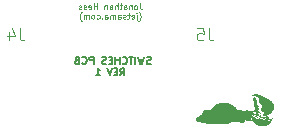
<source format=gbr>
%TF.GenerationSoftware,KiCad,Pcbnew,7.0.9*%
%TF.CreationDate,2024-03-13T02:47:39-05:00*%
%TF.ProjectId,SWITCHES,53574954-4348-4455-932e-6b696361645f,rev?*%
%TF.SameCoordinates,Original*%
%TF.FileFunction,Legend,Bot*%
%TF.FilePolarity,Positive*%
%FSLAX46Y46*%
G04 Gerber Fmt 4.6, Leading zero omitted, Abs format (unit mm)*
G04 Created by KiCad (PCBNEW 7.0.9) date 2024-03-13 02:47:39*
%MOMM*%
%LPD*%
G01*
G04 APERTURE LIST*
%ADD10C,0.150000*%
%ADD11C,0.080000*%
%ADD12C,0.100000*%
G04 APERTURE END LIST*
D10*
X158414285Y-89424200D02*
X158328571Y-89452771D01*
X158328571Y-89452771D02*
X158185713Y-89452771D01*
X158185713Y-89452771D02*
X158128571Y-89424200D01*
X158128571Y-89424200D02*
X158099999Y-89395628D01*
X158099999Y-89395628D02*
X158071428Y-89338485D01*
X158071428Y-89338485D02*
X158071428Y-89281342D01*
X158071428Y-89281342D02*
X158099999Y-89224200D01*
X158099999Y-89224200D02*
X158128571Y-89195628D01*
X158128571Y-89195628D02*
X158185713Y-89167057D01*
X158185713Y-89167057D02*
X158299999Y-89138485D01*
X158299999Y-89138485D02*
X158357142Y-89109914D01*
X158357142Y-89109914D02*
X158385713Y-89081342D01*
X158385713Y-89081342D02*
X158414285Y-89024200D01*
X158414285Y-89024200D02*
X158414285Y-88967057D01*
X158414285Y-88967057D02*
X158385713Y-88909914D01*
X158385713Y-88909914D02*
X158357142Y-88881342D01*
X158357142Y-88881342D02*
X158299999Y-88852771D01*
X158299999Y-88852771D02*
X158157142Y-88852771D01*
X158157142Y-88852771D02*
X158071428Y-88881342D01*
X157871427Y-88852771D02*
X157728570Y-89452771D01*
X157728570Y-89452771D02*
X157614284Y-89024200D01*
X157614284Y-89024200D02*
X157499999Y-89452771D01*
X157499999Y-89452771D02*
X157357142Y-88852771D01*
X157128570Y-89452771D02*
X157128570Y-88852771D01*
X156928571Y-88852771D02*
X156585714Y-88852771D01*
X156757142Y-89452771D02*
X156757142Y-88852771D01*
X156042856Y-89395628D02*
X156071428Y-89424200D01*
X156071428Y-89424200D02*
X156157142Y-89452771D01*
X156157142Y-89452771D02*
X156214285Y-89452771D01*
X156214285Y-89452771D02*
X156299999Y-89424200D01*
X156299999Y-89424200D02*
X156357142Y-89367057D01*
X156357142Y-89367057D02*
X156385713Y-89309914D01*
X156385713Y-89309914D02*
X156414285Y-89195628D01*
X156414285Y-89195628D02*
X156414285Y-89109914D01*
X156414285Y-89109914D02*
X156385713Y-88995628D01*
X156385713Y-88995628D02*
X156357142Y-88938485D01*
X156357142Y-88938485D02*
X156299999Y-88881342D01*
X156299999Y-88881342D02*
X156214285Y-88852771D01*
X156214285Y-88852771D02*
X156157142Y-88852771D01*
X156157142Y-88852771D02*
X156071428Y-88881342D01*
X156071428Y-88881342D02*
X156042856Y-88909914D01*
X155785713Y-89452771D02*
X155785713Y-88852771D01*
X155785713Y-89138485D02*
X155442856Y-89138485D01*
X155442856Y-89452771D02*
X155442856Y-88852771D01*
X155157142Y-89138485D02*
X154957142Y-89138485D01*
X154871428Y-89452771D02*
X155157142Y-89452771D01*
X155157142Y-89452771D02*
X155157142Y-88852771D01*
X155157142Y-88852771D02*
X154871428Y-88852771D01*
X154642857Y-89424200D02*
X154557143Y-89452771D01*
X154557143Y-89452771D02*
X154414285Y-89452771D01*
X154414285Y-89452771D02*
X154357143Y-89424200D01*
X154357143Y-89424200D02*
X154328571Y-89395628D01*
X154328571Y-89395628D02*
X154300000Y-89338485D01*
X154300000Y-89338485D02*
X154300000Y-89281342D01*
X154300000Y-89281342D02*
X154328571Y-89224200D01*
X154328571Y-89224200D02*
X154357143Y-89195628D01*
X154357143Y-89195628D02*
X154414285Y-89167057D01*
X154414285Y-89167057D02*
X154528571Y-89138485D01*
X154528571Y-89138485D02*
X154585714Y-89109914D01*
X154585714Y-89109914D02*
X154614285Y-89081342D01*
X154614285Y-89081342D02*
X154642857Y-89024200D01*
X154642857Y-89024200D02*
X154642857Y-88967057D01*
X154642857Y-88967057D02*
X154614285Y-88909914D01*
X154614285Y-88909914D02*
X154585714Y-88881342D01*
X154585714Y-88881342D02*
X154528571Y-88852771D01*
X154528571Y-88852771D02*
X154385714Y-88852771D01*
X154385714Y-88852771D02*
X154300000Y-88881342D01*
X153585713Y-89452771D02*
X153585713Y-88852771D01*
X153585713Y-88852771D02*
X153357142Y-88852771D01*
X153357142Y-88852771D02*
X153299999Y-88881342D01*
X153299999Y-88881342D02*
X153271428Y-88909914D01*
X153271428Y-88909914D02*
X153242856Y-88967057D01*
X153242856Y-88967057D02*
X153242856Y-89052771D01*
X153242856Y-89052771D02*
X153271428Y-89109914D01*
X153271428Y-89109914D02*
X153299999Y-89138485D01*
X153299999Y-89138485D02*
X153357142Y-89167057D01*
X153357142Y-89167057D02*
X153585713Y-89167057D01*
X152642856Y-89395628D02*
X152671428Y-89424200D01*
X152671428Y-89424200D02*
X152757142Y-89452771D01*
X152757142Y-89452771D02*
X152814285Y-89452771D01*
X152814285Y-89452771D02*
X152899999Y-89424200D01*
X152899999Y-89424200D02*
X152957142Y-89367057D01*
X152957142Y-89367057D02*
X152985713Y-89309914D01*
X152985713Y-89309914D02*
X153014285Y-89195628D01*
X153014285Y-89195628D02*
X153014285Y-89109914D01*
X153014285Y-89109914D02*
X152985713Y-88995628D01*
X152985713Y-88995628D02*
X152957142Y-88938485D01*
X152957142Y-88938485D02*
X152899999Y-88881342D01*
X152899999Y-88881342D02*
X152814285Y-88852771D01*
X152814285Y-88852771D02*
X152757142Y-88852771D01*
X152757142Y-88852771D02*
X152671428Y-88881342D01*
X152671428Y-88881342D02*
X152642856Y-88909914D01*
X152185713Y-89138485D02*
X152099999Y-89167057D01*
X152099999Y-89167057D02*
X152071428Y-89195628D01*
X152071428Y-89195628D02*
X152042856Y-89252771D01*
X152042856Y-89252771D02*
X152042856Y-89338485D01*
X152042856Y-89338485D02*
X152071428Y-89395628D01*
X152071428Y-89395628D02*
X152099999Y-89424200D01*
X152099999Y-89424200D02*
X152157142Y-89452771D01*
X152157142Y-89452771D02*
X152385713Y-89452771D01*
X152385713Y-89452771D02*
X152385713Y-88852771D01*
X152385713Y-88852771D02*
X152185713Y-88852771D01*
X152185713Y-88852771D02*
X152128571Y-88881342D01*
X152128571Y-88881342D02*
X152099999Y-88909914D01*
X152099999Y-88909914D02*
X152071428Y-88967057D01*
X152071428Y-88967057D02*
X152071428Y-89024200D01*
X152071428Y-89024200D02*
X152099999Y-89081342D01*
X152099999Y-89081342D02*
X152128571Y-89109914D01*
X152128571Y-89109914D02*
X152185713Y-89138485D01*
X152185713Y-89138485D02*
X152385713Y-89138485D01*
X155857142Y-90418771D02*
X156057142Y-90133057D01*
X156199999Y-90418771D02*
X156199999Y-89818771D01*
X156199999Y-89818771D02*
X155971428Y-89818771D01*
X155971428Y-89818771D02*
X155914285Y-89847342D01*
X155914285Y-89847342D02*
X155885714Y-89875914D01*
X155885714Y-89875914D02*
X155857142Y-89933057D01*
X155857142Y-89933057D02*
X155857142Y-90018771D01*
X155857142Y-90018771D02*
X155885714Y-90075914D01*
X155885714Y-90075914D02*
X155914285Y-90104485D01*
X155914285Y-90104485D02*
X155971428Y-90133057D01*
X155971428Y-90133057D02*
X156199999Y-90133057D01*
X155599999Y-90104485D02*
X155399999Y-90104485D01*
X155314285Y-90418771D02*
X155599999Y-90418771D01*
X155599999Y-90418771D02*
X155599999Y-89818771D01*
X155599999Y-89818771D02*
X155314285Y-89818771D01*
X155142857Y-89818771D02*
X154942857Y-90418771D01*
X154942857Y-90418771D02*
X154742857Y-89818771D01*
X153771428Y-90418771D02*
X154114285Y-90418771D01*
X153942856Y-90418771D02*
X153942856Y-89818771D01*
X153942856Y-89818771D02*
X153999999Y-89904485D01*
X153999999Y-89904485D02*
X154057142Y-89961628D01*
X154057142Y-89961628D02*
X154114285Y-89990200D01*
D11*
X157499999Y-84329649D02*
X157499999Y-84686792D01*
X157499999Y-84686792D02*
X157523808Y-84758220D01*
X157523808Y-84758220D02*
X157571427Y-84805840D01*
X157571427Y-84805840D02*
X157642856Y-84829649D01*
X157642856Y-84829649D02*
X157690475Y-84829649D01*
X157190475Y-84829649D02*
X157238094Y-84805840D01*
X157238094Y-84805840D02*
X157261904Y-84782030D01*
X157261904Y-84782030D02*
X157285713Y-84734411D01*
X157285713Y-84734411D02*
X157285713Y-84591554D01*
X157285713Y-84591554D02*
X157261904Y-84543935D01*
X157261904Y-84543935D02*
X157238094Y-84520125D01*
X157238094Y-84520125D02*
X157190475Y-84496316D01*
X157190475Y-84496316D02*
X157119047Y-84496316D01*
X157119047Y-84496316D02*
X157071428Y-84520125D01*
X157071428Y-84520125D02*
X157047618Y-84543935D01*
X157047618Y-84543935D02*
X157023809Y-84591554D01*
X157023809Y-84591554D02*
X157023809Y-84734411D01*
X157023809Y-84734411D02*
X157047618Y-84782030D01*
X157047618Y-84782030D02*
X157071428Y-84805840D01*
X157071428Y-84805840D02*
X157119047Y-84829649D01*
X157119047Y-84829649D02*
X157190475Y-84829649D01*
X156809523Y-84496316D02*
X156809523Y-84829649D01*
X156809523Y-84543935D02*
X156785713Y-84520125D01*
X156785713Y-84520125D02*
X156738094Y-84496316D01*
X156738094Y-84496316D02*
X156666666Y-84496316D01*
X156666666Y-84496316D02*
X156619047Y-84520125D01*
X156619047Y-84520125D02*
X156595237Y-84567744D01*
X156595237Y-84567744D02*
X156595237Y-84829649D01*
X156142856Y-84829649D02*
X156142856Y-84567744D01*
X156142856Y-84567744D02*
X156166666Y-84520125D01*
X156166666Y-84520125D02*
X156214285Y-84496316D01*
X156214285Y-84496316D02*
X156309523Y-84496316D01*
X156309523Y-84496316D02*
X156357142Y-84520125D01*
X156142856Y-84805840D02*
X156190475Y-84829649D01*
X156190475Y-84829649D02*
X156309523Y-84829649D01*
X156309523Y-84829649D02*
X156357142Y-84805840D01*
X156357142Y-84805840D02*
X156380951Y-84758220D01*
X156380951Y-84758220D02*
X156380951Y-84710601D01*
X156380951Y-84710601D02*
X156357142Y-84662982D01*
X156357142Y-84662982D02*
X156309523Y-84639173D01*
X156309523Y-84639173D02*
X156190475Y-84639173D01*
X156190475Y-84639173D02*
X156142856Y-84615363D01*
X155976189Y-84496316D02*
X155785713Y-84496316D01*
X155904761Y-84329649D02*
X155904761Y-84758220D01*
X155904761Y-84758220D02*
X155880951Y-84805840D01*
X155880951Y-84805840D02*
X155833332Y-84829649D01*
X155833332Y-84829649D02*
X155785713Y-84829649D01*
X155619047Y-84829649D02*
X155619047Y-84329649D01*
X155404761Y-84829649D02*
X155404761Y-84567744D01*
X155404761Y-84567744D02*
X155428571Y-84520125D01*
X155428571Y-84520125D02*
X155476190Y-84496316D01*
X155476190Y-84496316D02*
X155547618Y-84496316D01*
X155547618Y-84496316D02*
X155595237Y-84520125D01*
X155595237Y-84520125D02*
X155619047Y-84543935D01*
X154952380Y-84829649D02*
X154952380Y-84567744D01*
X154952380Y-84567744D02*
X154976190Y-84520125D01*
X154976190Y-84520125D02*
X155023809Y-84496316D01*
X155023809Y-84496316D02*
X155119047Y-84496316D01*
X155119047Y-84496316D02*
X155166666Y-84520125D01*
X154952380Y-84805840D02*
X154999999Y-84829649D01*
X154999999Y-84829649D02*
X155119047Y-84829649D01*
X155119047Y-84829649D02*
X155166666Y-84805840D01*
X155166666Y-84805840D02*
X155190475Y-84758220D01*
X155190475Y-84758220D02*
X155190475Y-84710601D01*
X155190475Y-84710601D02*
X155166666Y-84662982D01*
X155166666Y-84662982D02*
X155119047Y-84639173D01*
X155119047Y-84639173D02*
X154999999Y-84639173D01*
X154999999Y-84639173D02*
X154952380Y-84615363D01*
X154714285Y-84496316D02*
X154714285Y-84829649D01*
X154714285Y-84543935D02*
X154690475Y-84520125D01*
X154690475Y-84520125D02*
X154642856Y-84496316D01*
X154642856Y-84496316D02*
X154571428Y-84496316D01*
X154571428Y-84496316D02*
X154523809Y-84520125D01*
X154523809Y-84520125D02*
X154499999Y-84567744D01*
X154499999Y-84567744D02*
X154499999Y-84829649D01*
X153880952Y-84829649D02*
X153880952Y-84329649D01*
X153880952Y-84567744D02*
X153595238Y-84567744D01*
X153595238Y-84829649D02*
X153595238Y-84329649D01*
X153166666Y-84805840D02*
X153214285Y-84829649D01*
X153214285Y-84829649D02*
X153309523Y-84829649D01*
X153309523Y-84829649D02*
X153357142Y-84805840D01*
X153357142Y-84805840D02*
X153380951Y-84758220D01*
X153380951Y-84758220D02*
X153380951Y-84567744D01*
X153380951Y-84567744D02*
X153357142Y-84520125D01*
X153357142Y-84520125D02*
X153309523Y-84496316D01*
X153309523Y-84496316D02*
X153214285Y-84496316D01*
X153214285Y-84496316D02*
X153166666Y-84520125D01*
X153166666Y-84520125D02*
X153142856Y-84567744D01*
X153142856Y-84567744D02*
X153142856Y-84615363D01*
X153142856Y-84615363D02*
X153380951Y-84662982D01*
X152952380Y-84805840D02*
X152904761Y-84829649D01*
X152904761Y-84829649D02*
X152809523Y-84829649D01*
X152809523Y-84829649D02*
X152761904Y-84805840D01*
X152761904Y-84805840D02*
X152738095Y-84758220D01*
X152738095Y-84758220D02*
X152738095Y-84734411D01*
X152738095Y-84734411D02*
X152761904Y-84686792D01*
X152761904Y-84686792D02*
X152809523Y-84662982D01*
X152809523Y-84662982D02*
X152880952Y-84662982D01*
X152880952Y-84662982D02*
X152928571Y-84639173D01*
X152928571Y-84639173D02*
X152952380Y-84591554D01*
X152952380Y-84591554D02*
X152952380Y-84567744D01*
X152952380Y-84567744D02*
X152928571Y-84520125D01*
X152928571Y-84520125D02*
X152880952Y-84496316D01*
X152880952Y-84496316D02*
X152809523Y-84496316D01*
X152809523Y-84496316D02*
X152761904Y-84520125D01*
X152547618Y-84805840D02*
X152499999Y-84829649D01*
X152499999Y-84829649D02*
X152404761Y-84829649D01*
X152404761Y-84829649D02*
X152357142Y-84805840D01*
X152357142Y-84805840D02*
X152333333Y-84758220D01*
X152333333Y-84758220D02*
X152333333Y-84734411D01*
X152333333Y-84734411D02*
X152357142Y-84686792D01*
X152357142Y-84686792D02*
X152404761Y-84662982D01*
X152404761Y-84662982D02*
X152476190Y-84662982D01*
X152476190Y-84662982D02*
X152523809Y-84639173D01*
X152523809Y-84639173D02*
X152547618Y-84591554D01*
X152547618Y-84591554D02*
X152547618Y-84567744D01*
X152547618Y-84567744D02*
X152523809Y-84520125D01*
X152523809Y-84520125D02*
X152476190Y-84496316D01*
X152476190Y-84496316D02*
X152404761Y-84496316D01*
X152404761Y-84496316D02*
X152357142Y-84520125D01*
X157428570Y-85825125D02*
X157452379Y-85801316D01*
X157452379Y-85801316D02*
X157499998Y-85729887D01*
X157499998Y-85729887D02*
X157523808Y-85682268D01*
X157523808Y-85682268D02*
X157547617Y-85610840D01*
X157547617Y-85610840D02*
X157571427Y-85491792D01*
X157571427Y-85491792D02*
X157571427Y-85396554D01*
X157571427Y-85396554D02*
X157547617Y-85277506D01*
X157547617Y-85277506D02*
X157523808Y-85206078D01*
X157523808Y-85206078D02*
X157499998Y-85158459D01*
X157499998Y-85158459D02*
X157452379Y-85087030D01*
X157452379Y-85087030D02*
X157428570Y-85063220D01*
X157238094Y-85301316D02*
X157238094Y-85729887D01*
X157238094Y-85729887D02*
X157261903Y-85777506D01*
X157261903Y-85777506D02*
X157309522Y-85801316D01*
X157309522Y-85801316D02*
X157333332Y-85801316D01*
X157238094Y-85134649D02*
X157261903Y-85158459D01*
X157261903Y-85158459D02*
X157238094Y-85182268D01*
X157238094Y-85182268D02*
X157214284Y-85158459D01*
X157214284Y-85158459D02*
X157238094Y-85134649D01*
X157238094Y-85134649D02*
X157238094Y-85182268D01*
X156809523Y-85610840D02*
X156857142Y-85634649D01*
X156857142Y-85634649D02*
X156952380Y-85634649D01*
X156952380Y-85634649D02*
X156999999Y-85610840D01*
X156999999Y-85610840D02*
X157023808Y-85563220D01*
X157023808Y-85563220D02*
X157023808Y-85372744D01*
X157023808Y-85372744D02*
X156999999Y-85325125D01*
X156999999Y-85325125D02*
X156952380Y-85301316D01*
X156952380Y-85301316D02*
X156857142Y-85301316D01*
X156857142Y-85301316D02*
X156809523Y-85325125D01*
X156809523Y-85325125D02*
X156785713Y-85372744D01*
X156785713Y-85372744D02*
X156785713Y-85420363D01*
X156785713Y-85420363D02*
X157023808Y-85467982D01*
X156642856Y-85301316D02*
X156452380Y-85301316D01*
X156571428Y-85134649D02*
X156571428Y-85563220D01*
X156571428Y-85563220D02*
X156547618Y-85610840D01*
X156547618Y-85610840D02*
X156499999Y-85634649D01*
X156499999Y-85634649D02*
X156452380Y-85634649D01*
X156309523Y-85610840D02*
X156261904Y-85634649D01*
X156261904Y-85634649D02*
X156166666Y-85634649D01*
X156166666Y-85634649D02*
X156119047Y-85610840D01*
X156119047Y-85610840D02*
X156095238Y-85563220D01*
X156095238Y-85563220D02*
X156095238Y-85539411D01*
X156095238Y-85539411D02*
X156119047Y-85491792D01*
X156119047Y-85491792D02*
X156166666Y-85467982D01*
X156166666Y-85467982D02*
X156238095Y-85467982D01*
X156238095Y-85467982D02*
X156285714Y-85444173D01*
X156285714Y-85444173D02*
X156309523Y-85396554D01*
X156309523Y-85396554D02*
X156309523Y-85372744D01*
X156309523Y-85372744D02*
X156285714Y-85325125D01*
X156285714Y-85325125D02*
X156238095Y-85301316D01*
X156238095Y-85301316D02*
X156166666Y-85301316D01*
X156166666Y-85301316D02*
X156119047Y-85325125D01*
X155666666Y-85634649D02*
X155666666Y-85372744D01*
X155666666Y-85372744D02*
X155690476Y-85325125D01*
X155690476Y-85325125D02*
X155738095Y-85301316D01*
X155738095Y-85301316D02*
X155833333Y-85301316D01*
X155833333Y-85301316D02*
X155880952Y-85325125D01*
X155666666Y-85610840D02*
X155714285Y-85634649D01*
X155714285Y-85634649D02*
X155833333Y-85634649D01*
X155833333Y-85634649D02*
X155880952Y-85610840D01*
X155880952Y-85610840D02*
X155904761Y-85563220D01*
X155904761Y-85563220D02*
X155904761Y-85515601D01*
X155904761Y-85515601D02*
X155880952Y-85467982D01*
X155880952Y-85467982D02*
X155833333Y-85444173D01*
X155833333Y-85444173D02*
X155714285Y-85444173D01*
X155714285Y-85444173D02*
X155666666Y-85420363D01*
X155428571Y-85634649D02*
X155428571Y-85301316D01*
X155428571Y-85348935D02*
X155404761Y-85325125D01*
X155404761Y-85325125D02*
X155357142Y-85301316D01*
X155357142Y-85301316D02*
X155285714Y-85301316D01*
X155285714Y-85301316D02*
X155238095Y-85325125D01*
X155238095Y-85325125D02*
X155214285Y-85372744D01*
X155214285Y-85372744D02*
X155214285Y-85634649D01*
X155214285Y-85372744D02*
X155190476Y-85325125D01*
X155190476Y-85325125D02*
X155142857Y-85301316D01*
X155142857Y-85301316D02*
X155071428Y-85301316D01*
X155071428Y-85301316D02*
X155023809Y-85325125D01*
X155023809Y-85325125D02*
X154999999Y-85372744D01*
X154999999Y-85372744D02*
X154999999Y-85634649D01*
X154547618Y-85634649D02*
X154547618Y-85372744D01*
X154547618Y-85372744D02*
X154571428Y-85325125D01*
X154571428Y-85325125D02*
X154619047Y-85301316D01*
X154619047Y-85301316D02*
X154714285Y-85301316D01*
X154714285Y-85301316D02*
X154761904Y-85325125D01*
X154547618Y-85610840D02*
X154595237Y-85634649D01*
X154595237Y-85634649D02*
X154714285Y-85634649D01*
X154714285Y-85634649D02*
X154761904Y-85610840D01*
X154761904Y-85610840D02*
X154785713Y-85563220D01*
X154785713Y-85563220D02*
X154785713Y-85515601D01*
X154785713Y-85515601D02*
X154761904Y-85467982D01*
X154761904Y-85467982D02*
X154714285Y-85444173D01*
X154714285Y-85444173D02*
X154595237Y-85444173D01*
X154595237Y-85444173D02*
X154547618Y-85420363D01*
X154309523Y-85587030D02*
X154285713Y-85610840D01*
X154285713Y-85610840D02*
X154309523Y-85634649D01*
X154309523Y-85634649D02*
X154333332Y-85610840D01*
X154333332Y-85610840D02*
X154309523Y-85587030D01*
X154309523Y-85587030D02*
X154309523Y-85634649D01*
X153857142Y-85610840D02*
X153904761Y-85634649D01*
X153904761Y-85634649D02*
X153999999Y-85634649D01*
X153999999Y-85634649D02*
X154047618Y-85610840D01*
X154047618Y-85610840D02*
X154071428Y-85587030D01*
X154071428Y-85587030D02*
X154095237Y-85539411D01*
X154095237Y-85539411D02*
X154095237Y-85396554D01*
X154095237Y-85396554D02*
X154071428Y-85348935D01*
X154071428Y-85348935D02*
X154047618Y-85325125D01*
X154047618Y-85325125D02*
X153999999Y-85301316D01*
X153999999Y-85301316D02*
X153904761Y-85301316D01*
X153904761Y-85301316D02*
X153857142Y-85325125D01*
X153571428Y-85634649D02*
X153619047Y-85610840D01*
X153619047Y-85610840D02*
X153642857Y-85587030D01*
X153642857Y-85587030D02*
X153666666Y-85539411D01*
X153666666Y-85539411D02*
X153666666Y-85396554D01*
X153666666Y-85396554D02*
X153642857Y-85348935D01*
X153642857Y-85348935D02*
X153619047Y-85325125D01*
X153619047Y-85325125D02*
X153571428Y-85301316D01*
X153571428Y-85301316D02*
X153500000Y-85301316D01*
X153500000Y-85301316D02*
X153452381Y-85325125D01*
X153452381Y-85325125D02*
X153428571Y-85348935D01*
X153428571Y-85348935D02*
X153404762Y-85396554D01*
X153404762Y-85396554D02*
X153404762Y-85539411D01*
X153404762Y-85539411D02*
X153428571Y-85587030D01*
X153428571Y-85587030D02*
X153452381Y-85610840D01*
X153452381Y-85610840D02*
X153500000Y-85634649D01*
X153500000Y-85634649D02*
X153571428Y-85634649D01*
X153190476Y-85634649D02*
X153190476Y-85301316D01*
X153190476Y-85348935D02*
X153166666Y-85325125D01*
X153166666Y-85325125D02*
X153119047Y-85301316D01*
X153119047Y-85301316D02*
X153047619Y-85301316D01*
X153047619Y-85301316D02*
X153000000Y-85325125D01*
X153000000Y-85325125D02*
X152976190Y-85372744D01*
X152976190Y-85372744D02*
X152976190Y-85634649D01*
X152976190Y-85372744D02*
X152952381Y-85325125D01*
X152952381Y-85325125D02*
X152904762Y-85301316D01*
X152904762Y-85301316D02*
X152833333Y-85301316D01*
X152833333Y-85301316D02*
X152785714Y-85325125D01*
X152785714Y-85325125D02*
X152761904Y-85372744D01*
X152761904Y-85372744D02*
X152761904Y-85634649D01*
X152571428Y-85825125D02*
X152547618Y-85801316D01*
X152547618Y-85801316D02*
X152499999Y-85729887D01*
X152499999Y-85729887D02*
X152476190Y-85682268D01*
X152476190Y-85682268D02*
X152452380Y-85610840D01*
X152452380Y-85610840D02*
X152428571Y-85491792D01*
X152428571Y-85491792D02*
X152428571Y-85396554D01*
X152428571Y-85396554D02*
X152452380Y-85277506D01*
X152452380Y-85277506D02*
X152476190Y-85206078D01*
X152476190Y-85206078D02*
X152499999Y-85158459D01*
X152499999Y-85158459D02*
X152547618Y-85087030D01*
X152547618Y-85087030D02*
X152571428Y-85063220D01*
D12*
X147333333Y-86457419D02*
X147333333Y-87171704D01*
X147333333Y-87171704D02*
X147380952Y-87314561D01*
X147380952Y-87314561D02*
X147476190Y-87409800D01*
X147476190Y-87409800D02*
X147619047Y-87457419D01*
X147619047Y-87457419D02*
X147714285Y-87457419D01*
X146428571Y-86790752D02*
X146428571Y-87457419D01*
X146666666Y-86409800D02*
X146904761Y-87124085D01*
X146904761Y-87124085D02*
X146285714Y-87124085D01*
X163333333Y-86457419D02*
X163333333Y-87171704D01*
X163333333Y-87171704D02*
X163380952Y-87314561D01*
X163380952Y-87314561D02*
X163476190Y-87409800D01*
X163476190Y-87409800D02*
X163619047Y-87457419D01*
X163619047Y-87457419D02*
X163714285Y-87457419D01*
X162380952Y-86457419D02*
X162857142Y-86457419D01*
X162857142Y-86457419D02*
X162904761Y-86933609D01*
X162904761Y-86933609D02*
X162857142Y-86885990D01*
X162857142Y-86885990D02*
X162761904Y-86838371D01*
X162761904Y-86838371D02*
X162523809Y-86838371D01*
X162523809Y-86838371D02*
X162428571Y-86885990D01*
X162428571Y-86885990D02*
X162380952Y-86933609D01*
X162380952Y-86933609D02*
X162333333Y-87028847D01*
X162333333Y-87028847D02*
X162333333Y-87266942D01*
X162333333Y-87266942D02*
X162380952Y-87362180D01*
X162380952Y-87362180D02*
X162428571Y-87409800D01*
X162428571Y-87409800D02*
X162523809Y-87457419D01*
X162523809Y-87457419D02*
X162761904Y-87457419D01*
X162761904Y-87457419D02*
X162857142Y-87409800D01*
X162857142Y-87409800D02*
X162904761Y-87362180D01*
%TO.C,G\u002A\u002A\u002A*%
G36*
X166305118Y-93561209D02*
G01*
X166303868Y-93562459D01*
X166302618Y-93561209D01*
X166303868Y-93559959D01*
X166305118Y-93561209D01*
G37*
G36*
X166300118Y-93558709D02*
G01*
X166298868Y-93559959D01*
X166297618Y-93558709D01*
X166298868Y-93557459D01*
X166300118Y-93558709D01*
G37*
G36*
X166177606Y-94021254D02*
G01*
X166176356Y-94022504D01*
X166175106Y-94021254D01*
X166176356Y-94020004D01*
X166177606Y-94021254D01*
G37*
G36*
X166175106Y-94233775D02*
G01*
X166173856Y-94235025D01*
X166172605Y-94233775D01*
X166173856Y-94232525D01*
X166175106Y-94233775D01*
G37*
G36*
X166165105Y-94056258D02*
G01*
X166163855Y-94057508D01*
X166162604Y-94056258D01*
X166163855Y-94055008D01*
X166165105Y-94056258D01*
G37*
G36*
X166112600Y-93766229D02*
G01*
X166111349Y-93767479D01*
X166110099Y-93766229D01*
X166111349Y-93764979D01*
X166112600Y-93766229D01*
G37*
G36*
X166087597Y-93858738D02*
G01*
X166086347Y-93859988D01*
X166085097Y-93858738D01*
X166086347Y-93857488D01*
X166087597Y-93858738D01*
G37*
G36*
X166060094Y-94181270D02*
G01*
X166058844Y-94182520D01*
X166057594Y-94181270D01*
X166058844Y-94180020D01*
X166060094Y-94181270D01*
G37*
G36*
X166060094Y-93731226D02*
G01*
X166058844Y-93732476D01*
X166057594Y-93731226D01*
X166058844Y-93729976D01*
X166060094Y-93731226D01*
G37*
G36*
X166052594Y-93726225D02*
G01*
X166051343Y-93727475D01*
X166050093Y-93726225D01*
X166051343Y-93724975D01*
X166052594Y-93726225D01*
G37*
G36*
X166042593Y-93576210D02*
G01*
X166041342Y-93577461D01*
X166040092Y-93576210D01*
X166041342Y-93574960D01*
X166042593Y-93576210D01*
G37*
G36*
X166032592Y-93641217D02*
G01*
X166031342Y-93642467D01*
X166030091Y-93641217D01*
X166031342Y-93639967D01*
X166032592Y-93641217D01*
G37*
G36*
X166010089Y-94126265D02*
G01*
X166008839Y-94127515D01*
X166007589Y-94126265D01*
X166008839Y-94125014D01*
X166010089Y-94126265D01*
G37*
G36*
X165965085Y-93523705D02*
G01*
X165963835Y-93524955D01*
X165962585Y-93523705D01*
X165963835Y-93522455D01*
X165965085Y-93523705D01*
G37*
G36*
X165955084Y-93518705D02*
G01*
X165953834Y-93519955D01*
X165952584Y-93518705D01*
X165953834Y-93517455D01*
X165955084Y-93518705D01*
G37*
G36*
X165910080Y-94036256D02*
G01*
X165908829Y-94037506D01*
X165907579Y-94036256D01*
X165908829Y-94035006D01*
X165910080Y-94036256D01*
G37*
G36*
X165910080Y-93861238D02*
G01*
X165908829Y-93862489D01*
X165907579Y-93861238D01*
X165908829Y-93859988D01*
X165910080Y-93861238D01*
G37*
G36*
X165527542Y-94301282D02*
G01*
X165526292Y-94302532D01*
X165525042Y-94301282D01*
X165526292Y-94300032D01*
X165527542Y-94301282D01*
G37*
G36*
X166192213Y-94255027D02*
G01*
X166191864Y-94258467D01*
X166190952Y-94258153D01*
X166190621Y-94257021D01*
X166190952Y-94251902D01*
X166191820Y-94251478D01*
X166192213Y-94255027D01*
G37*
G36*
X166060094Y-93914994D02*
G01*
X166059914Y-93916317D01*
X166058428Y-93916661D01*
X166058128Y-93916294D01*
X166058428Y-93913327D01*
X166059180Y-93912936D01*
X166060094Y-93914994D01*
G37*
G36*
X166017590Y-93654968D02*
G01*
X166017410Y-93656292D01*
X166015923Y-93656635D01*
X166015624Y-93656269D01*
X166015923Y-93653301D01*
X166016675Y-93652910D01*
X166017590Y-93654968D01*
G37*
G36*
X165521708Y-94303365D02*
G01*
X165522099Y-94304117D01*
X165520041Y-94305032D01*
X165518718Y-94304852D01*
X165518374Y-94303365D01*
X165518741Y-94303066D01*
X165521708Y-94303365D01*
G37*
G36*
X166353237Y-94182134D02*
G01*
X166354076Y-94183351D01*
X166353983Y-94187344D01*
X166351337Y-94189136D01*
X166349212Y-94187449D01*
X166349314Y-94183522D01*
X166350535Y-94181576D01*
X166353237Y-94182134D01*
G37*
G36*
X166236344Y-94200050D02*
G01*
X166235854Y-94200706D01*
X166232464Y-94202522D01*
X166231062Y-94202390D01*
X166230472Y-94201085D01*
X166233991Y-94199068D01*
X166235942Y-94198630D01*
X166236344Y-94200050D01*
G37*
G36*
X166088264Y-93964688D02*
G01*
X166088587Y-93965018D01*
X166089785Y-93966849D01*
X166086864Y-93966088D01*
X166084531Y-93964841D01*
X166083781Y-93962981D01*
X166084986Y-93962714D01*
X166088264Y-93964688D01*
G37*
G36*
X166125776Y-93801743D02*
G01*
X166127601Y-93805278D01*
X166127408Y-93806119D01*
X166125101Y-93806233D01*
X166124425Y-93805722D01*
X166122600Y-93802188D01*
X166122793Y-93801347D01*
X166125101Y-93801233D01*
X166125776Y-93801743D01*
G37*
G36*
X166051488Y-94175132D02*
G01*
X166053844Y-94177520D01*
X166054309Y-94178405D01*
X166054139Y-94180020D01*
X166053699Y-94179907D01*
X166051343Y-94177520D01*
X166050878Y-94176634D01*
X166051048Y-94175019D01*
X166051488Y-94175132D01*
G37*
G36*
X166035640Y-94175835D02*
G01*
X166035950Y-94178162D01*
X166033317Y-94181895D01*
X166033129Y-94182036D01*
X166029425Y-94184572D01*
X166028839Y-94183731D01*
X166030922Y-94178960D01*
X166033417Y-94175224D01*
X166035640Y-94175835D01*
G37*
G36*
X166160753Y-94045469D02*
G01*
X166158043Y-94052367D01*
X166156829Y-94054971D01*
X166153871Y-94059390D01*
X166151671Y-94060060D01*
X166151399Y-94059654D01*
X166151860Y-94055819D01*
X166154967Y-94050200D01*
X166159012Y-94044810D01*
X166161098Y-94042966D01*
X166160753Y-94045469D01*
G37*
G36*
X166027591Y-94189085D02*
G01*
X166026270Y-94190320D01*
X166021966Y-94192443D01*
X166021493Y-94192633D01*
X166016712Y-94194467D01*
X166015321Y-94194505D01*
X166016154Y-94192823D01*
X166017690Y-94191487D01*
X166021691Y-94189629D01*
X166025741Y-94188583D01*
X166027591Y-94189085D01*
G37*
G36*
X165969163Y-93525054D02*
G01*
X165973184Y-93526648D01*
X165978836Y-93529956D01*
X165980281Y-93530964D01*
X165983252Y-93533774D01*
X165982587Y-93534884D01*
X165979479Y-93533983D01*
X165975047Y-93531568D01*
X165970882Y-93528615D01*
X165968354Y-93526107D01*
X165968835Y-93525027D01*
X165969163Y-93525054D01*
G37*
G36*
X166095342Y-93970768D02*
G01*
X166099915Y-93973863D01*
X166106217Y-93978520D01*
X166110512Y-93981554D01*
X166119261Y-93986723D01*
X166126866Y-93990097D01*
X166133243Y-93992422D01*
X166140290Y-93996438D01*
X166142602Y-94000596D01*
X166142600Y-94000668D01*
X166140731Y-94001147D01*
X166136440Y-93999040D01*
X166129962Y-93996242D01*
X166122063Y-93994899D01*
X166119005Y-93994612D01*
X166111699Y-93991725D01*
X166103224Y-93985183D01*
X166099082Y-93981199D01*
X166094199Y-93975443D01*
X166092303Y-93971477D01*
X166093826Y-93969999D01*
X166095342Y-93970768D01*
G37*
G36*
X164591539Y-93663613D02*
G01*
X164593786Y-93666011D01*
X164596883Y-93672696D01*
X164598719Y-93680928D01*
X164598928Y-93688720D01*
X164597147Y-93694088D01*
X164592883Y-93696466D01*
X164586443Y-93697472D01*
X164581648Y-93696552D01*
X164575098Y-93692942D01*
X164569032Y-93687491D01*
X164564155Y-93681164D01*
X164561175Y-93674922D01*
X164560800Y-93669730D01*
X164563737Y-93666550D01*
X164566104Y-93665915D01*
X164569890Y-93666184D01*
X164571549Y-93666227D01*
X164574971Y-93663691D01*
X164577470Y-93661479D01*
X164583902Y-93660260D01*
X164591539Y-93663613D01*
G37*
G36*
X164838609Y-93611361D02*
G01*
X164838320Y-93617001D01*
X164834164Y-93624749D01*
X164832198Y-93627492D01*
X164827008Y-93632906D01*
X164822696Y-93634966D01*
X164819818Y-93634265D01*
X164814034Y-93630180D01*
X164808412Y-93623742D01*
X164804157Y-93616449D01*
X164802830Y-93611214D01*
X164809971Y-93611214D01*
X164811221Y-93612464D01*
X164812472Y-93611214D01*
X164811221Y-93609964D01*
X164809971Y-93611214D01*
X164802830Y-93611214D01*
X164802471Y-93609798D01*
X164803288Y-93604353D01*
X164806534Y-93601114D01*
X164812879Y-93600660D01*
X164822986Y-93602765D01*
X164826204Y-93603687D01*
X164834685Y-93607149D01*
X164838472Y-93611214D01*
X164838609Y-93611361D01*
G37*
G36*
X165142519Y-93630401D02*
G01*
X165144288Y-93632417D01*
X165145181Y-93633716D01*
X165150526Y-93641487D01*
X165150954Y-93643300D01*
X165152247Y-93648775D01*
X165149505Y-93654468D01*
X165145429Y-93656855D01*
X165137693Y-93656729D01*
X165128195Y-93652536D01*
X165121483Y-93646451D01*
X165120519Y-93644052D01*
X165137946Y-93644052D01*
X165140004Y-93644967D01*
X165141327Y-93644787D01*
X165141671Y-93643300D01*
X165141304Y-93643001D01*
X165138337Y-93643300D01*
X165137946Y-93644052D01*
X165120519Y-93644052D01*
X165117949Y-93637656D01*
X165118394Y-93633716D01*
X165130003Y-93633716D01*
X165131253Y-93634966D01*
X165132503Y-93633716D01*
X165131253Y-93632466D01*
X165130003Y-93633716D01*
X165118394Y-93633716D01*
X165119068Y-93627739D01*
X165119971Y-93626215D01*
X165127503Y-93626215D01*
X165128753Y-93627465D01*
X165130003Y-93626215D01*
X165128753Y-93624965D01*
X165127503Y-93626215D01*
X165119971Y-93626215D01*
X165122357Y-93622188D01*
X165127634Y-93620317D01*
X165134413Y-93623061D01*
X165137896Y-93626215D01*
X165142519Y-93630401D01*
G37*
G36*
X164742047Y-93484951D02*
G01*
X164741707Y-93495276D01*
X164741547Y-93500435D01*
X164741335Y-93511716D01*
X164741028Y-93528040D01*
X164741147Y-93552942D01*
X164741805Y-93572460D01*
X164741880Y-93574687D01*
X164743206Y-93592821D01*
X164745104Y-93606890D01*
X164747551Y-93616440D01*
X164747973Y-93617717D01*
X164748425Y-93620061D01*
X164749393Y-93625089D01*
X164749965Y-93633506D01*
X164749965Y-93644222D01*
X164733089Y-93649431D01*
X164721354Y-93652160D01*
X164706703Y-93654067D01*
X164691135Y-93654950D01*
X164676096Y-93654777D01*
X164663031Y-93653517D01*
X164653386Y-93651139D01*
X164651594Y-93650419D01*
X164633306Y-93641365D01*
X164619784Y-93631100D01*
X164611081Y-93619662D01*
X164609382Y-93615043D01*
X164607411Y-93606565D01*
X164606003Y-93596965D01*
X164605751Y-93594468D01*
X164605681Y-93593447D01*
X164642455Y-93593447D01*
X164642458Y-93594138D01*
X164643781Y-93604321D01*
X164647972Y-93611730D01*
X164655734Y-93617141D01*
X164667772Y-93621330D01*
X164669656Y-93621796D01*
X164680643Y-93623614D01*
X164692836Y-93624531D01*
X164704214Y-93624458D01*
X164712752Y-93623306D01*
X164714691Y-93622389D01*
X164715580Y-93620061D01*
X164715154Y-93615229D01*
X164713465Y-93606720D01*
X164712100Y-93599510D01*
X164710648Y-93589215D01*
X164710049Y-93581086D01*
X164709980Y-93579144D01*
X164708904Y-93572247D01*
X164708411Y-93571160D01*
X164727997Y-93571160D01*
X164728297Y-93574127D01*
X164729049Y-93574518D01*
X164729963Y-93572460D01*
X164729783Y-93571136D01*
X164728297Y-93570793D01*
X164727997Y-93571160D01*
X164708411Y-93571160D01*
X164706961Y-93567960D01*
X164705973Y-93567283D01*
X164700306Y-93565791D01*
X164691785Y-93565096D01*
X164681971Y-93565204D01*
X164672424Y-93566117D01*
X164664705Y-93567842D01*
X164656801Y-93571226D01*
X164649330Y-93575513D01*
X164647628Y-93576760D01*
X164644293Y-93580349D01*
X164642799Y-93585310D01*
X164642455Y-93593447D01*
X164605681Y-93593447D01*
X164605204Y-93586488D01*
X164605823Y-93581234D01*
X164608067Y-93576894D01*
X164612391Y-93571661D01*
X164614794Y-93569080D01*
X164621288Y-93563173D01*
X164626884Y-93559355D01*
X164631520Y-93556412D01*
X164634324Y-93553168D01*
X164633280Y-93550009D01*
X164629510Y-93544491D01*
X164623835Y-93537856D01*
X164621028Y-93534812D01*
X164616155Y-93528843D01*
X164613129Y-93523183D01*
X164611161Y-93516072D01*
X164609553Y-93506291D01*
X164637005Y-93506291D01*
X164637302Y-93511066D01*
X164639049Y-93515505D01*
X164642663Y-93520789D01*
X164647317Y-93524881D01*
X164647645Y-93525045D01*
X164654088Y-93526539D01*
X164664291Y-93527114D01*
X164677192Y-93526792D01*
X164691728Y-93525599D01*
X164706836Y-93523557D01*
X164708943Y-93523185D01*
X164713014Y-93521702D01*
X164714651Y-93518409D01*
X164714944Y-93511716D01*
X164714776Y-93505411D01*
X164714194Y-93495070D01*
X164713345Y-93484458D01*
X164713232Y-93483291D01*
X164732786Y-93483291D01*
X164733199Y-93490577D01*
X164733589Y-93491844D01*
X164734088Y-93490359D01*
X164734283Y-93484951D01*
X164734210Y-93481282D01*
X164733818Y-93478141D01*
X164733199Y-93479326D01*
X164732786Y-93483291D01*
X164713232Y-93483291D01*
X164712897Y-93479843D01*
X164711897Y-93472731D01*
X164710257Y-93468604D01*
X164707228Y-93466094D01*
X164702061Y-93463831D01*
X164692629Y-93460984D01*
X164679232Y-93460398D01*
X164664405Y-93463848D01*
X164663511Y-93464157D01*
X164654559Y-93468158D01*
X164648327Y-93473490D01*
X164643793Y-93481372D01*
X164639935Y-93493023D01*
X164638222Y-93499539D01*
X164637005Y-93506291D01*
X164609553Y-93506291D01*
X164609464Y-93505749D01*
X164608818Y-93501188D01*
X164607857Y-93492035D01*
X164608030Y-93484862D01*
X164609504Y-93477556D01*
X164612446Y-93468001D01*
X164613824Y-93463942D01*
X164617743Y-93454537D01*
X164622178Y-93447842D01*
X164628138Y-93442198D01*
X164629852Y-93440924D01*
X164732857Y-93440924D01*
X164733453Y-93444270D01*
X164734307Y-93444232D01*
X164734767Y-93440989D01*
X164734366Y-93438531D01*
X164733256Y-93439478D01*
X164732857Y-93440924D01*
X164629852Y-93440924D01*
X164631100Y-93439996D01*
X164639480Y-93434998D01*
X164647082Y-93431872D01*
X164650967Y-93431197D01*
X164659738Y-93430456D01*
X164671338Y-93429963D01*
X164684649Y-93429715D01*
X164698553Y-93429711D01*
X164711934Y-93429948D01*
X164723672Y-93430423D01*
X164732651Y-93431134D01*
X164737752Y-93432078D01*
X164743715Y-93434343D01*
X164743496Y-93440989D01*
X164742047Y-93484951D01*
G37*
G36*
X165054830Y-93456766D02*
G01*
X165052847Y-93468700D01*
X165052812Y-93468909D01*
X165050053Y-93479908D01*
X165045118Y-93497104D01*
X165040808Y-93516205D01*
X165039680Y-93521205D01*
X165038424Y-93526770D01*
X165033319Y-93557988D01*
X165033055Y-93560566D01*
X165030176Y-93588712D01*
X165029788Y-93594718D01*
X165029104Y-93607806D01*
X165028732Y-93619011D01*
X165028702Y-93627299D01*
X165029040Y-93631636D01*
X165029192Y-93632250D01*
X165028865Y-93636317D01*
X165024605Y-93638171D01*
X165024408Y-93638208D01*
X165015880Y-93639317D01*
X165006484Y-93639401D01*
X164994890Y-93638403D01*
X164979770Y-93636266D01*
X164973126Y-93635204D01*
X164957689Y-93632481D01*
X164945817Y-93629777D01*
X164936479Y-93626706D01*
X164928642Y-93622882D01*
X164921274Y-93617920D01*
X164913342Y-93611434D01*
X164911867Y-93610144D01*
X164906018Y-93604094D01*
X164902866Y-93597941D01*
X164901114Y-93589343D01*
X164900119Y-93580901D01*
X164899966Y-93574062D01*
X164932483Y-93574062D01*
X164932670Y-93586409D01*
X164933404Y-93594656D01*
X164934944Y-93599537D01*
X164937548Y-93601867D01*
X164941475Y-93602463D01*
X164944669Y-93602829D01*
X164952118Y-93604642D01*
X164960584Y-93607462D01*
X164965543Y-93609118D01*
X164975687Y-93611519D01*
X164984363Y-93612463D01*
X164994990Y-93612464D01*
X164994990Y-93597811D01*
X164995084Y-93592090D01*
X164995643Y-93581099D01*
X164996538Y-93571862D01*
X164998086Y-93560566D01*
X164981310Y-93552307D01*
X164975827Y-93549746D01*
X164963265Y-93545340D01*
X164951971Y-93543865D01*
X164949909Y-93543858D01*
X164942301Y-93544613D01*
X164937255Y-93547236D01*
X164934271Y-93552501D01*
X164933663Y-93556208D01*
X164932847Y-93561185D01*
X164932483Y-93574062D01*
X164899966Y-93574062D01*
X164899760Y-93564852D01*
X164901341Y-93556208D01*
X164922482Y-93556208D01*
X164923732Y-93557459D01*
X164924983Y-93556208D01*
X164923732Y-93554958D01*
X164922482Y-93556208D01*
X164901341Y-93556208D01*
X164902183Y-93551601D01*
X164907671Y-93540043D01*
X164916506Y-93529071D01*
X164924056Y-93521205D01*
X165007491Y-93521205D01*
X165008741Y-93522455D01*
X165009991Y-93521205D01*
X165008741Y-93519955D01*
X165007491Y-93521205D01*
X164924056Y-93521205D01*
X164928154Y-93516936D01*
X164927805Y-93516205D01*
X164937484Y-93516205D01*
X164938734Y-93517455D01*
X164939984Y-93516205D01*
X164938734Y-93514954D01*
X164937484Y-93516205D01*
X164927805Y-93516205D01*
X164921122Y-93502221D01*
X164920508Y-93500935D01*
X164917006Y-93493011D01*
X164915450Y-93487037D01*
X164915535Y-93480803D01*
X164916954Y-93472101D01*
X164917790Y-93468650D01*
X164928017Y-93468650D01*
X164928316Y-93471617D01*
X164929068Y-93472008D01*
X164929983Y-93469950D01*
X164929803Y-93468626D01*
X164928316Y-93468283D01*
X164928017Y-93468650D01*
X164917790Y-93468650D01*
X164918519Y-93465642D01*
X164941914Y-93465642D01*
X164942814Y-93469950D01*
X164943631Y-93473859D01*
X164948028Y-93481006D01*
X164954684Y-93487893D01*
X164961976Y-93492972D01*
X164968390Y-93494952D01*
X164972005Y-93495412D01*
X164979490Y-93497229D01*
X164988138Y-93499953D01*
X164994646Y-93502124D01*
X165001659Y-93504165D01*
X165005684Y-93504953D01*
X165006810Y-93503913D01*
X165009313Y-93499093D01*
X165012449Y-93491395D01*
X165015811Y-93481978D01*
X165018993Y-93472005D01*
X165019908Y-93468700D01*
X165039994Y-93468700D01*
X165041244Y-93469950D01*
X165042494Y-93468700D01*
X165041244Y-93467450D01*
X165039994Y-93468700D01*
X165019908Y-93468700D01*
X165021586Y-93462637D01*
X165023184Y-93455034D01*
X165023220Y-93454510D01*
X165021226Y-93451655D01*
X165015171Y-93449620D01*
X165004755Y-93448338D01*
X164989676Y-93447744D01*
X164984340Y-93447711D01*
X164972007Y-93448104D01*
X164962828Y-93449123D01*
X164957415Y-93450679D01*
X164956379Y-93452679D01*
X164955537Y-93454564D01*
X164951272Y-93456413D01*
X164944590Y-93459761D01*
X164943936Y-93461199D01*
X164941914Y-93465642D01*
X164918519Y-93465642D01*
X164919009Y-93463619D01*
X164920124Y-93461199D01*
X164929983Y-93461199D01*
X164931233Y-93462449D01*
X164932483Y-93461199D01*
X164931233Y-93459949D01*
X164929983Y-93461199D01*
X164920124Y-93461199D01*
X164923759Y-93453306D01*
X164931175Y-93445351D01*
X164942035Y-93439007D01*
X164957117Y-93433527D01*
X164960440Y-93432711D01*
X164970659Y-93431275D01*
X164983732Y-93430356D01*
X164998354Y-93429955D01*
X165013221Y-93430070D01*
X165027028Y-93430704D01*
X165038471Y-93431854D01*
X165046245Y-93433522D01*
X165056246Y-93437024D01*
X165055330Y-93451569D01*
X165055047Y-93454510D01*
X165054830Y-93456766D01*
G37*
G36*
X165290308Y-93500537D02*
G01*
X165282638Y-93514417D01*
X165272729Y-93530528D01*
X165269855Y-93535151D01*
X165265452Y-93543006D01*
X165262896Y-93548723D01*
X165262669Y-93551303D01*
X165263289Y-93551608D01*
X165267217Y-93551393D01*
X165267222Y-93551390D01*
X165270068Y-93552009D01*
X165276432Y-93554459D01*
X165285386Y-93558303D01*
X165296000Y-93563104D01*
X165307056Y-93568293D01*
X165307344Y-93568428D01*
X165318489Y-93573837D01*
X165328506Y-93578896D01*
X165336464Y-93583169D01*
X165339093Y-93584782D01*
X165341423Y-93586211D01*
X165341434Y-93586218D01*
X165341621Y-93586353D01*
X165343751Y-93587604D01*
X165345553Y-93587437D01*
X165347417Y-93585188D01*
X165349732Y-93580195D01*
X165352888Y-93571797D01*
X165357276Y-93559330D01*
X165358428Y-93556208D01*
X165387528Y-93556208D01*
X165388778Y-93557459D01*
X165390028Y-93556208D01*
X165388778Y-93554958D01*
X165387528Y-93556208D01*
X165358428Y-93556208D01*
X165361214Y-93548657D01*
X165390563Y-93548657D01*
X165390862Y-93551625D01*
X165391614Y-93552016D01*
X165392529Y-93549958D01*
X165392348Y-93548634D01*
X165390862Y-93548291D01*
X165390563Y-93548657D01*
X165361214Y-93548657D01*
X165361966Y-93546619D01*
X165366938Y-93534383D01*
X165370624Y-93526205D01*
X165400029Y-93526205D01*
X165401280Y-93527456D01*
X165402530Y-93526205D01*
X165401280Y-93524955D01*
X165400029Y-93526205D01*
X165370624Y-93526205D01*
X165371562Y-93524125D01*
X165373790Y-93519955D01*
X165401280Y-93519955D01*
X165401793Y-93520703D01*
X165403927Y-93522455D01*
X165404177Y-93522390D01*
X165405030Y-93519955D01*
X165404928Y-93519270D01*
X165402382Y-93517455D01*
X165401478Y-93517651D01*
X165401280Y-93519955D01*
X165373790Y-93519955D01*
X165375243Y-93517236D01*
X165377377Y-93513704D01*
X165387528Y-93513704D01*
X165388778Y-93514954D01*
X165390028Y-93513704D01*
X165388778Y-93512454D01*
X165387528Y-93513704D01*
X165377377Y-93513704D01*
X165378034Y-93512617D01*
X165381268Y-93506471D01*
X165382528Y-93502859D01*
X165382555Y-93501527D01*
X165383152Y-93500378D01*
X165385305Y-93500645D01*
X165390012Y-93502543D01*
X165398272Y-93506293D01*
X165404793Y-93509444D01*
X165409815Y-93512807D01*
X165410413Y-93513704D01*
X165412390Y-93516671D01*
X165413186Y-93519955D01*
X165413758Y-93522318D01*
X165414048Y-93526205D01*
X165414252Y-93528930D01*
X165411688Y-93539169D01*
X165410424Y-93541750D01*
X165406858Y-93549958D01*
X165406510Y-93550759D01*
X165404351Y-93556208D01*
X165401906Y-93562379D01*
X165397042Y-93575404D01*
X165392352Y-93588627D01*
X165388266Y-93600843D01*
X165385219Y-93610847D01*
X165383641Y-93617431D01*
X165383329Y-93619267D01*
X165381040Y-93629392D01*
X165378211Y-93638684D01*
X165377180Y-93641852D01*
X165376109Y-93646009D01*
X165374684Y-93651539D01*
X165372013Y-93663957D01*
X165369443Y-93677588D01*
X165367817Y-93687471D01*
X165367250Y-93690917D01*
X165365920Y-93700868D01*
X165365712Y-93702426D01*
X165365222Y-93709030D01*
X165365105Y-93710599D01*
X165365101Y-93710988D01*
X165364631Y-93716953D01*
X165362675Y-93719458D01*
X165358150Y-93719959D01*
X165351550Y-93718945D01*
X165344113Y-93716209D01*
X165340587Y-93714409D01*
X165336402Y-93712815D01*
X165335169Y-93714048D01*
X165335957Y-93718353D01*
X165336522Y-93722444D01*
X165335811Y-93725854D01*
X165333015Y-93727404D01*
X165329779Y-93725575D01*
X165327103Y-93719977D01*
X165325039Y-93711298D01*
X165323946Y-93702637D01*
X165345043Y-93702637D01*
X165347205Y-93705598D01*
X165347985Y-93706566D01*
X165351308Y-93709778D01*
X165352525Y-93709030D01*
X165351612Y-93707738D01*
X165348149Y-93704654D01*
X165346338Y-93703257D01*
X165345043Y-93702637D01*
X165323946Y-93702637D01*
X165323641Y-93700225D01*
X165323429Y-93696222D01*
X165332523Y-93696222D01*
X165333057Y-93700331D01*
X165334676Y-93702473D01*
X165335806Y-93700868D01*
X165335635Y-93696222D01*
X165334606Y-93692095D01*
X165333481Y-93689972D01*
X165332852Y-93691518D01*
X165332523Y-93696222D01*
X165323429Y-93696222D01*
X165322966Y-93687471D01*
X165352525Y-93687471D01*
X165352597Y-93688069D01*
X165355025Y-93689972D01*
X165355623Y-93689899D01*
X165357525Y-93687471D01*
X165357453Y-93686874D01*
X165355025Y-93684971D01*
X165354427Y-93685044D01*
X165352525Y-93687471D01*
X165322966Y-93687471D01*
X165322965Y-93687447D01*
X165323063Y-93673651D01*
X165323989Y-93659526D01*
X165325773Y-93645944D01*
X165335416Y-93645944D01*
X165336013Y-93649291D01*
X165336866Y-93649252D01*
X165337326Y-93646009D01*
X165336925Y-93643551D01*
X165335815Y-93644498D01*
X165335416Y-93645944D01*
X165325773Y-93645944D01*
X165325797Y-93645758D01*
X165328542Y-93633036D01*
X165332099Y-93619855D01*
X165324185Y-93616493D01*
X165322687Y-93615784D01*
X165316391Y-93612339D01*
X165307272Y-93606985D01*
X165296309Y-93600307D01*
X165284485Y-93592886D01*
X165278654Y-93589214D01*
X165273716Y-93586211D01*
X165325022Y-93586211D01*
X165326272Y-93587462D01*
X165327522Y-93586211D01*
X165326272Y-93584961D01*
X165325022Y-93586211D01*
X165273716Y-93586211D01*
X165268252Y-93582888D01*
X165259782Y-93578033D01*
X165259012Y-93577639D01*
X165308698Y-93577639D01*
X165308879Y-93578723D01*
X165312521Y-93581211D01*
X165317431Y-93583636D01*
X165321272Y-93584784D01*
X165321344Y-93584782D01*
X165321163Y-93583699D01*
X165317521Y-93581211D01*
X165312611Y-93578786D01*
X165308770Y-93577638D01*
X165308698Y-93577639D01*
X165259012Y-93577639D01*
X165253995Y-93575072D01*
X165251642Y-93574426D01*
X165251083Y-93576284D01*
X165250026Y-93582051D01*
X165248934Y-93589962D01*
X165248495Y-93593504D01*
X165246618Y-93608657D01*
X165243956Y-93628329D01*
X165241577Y-93643555D01*
X165239428Y-93654639D01*
X165237456Y-93661885D01*
X165235606Y-93665594D01*
X165233600Y-93668558D01*
X165234626Y-93669970D01*
X165237191Y-93670814D01*
X165237482Y-93673533D01*
X165235073Y-93676701D01*
X165230638Y-93678824D01*
X165225187Y-93680321D01*
X165219285Y-93682707D01*
X165216289Y-93683862D01*
X165211772Y-93683073D01*
X165210011Y-93678660D01*
X165209726Y-93677378D01*
X165207064Y-93672515D01*
X165202510Y-93666601D01*
X165201131Y-93664997D01*
X165196204Y-93658047D01*
X165195413Y-93653865D01*
X165198760Y-93652468D01*
X165201111Y-93651368D01*
X165202510Y-93646717D01*
X165203070Y-93642765D01*
X165205401Y-93638075D01*
X165205867Y-93637374D01*
X165207205Y-93632092D01*
X165208146Y-93622917D01*
X165208590Y-93610698D01*
X165208639Y-93607320D01*
X165208982Y-93596873D01*
X165209345Y-93593439D01*
X165212904Y-93593439D01*
X165213501Y-93596785D01*
X165214354Y-93596747D01*
X165214814Y-93593504D01*
X165214413Y-93591046D01*
X165213303Y-93591993D01*
X165212904Y-93593439D01*
X165209345Y-93593439D01*
X165209665Y-93590412D01*
X165210819Y-93587127D01*
X165212574Y-93586211D01*
X165216010Y-93585434D01*
X165219012Y-93581272D01*
X165219973Y-93572997D01*
X165220516Y-93569045D01*
X165252957Y-93569045D01*
X165255015Y-93569960D01*
X165256339Y-93569779D01*
X165256682Y-93568293D01*
X165256315Y-93567994D01*
X165253348Y-93568293D01*
X165252957Y-93569045D01*
X165220516Y-93569045D01*
X165220966Y-93565773D01*
X165223473Y-93559246D01*
X165225008Y-93555863D01*
X165227637Y-93548237D01*
X165230691Y-93538001D01*
X165233777Y-93526412D01*
X165236124Y-93517344D01*
X165239297Y-93505890D01*
X165242145Y-93496438D01*
X165243978Y-93491202D01*
X165262516Y-93491202D01*
X165263766Y-93492452D01*
X165265016Y-93491202D01*
X165263766Y-93489952D01*
X165262516Y-93491202D01*
X165243978Y-93491202D01*
X165244252Y-93490420D01*
X165245956Y-93485927D01*
X165246456Y-93481927D01*
X165244595Y-93479692D01*
X165242882Y-93478074D01*
X165243958Y-93475006D01*
X165244652Y-93474467D01*
X165249192Y-93473929D01*
X165257119Y-93476061D01*
X165258436Y-93476499D01*
X165270359Y-93478641D01*
X165282412Y-93478130D01*
X165292370Y-93475030D01*
X165296329Y-93473702D01*
X165298747Y-93475472D01*
X165298475Y-93480747D01*
X165295624Y-93489208D01*
X165294688Y-93491202D01*
X165290308Y-93500537D01*
G37*
G36*
X166245478Y-94191134D02*
G01*
X166233694Y-94195236D01*
X166231555Y-94195907D01*
X166223192Y-94198844D01*
X166217324Y-94201415D01*
X166215110Y-94203128D01*
X166215228Y-94203755D01*
X166217348Y-94203934D01*
X166218634Y-94203730D01*
X166220989Y-94206207D01*
X166221396Y-94208070D01*
X166220260Y-94211180D01*
X166218474Y-94213329D01*
X166215222Y-94218503D01*
X166211659Y-94224844D01*
X166208788Y-94230558D01*
X166207609Y-94233852D01*
X166208685Y-94234949D01*
X166212891Y-94233735D01*
X166219665Y-94229983D01*
X166228356Y-94224138D01*
X166238310Y-94216645D01*
X166248876Y-94207949D01*
X166259399Y-94198498D01*
X166266028Y-94193614D01*
X166273024Y-94191642D01*
X166278455Y-94193682D01*
X166281557Y-94199693D01*
X166283131Y-94205146D01*
X166286204Y-94212523D01*
X166287449Y-94215152D01*
X166290514Y-94222707D01*
X166293550Y-94231275D01*
X166298922Y-94243504D01*
X166307171Y-94255892D01*
X166316873Y-94266047D01*
X166326933Y-94272611D01*
X166337497Y-94277229D01*
X166350522Y-94268269D01*
X166352081Y-94267224D01*
X166363677Y-94261048D01*
X166374154Y-94258114D01*
X166377380Y-94257619D01*
X166381733Y-94256240D01*
X166386387Y-94253561D01*
X166392134Y-94249008D01*
X166399766Y-94242005D01*
X166410073Y-94231974D01*
X166412332Y-94229736D01*
X166421999Y-94219882D01*
X166430671Y-94210629D01*
X166437476Y-94202930D01*
X166441539Y-94197733D01*
X166443191Y-94195436D01*
X166450052Y-94187743D01*
X166457621Y-94181102D01*
X166460773Y-94178601D01*
X166466244Y-94173302D01*
X166469100Y-94169115D01*
X166469495Y-94167993D01*
X166471237Y-94165873D01*
X166474269Y-94168081D01*
X166475179Y-94169162D01*
X166476008Y-94171806D01*
X166475348Y-94175947D01*
X166472968Y-94182589D01*
X166468642Y-94192731D01*
X166466594Y-94197270D01*
X166462221Y-94206232D01*
X166458484Y-94212962D01*
X166456025Y-94216268D01*
X166454263Y-94218916D01*
X166451928Y-94225371D01*
X166449968Y-94233775D01*
X166448483Y-94240202D01*
X166445083Y-94250264D01*
X166441207Y-94258099D01*
X166439596Y-94260660D01*
X166436401Y-94266441D01*
X166435131Y-94269904D01*
X166434498Y-94272432D01*
X166432281Y-94278446D01*
X166429019Y-94286207D01*
X166426754Y-94290626D01*
X166421287Y-94298971D01*
X166413155Y-94309495D01*
X166402032Y-94322613D01*
X166387591Y-94338738D01*
X166387382Y-94338966D01*
X166374660Y-94352856D01*
X166364602Y-94363619D01*
X166356536Y-94371837D01*
X166349792Y-94378092D01*
X166343700Y-94382966D01*
X166337587Y-94387041D01*
X166330784Y-94390899D01*
X166322620Y-94395123D01*
X166313971Y-94399648D01*
X166302458Y-94405966D01*
X166292617Y-94411659D01*
X166280122Y-94418435D01*
X166255423Y-94428523D01*
X166226298Y-94436823D01*
X166192607Y-94443377D01*
X166187729Y-94443892D01*
X166177475Y-94444394D01*
X166164387Y-94444646D01*
X166149726Y-94444660D01*
X166134753Y-94444446D01*
X166120730Y-94444017D01*
X166108917Y-94443382D01*
X166100577Y-94442554D01*
X166092174Y-94441363D01*
X166081270Y-94439957D01*
X166072596Y-94438987D01*
X166068438Y-94438371D01*
X166057361Y-94435699D01*
X166043439Y-94431450D01*
X166027765Y-94426043D01*
X166011431Y-94419898D01*
X165995528Y-94413432D01*
X165981150Y-94407066D01*
X165969388Y-94401217D01*
X165961335Y-94396306D01*
X165960606Y-94395777D01*
X165952819Y-94390692D01*
X165944626Y-94386032D01*
X165944298Y-94385860D01*
X165937660Y-94381606D01*
X165929274Y-94375264D01*
X165920873Y-94368139D01*
X165914119Y-94362185D01*
X165903954Y-94353494D01*
X165892552Y-94343949D01*
X165881340Y-94334755D01*
X165871382Y-94326334D01*
X165861145Y-94316978D01*
X165852495Y-94308370D01*
X165846630Y-94301651D01*
X165844582Y-94298771D01*
X165839434Y-94290526D01*
X165833804Y-94280481D01*
X165828192Y-94269656D01*
X165823097Y-94259071D01*
X165819019Y-94249746D01*
X165816458Y-94242701D01*
X165815915Y-94238958D01*
X165816029Y-94238345D01*
X165815382Y-94233672D01*
X165813306Y-94227156D01*
X165812734Y-94225628D01*
X165810832Y-94219051D01*
X165810409Y-94214655D01*
X165810445Y-94214417D01*
X165809621Y-94209791D01*
X165807032Y-94203667D01*
X165804270Y-94197981D01*
X165799964Y-94187330D01*
X165796216Y-94176137D01*
X165793570Y-94166083D01*
X165792568Y-94158846D01*
X165792009Y-94153313D01*
X165790305Y-94144452D01*
X165787856Y-94134774D01*
X165785680Y-94126465D01*
X165783083Y-94114733D01*
X165781367Y-94104779D01*
X165780516Y-94099684D01*
X165778378Y-94091312D01*
X165775975Y-94085565D01*
X165773946Y-94081130D01*
X165773865Y-94077430D01*
X165776451Y-94076154D01*
X165781692Y-94076610D01*
X165787242Y-94078710D01*
X165790961Y-94081895D01*
X165792678Y-94084316D01*
X165797319Y-94089664D01*
X165803245Y-94095784D01*
X165809303Y-94101549D01*
X165814340Y-94105834D01*
X165817203Y-94107513D01*
X165817554Y-94107567D01*
X165820991Y-94109829D01*
X165825495Y-94114388D01*
X165826509Y-94115478D01*
X165832465Y-94120385D01*
X165840108Y-94125362D01*
X165847608Y-94129302D01*
X165853137Y-94131100D01*
X165853845Y-94131409D01*
X165857383Y-94134314D01*
X165862242Y-94139249D01*
X165864925Y-94141936D01*
X165872136Y-94147999D01*
X165880658Y-94154181D01*
X165889212Y-94159640D01*
X165896521Y-94163533D01*
X165901308Y-94165018D01*
X165902419Y-94165139D01*
X165907955Y-94166835D01*
X165914844Y-94169898D01*
X165916812Y-94170851D01*
X165926266Y-94174667D01*
X165935821Y-94177652D01*
X165939506Y-94178684D01*
X165944945Y-94181194D01*
X165945918Y-94183951D01*
X165945818Y-94184692D01*
X165947704Y-94188908D01*
X165952315Y-94194665D01*
X165958561Y-94200934D01*
X165965350Y-94206686D01*
X165971592Y-94210892D01*
X165976197Y-94212523D01*
X165980207Y-94213242D01*
X165985044Y-94216222D01*
X165988798Y-94219584D01*
X165994726Y-94223380D01*
X165997783Y-94225017D01*
X166005240Y-94229135D01*
X166013398Y-94233749D01*
X166019032Y-94236746D01*
X166024907Y-94238782D01*
X166028169Y-94237948D01*
X166029509Y-94235611D01*
X166027749Y-94231465D01*
X166026233Y-94228903D01*
X166025746Y-94224483D01*
X166025977Y-94221217D01*
X166024724Y-94215464D01*
X166023958Y-94212024D01*
X166025322Y-94207675D01*
X166030083Y-94202146D01*
X166031899Y-94200266D01*
X166035968Y-94195446D01*
X166037592Y-94192497D01*
X166039475Y-94189619D01*
X166045287Y-94189280D01*
X166054781Y-94191623D01*
X166067702Y-94196616D01*
X166071106Y-94198070D01*
X166092740Y-94206107D01*
X166111748Y-94210828D01*
X166128914Y-94212434D01*
X166131314Y-94212463D01*
X166136529Y-94212858D01*
X166140868Y-94214229D01*
X166145422Y-94217227D01*
X166151283Y-94222503D01*
X166159542Y-94230709D01*
X166165824Y-94237131D01*
X166171956Y-94243932D01*
X166175529Y-94249030D01*
X166177195Y-94253412D01*
X166177606Y-94258064D01*
X166177584Y-94259360D01*
X166176831Y-94265435D01*
X166175340Y-94268634D01*
X166174288Y-94270221D01*
X166174308Y-94274750D01*
X166174532Y-94277656D01*
X166172823Y-94281145D01*
X166171665Y-94281607D01*
X166170105Y-94280177D01*
X166170027Y-94279462D01*
X166168010Y-94277529D01*
X166167713Y-94277617D01*
X166166321Y-94280566D01*
X166165581Y-94286403D01*
X166165548Y-94287138D01*
X166164742Y-94293870D01*
X166163396Y-94298274D01*
X166163269Y-94298503D01*
X166162151Y-94302925D01*
X166161328Y-94310290D01*
X166160824Y-94319277D01*
X166160666Y-94328566D01*
X166160877Y-94336836D01*
X166161483Y-94342766D01*
X166162509Y-94345036D01*
X166164057Y-94346071D01*
X166165105Y-94350245D01*
X166165707Y-94353251D01*
X166168179Y-94354429D01*
X166168794Y-94354037D01*
X166170944Y-94349937D01*
X166172827Y-94342794D01*
X166174237Y-94334141D01*
X166174967Y-94325512D01*
X166174810Y-94318440D01*
X166173561Y-94314457D01*
X166172733Y-94313287D01*
X166172386Y-94309853D01*
X166174025Y-94304146D01*
X166177884Y-94295125D01*
X166178121Y-94294609D01*
X166182000Y-94286511D01*
X166185207Y-94280422D01*
X166187069Y-94277623D01*
X166187189Y-94277530D01*
X166190698Y-94272982D01*
X166193787Y-94266433D01*
X166195124Y-94260687D01*
X166195141Y-94260308D01*
X166196731Y-94255049D01*
X166200108Y-94248777D01*
X166200187Y-94248658D01*
X166204285Y-94239354D01*
X166204537Y-94230603D01*
X166200902Y-94223675D01*
X166199050Y-94221917D01*
X166196362Y-94220840D01*
X166193751Y-94223497D01*
X166189387Y-94226332D01*
X166182226Y-94227525D01*
X166181360Y-94227512D01*
X166175570Y-94226435D01*
X166169861Y-94223018D01*
X166162730Y-94216401D01*
X166157316Y-94211449D01*
X166150523Y-94206560D01*
X166145333Y-94204275D01*
X166138852Y-94203271D01*
X166145576Y-94202897D01*
X166147330Y-94202953D01*
X166154608Y-94205677D01*
X166163855Y-94212523D01*
X166169652Y-94217345D01*
X166174732Y-94221103D01*
X166177356Y-94222471D01*
X166177035Y-94221211D01*
X166173280Y-94217087D01*
X166170096Y-94213621D01*
X166169460Y-94211026D01*
X166172099Y-94208475D01*
X166172455Y-94208207D01*
X166174642Y-94205841D01*
X166173862Y-94203151D01*
X166169752Y-94198614D01*
X166163147Y-94191928D01*
X166142249Y-94194866D01*
X166142242Y-94194866D01*
X166131073Y-94196239D01*
X166123148Y-94196570D01*
X166116812Y-94195811D01*
X166110410Y-94193912D01*
X166102704Y-94191303D01*
X166098471Y-94190325D01*
X166098143Y-94191275D01*
X166101348Y-94194163D01*
X166104217Y-94196527D01*
X166104391Y-94197453D01*
X166100098Y-94196382D01*
X166095253Y-94195103D01*
X166087597Y-94193318D01*
X166087404Y-94193278D01*
X166076933Y-94190202D01*
X166074512Y-94188771D01*
X166092598Y-94188771D01*
X166093848Y-94190021D01*
X166095098Y-94188771D01*
X166093848Y-94187521D01*
X166092598Y-94188771D01*
X166074512Y-94188771D01*
X166070395Y-94186337D01*
X166068322Y-94181996D01*
X166069386Y-94179063D01*
X166072799Y-94177575D01*
X166076346Y-94180020D01*
X166077843Y-94181627D01*
X166081006Y-94182344D01*
X166082597Y-94180053D01*
X166081742Y-94178315D01*
X166077121Y-94175352D01*
X166069672Y-94172673D01*
X166060738Y-94170719D01*
X166051663Y-94169930D01*
X166047313Y-94169743D01*
X166039051Y-94168599D01*
X166033330Y-94166778D01*
X166031682Y-94166071D01*
X166024706Y-94164722D01*
X166016469Y-94164617D01*
X166012868Y-94164935D01*
X166007822Y-94165883D01*
X166006121Y-94167804D01*
X166006620Y-94171496D01*
X166006923Y-94173266D01*
X166005517Y-94177979D01*
X166000868Y-94179705D01*
X165993868Y-94177988D01*
X165993666Y-94177897D01*
X165988521Y-94176620D01*
X165984997Y-94178878D01*
X165983183Y-94183044D01*
X165984885Y-94188370D01*
X165990657Y-94192652D01*
X165993847Y-94194091D01*
X165994315Y-94194594D01*
X165990087Y-94193608D01*
X165984743Y-94192367D01*
X165976961Y-94190753D01*
X165976926Y-94190747D01*
X165971620Y-94188487D01*
X165970085Y-94183879D01*
X165969891Y-94182338D01*
X165967608Y-94178517D01*
X165962186Y-94173977D01*
X165952910Y-94168060D01*
X165944048Y-94163188D01*
X165935856Y-94159758D01*
X165930803Y-94159105D01*
X165926854Y-94158851D01*
X165919502Y-94156495D01*
X165910566Y-94152371D01*
X165909104Y-94151602D01*
X165901724Y-94147503D01*
X165897972Y-94144638D01*
X165897084Y-94142200D01*
X165898294Y-94139377D01*
X165900567Y-94135608D01*
X165904417Y-94129085D01*
X165904485Y-94128967D01*
X165906490Y-94122184D01*
X165907322Y-94112110D01*
X165906945Y-94100282D01*
X165905325Y-94088239D01*
X165903288Y-94077717D01*
X165910301Y-94083239D01*
X165911174Y-94083958D01*
X165915186Y-94088428D01*
X165916263Y-94091918D01*
X165917125Y-94093770D01*
X165921523Y-94098020D01*
X165928994Y-94103842D01*
X165938853Y-94110670D01*
X165946531Y-94115920D01*
X165954692Y-94122073D01*
X165959853Y-94126744D01*
X165961367Y-94129393D01*
X165961271Y-94129846D01*
X165963218Y-94133163D01*
X165968706Y-94136997D01*
X165976587Y-94140850D01*
X165985710Y-94144220D01*
X165994924Y-94146609D01*
X166003080Y-94147517D01*
X166004567Y-94147514D01*
X166010407Y-94147264D01*
X166014986Y-94146130D01*
X166019499Y-94143445D01*
X166025141Y-94138542D01*
X166033107Y-94130754D01*
X166049999Y-94113992D01*
X166074423Y-94122044D01*
X166088573Y-94126375D01*
X166104259Y-94130389D01*
X166118134Y-94133103D01*
X166129252Y-94134336D01*
X166136668Y-94133909D01*
X166140742Y-94133745D01*
X166147674Y-94135047D01*
X166155309Y-94137519D01*
X166162248Y-94140609D01*
X166167092Y-94143766D01*
X166168443Y-94146438D01*
X166168247Y-94147211D01*
X166170092Y-94150097D01*
X166175998Y-94151717D01*
X166185302Y-94151971D01*
X166197338Y-94150759D01*
X166202794Y-94150035D01*
X166212515Y-94149570D01*
X166218011Y-94150861D01*
X166220823Y-94151544D01*
X166225215Y-94150336D01*
X166231917Y-94146813D01*
X166241764Y-94140618D01*
X166241882Y-94140540D01*
X166253726Y-94132963D01*
X166262803Y-94127864D01*
X166270441Y-94124871D01*
X166277965Y-94123610D01*
X166286703Y-94123708D01*
X166297981Y-94124790D01*
X166311773Y-94126826D01*
X166322510Y-94129727D01*
X166331319Y-94133867D01*
X166336337Y-94136923D01*
X166340434Y-94140350D01*
X166341811Y-94144067D01*
X166341466Y-94149625D01*
X166339982Y-94162302D01*
X166338750Y-94176791D01*
X166338694Y-94187237D01*
X166339929Y-94194152D01*
X166342569Y-94198044D01*
X166346728Y-94199422D01*
X166352521Y-94198794D01*
X166357982Y-94198267D01*
X166360124Y-94199712D01*
X166360300Y-94200222D01*
X166363548Y-94200560D01*
X166370391Y-94198678D01*
X166377312Y-94196590D01*
X166382066Y-94196493D01*
X166383143Y-94199289D01*
X166380909Y-94205206D01*
X166380484Y-94206096D01*
X166377873Y-94213572D01*
X166376391Y-94221377D01*
X166376248Y-94227840D01*
X166377652Y-94231291D01*
X166380831Y-94231299D01*
X166386535Y-94229747D01*
X166392870Y-94227297D01*
X166398009Y-94224659D01*
X166400128Y-94222544D01*
X166401078Y-94221163D01*
X166405128Y-94219299D01*
X166408120Y-94218710D01*
X166409779Y-94219507D01*
X166408340Y-94222795D01*
X166403712Y-94229215D01*
X166397641Y-94236228D01*
X166390374Y-94241778D01*
X166381132Y-94245742D01*
X166368403Y-94248964D01*
X166355656Y-94251416D01*
X166346717Y-94252488D01*
X166341198Y-94252061D01*
X166338399Y-94250077D01*
X166337622Y-94246481D01*
X166337005Y-94243951D01*
X166333726Y-94237731D01*
X166328499Y-94230090D01*
X166322321Y-94222337D01*
X166316188Y-94215779D01*
X166311100Y-94211722D01*
X166309504Y-94210926D01*
X166306329Y-94210656D01*
X166306405Y-94213534D01*
X166309834Y-94218979D01*
X166310174Y-94219418D01*
X166313678Y-94224829D01*
X166315119Y-94228752D01*
X166315929Y-94231090D01*
X166319120Y-94236549D01*
X166323904Y-94243311D01*
X166328626Y-94249685D01*
X166330728Y-94253505D01*
X166330352Y-94255698D01*
X166327819Y-94257422D01*
X166324667Y-94258988D01*
X166321832Y-94260028D01*
X166319915Y-94257919D01*
X166316768Y-94252323D01*
X166312935Y-94244447D01*
X166308952Y-94235496D01*
X166305357Y-94226675D01*
X166302685Y-94219191D01*
X166301473Y-94214249D01*
X166300260Y-94208531D01*
X166296850Y-94200328D01*
X166292207Y-94192750D01*
X166287220Y-94187184D01*
X166282777Y-94185020D01*
X166281850Y-94184926D01*
X166276423Y-94182734D01*
X166270312Y-94178552D01*
X166268877Y-94177353D01*
X166264571Y-94174170D01*
X166262373Y-94174031D01*
X166260989Y-94176677D01*
X166258232Y-94182195D01*
X166253320Y-94187016D01*
X166249978Y-94188771D01*
X166245478Y-94191134D01*
G37*
G36*
X166011439Y-93743483D02*
G01*
X166014008Y-93747237D01*
X166014486Y-93749215D01*
X166012214Y-93748476D01*
X166010070Y-93747339D01*
X166005327Y-93745858D01*
X166001852Y-93745857D01*
X166001345Y-93747488D01*
X166001375Y-93747535D01*
X166004624Y-93750407D01*
X166010133Y-93753750D01*
X166010812Y-93754129D01*
X166016801Y-93759343D01*
X166021510Y-93766234D01*
X166021983Y-93767171D01*
X166026756Y-93773776D01*
X166032252Y-93778214D01*
X166032314Y-93778245D01*
X166037302Y-93782229D01*
X166038382Y-93788136D01*
X166038560Y-93791325D01*
X166041193Y-93796524D01*
X166047519Y-93802424D01*
X166051310Y-93805648D01*
X166055355Y-93810665D01*
X166055504Y-93812122D01*
X166055803Y-93815042D01*
X166055747Y-93815259D01*
X166055653Y-93818695D01*
X166058543Y-93818504D01*
X166061157Y-93818160D01*
X166062595Y-93821045D01*
X166063034Y-93823138D01*
X166066324Y-93826573D01*
X166068477Y-93828316D01*
X166068082Y-93831561D01*
X166064676Y-93834683D01*
X166059157Y-93836445D01*
X166054712Y-93836237D01*
X166052594Y-93833652D01*
X166052247Y-93832228D01*
X166049475Y-93827305D01*
X166044834Y-93821322D01*
X166038673Y-93815576D01*
X166033063Y-93812744D01*
X166029096Y-93813319D01*
X166027591Y-93817484D01*
X166027028Y-93820396D01*
X166024600Y-93822485D01*
X166023942Y-93822995D01*
X166025433Y-93825897D01*
X166029533Y-93830651D01*
X166035442Y-93836440D01*
X166042354Y-93842445D01*
X166049468Y-93847846D01*
X166052904Y-93850383D01*
X166058410Y-93856017D01*
X166060094Y-93861359D01*
X166060117Y-93862391D01*
X166061578Y-93866448D01*
X166066345Y-93867489D01*
X166070419Y-93868226D01*
X166072596Y-93871186D01*
X166072488Y-93872472D01*
X166070867Y-93873631D01*
X166066277Y-93872004D01*
X166064994Y-93871480D01*
X166059214Y-93871210D01*
X166055686Y-93874951D01*
X166054648Y-93882210D01*
X166056341Y-93892492D01*
X166056739Y-93894033D01*
X166057028Y-93896682D01*
X166055445Y-93895062D01*
X166054836Y-93894283D01*
X166052429Y-93893430D01*
X166050897Y-93896684D01*
X166050410Y-93903349D01*
X166051138Y-93912724D01*
X166052799Y-93925245D01*
X166045821Y-93920787D01*
X166045047Y-93920294D01*
X166040907Y-93917779D01*
X166040272Y-93918079D01*
X166042522Y-93921288D01*
X166044582Y-93923906D01*
X166049666Y-93929973D01*
X166055648Y-93936815D01*
X166059427Y-93941409D01*
X166061064Y-93943874D01*
X166063532Y-93947590D01*
X166065150Y-93951817D01*
X166066278Y-93957891D01*
X166070956Y-93968030D01*
X166078756Y-93979495D01*
X166089127Y-93991381D01*
X166090649Y-93992949D01*
X166098431Y-94001081D01*
X166105413Y-94008541D01*
X166110238Y-94013883D01*
X166113159Y-94017021D01*
X166120169Y-94023771D01*
X166127740Y-94030375D01*
X166133475Y-94035472D01*
X166136586Y-94039626D01*
X166136145Y-94042333D01*
X166135776Y-94042678D01*
X166131501Y-94043898D01*
X166127115Y-94042405D01*
X166125101Y-94038959D01*
X166124921Y-94038248D01*
X166122159Y-94034636D01*
X166117386Y-94030255D01*
X166112314Y-94026560D01*
X166108659Y-94025005D01*
X166107989Y-94026325D01*
X166108657Y-94030630D01*
X166109766Y-94034611D01*
X166111354Y-94040886D01*
X166112186Y-94043499D01*
X166115048Y-94048695D01*
X166116103Y-94050561D01*
X166116295Y-94055498D01*
X166113990Y-94057477D01*
X166107928Y-94059125D01*
X166099836Y-94059759D01*
X166091326Y-94059275D01*
X166084011Y-94057570D01*
X166081109Y-94056345D01*
X166078725Y-94054142D01*
X166080131Y-94051216D01*
X166081630Y-94049055D01*
X166081653Y-94047507D01*
X166077677Y-94048042D01*
X166076971Y-94050257D01*
X166077001Y-94050368D01*
X166076990Y-94052041D01*
X166075104Y-94052051D01*
X166070502Y-94050159D01*
X166062341Y-94046128D01*
X166057023Y-94043649D01*
X166050013Y-94041055D01*
X166045548Y-94040256D01*
X166041393Y-94039981D01*
X166035092Y-94038199D01*
X166032220Y-94037196D01*
X166027934Y-94037109D01*
X166027172Y-94039877D01*
X166029902Y-94045044D01*
X166036091Y-94052156D01*
X166036281Y-94052347D01*
X166042467Y-94058262D01*
X166046929Y-94061253D01*
X166051316Y-94062032D01*
X166057276Y-94061312D01*
X166058964Y-94060992D01*
X166065266Y-94058848D01*
X166067595Y-94056116D01*
X166068167Y-94054366D01*
X166071547Y-94054181D01*
X166073461Y-94055599D01*
X166074384Y-94059961D01*
X166074241Y-94061689D01*
X166076268Y-94065070D01*
X166076963Y-94066229D01*
X166083731Y-94069976D01*
X166093848Y-94072480D01*
X166094871Y-94072643D01*
X166101357Y-94074584D01*
X166103111Y-94077332D01*
X166103391Y-94078971D01*
X166106533Y-94079863D01*
X166113656Y-94079414D01*
X166117555Y-94079002D01*
X166122274Y-94078890D01*
X166123529Y-94080097D01*
X166122317Y-94083041D01*
X166121613Y-94084437D01*
X166120520Y-94088532D01*
X166122287Y-94089293D01*
X166126308Y-94086832D01*
X166131979Y-94081260D01*
X166135670Y-94077377D01*
X166138704Y-94074955D01*
X166139230Y-94075839D01*
X166138362Y-94078578D01*
X166137602Y-94082332D01*
X166136338Y-94085095D01*
X166132933Y-94089628D01*
X166127735Y-94093647D01*
X166120670Y-94094687D01*
X166114207Y-94091261D01*
X166111586Y-94089117D01*
X166107815Y-94087511D01*
X166105625Y-94086835D01*
X166100081Y-94084111D01*
X166092984Y-94080010D01*
X166085514Y-94075593D01*
X166080332Y-94073135D01*
X166079058Y-94073742D01*
X166081624Y-94077473D01*
X166087964Y-94084385D01*
X166093562Y-94090496D01*
X166098358Y-94096357D01*
X166100686Y-94100031D01*
X166103451Y-94102479D01*
X166110010Y-94105476D01*
X166119132Y-94108372D01*
X166124996Y-94109920D01*
X166131650Y-94111445D01*
X166135488Y-94111614D01*
X166137768Y-94110388D01*
X166139749Y-94107728D01*
X166142716Y-94104405D01*
X166146510Y-94102512D01*
X166150102Y-94101302D01*
X166151886Y-94098137D01*
X166150188Y-94095064D01*
X166149461Y-94094434D01*
X166148967Y-94090925D01*
X166151456Y-94084906D01*
X166157107Y-94076029D01*
X166166099Y-94063946D01*
X166167007Y-94062771D01*
X166172381Y-94055527D01*
X166176171Y-94049926D01*
X166177606Y-94047098D01*
X166177606Y-94047088D01*
X166179317Y-94043420D01*
X166183933Y-94037280D01*
X166190732Y-94029629D01*
X166194413Y-94024648D01*
X166194261Y-94021191D01*
X166189720Y-94020004D01*
X166186994Y-94019913D01*
X166185802Y-94018816D01*
X166188470Y-94015432D01*
X166191754Y-94010337D01*
X166192113Y-94004950D01*
X166188544Y-94001478D01*
X166187634Y-94001073D01*
X166182153Y-93998054D01*
X166173199Y-93992676D01*
X166161296Y-93985262D01*
X166146965Y-93976137D01*
X166130728Y-93965624D01*
X166129003Y-93964506D01*
X166121234Y-93959675D01*
X166115264Y-93956280D01*
X166112268Y-93954998D01*
X166111034Y-93954129D01*
X166110099Y-93950145D01*
X166109729Y-93947281D01*
X166107802Y-93943872D01*
X166107791Y-93943865D01*
X166105721Y-93940388D01*
X166103355Y-93933012D01*
X166100902Y-93922810D01*
X166098571Y-93910851D01*
X166096571Y-93898207D01*
X166095110Y-93885949D01*
X166094398Y-93875148D01*
X166094290Y-93869978D01*
X166094291Y-93860995D01*
X166094559Y-93854782D01*
X166095060Y-93852453D01*
X166095569Y-93852212D01*
X166099113Y-93849615D01*
X166105107Y-93844777D01*
X166112600Y-93838457D01*
X166114343Y-93836970D01*
X166123271Y-93829630D01*
X166131707Y-93823079D01*
X166138029Y-93818584D01*
X166140136Y-93817122D01*
X166145779Y-93812075D01*
X166148823Y-93807577D01*
X166149058Y-93806763D01*
X166149372Y-93799990D01*
X166147154Y-93794631D01*
X166143059Y-93792403D01*
X166137998Y-93790751D01*
X166131113Y-93785118D01*
X166122706Y-93775285D01*
X166112577Y-93761046D01*
X166105296Y-93750288D01*
X166097249Y-93738868D01*
X166091127Y-93730942D01*
X166086542Y-93726060D01*
X166083105Y-93723769D01*
X166080429Y-93723619D01*
X166079778Y-93723699D01*
X166075317Y-93721945D01*
X166068971Y-93717481D01*
X166061772Y-93711254D01*
X166054756Y-93704215D01*
X166048956Y-93697311D01*
X166045407Y-93691490D01*
X166044381Y-93688075D01*
X166042769Y-93679934D01*
X166041186Y-93669213D01*
X166039860Y-93657324D01*
X166039295Y-93650962D01*
X166038570Y-93639451D01*
X166038658Y-93630601D01*
X166039622Y-93622830D01*
X166041522Y-93614551D01*
X166043529Y-93606640D01*
X166045376Y-93598689D01*
X166046327Y-93593712D01*
X166046785Y-93590807D01*
X166047452Y-93588712D01*
X166047546Y-93588596D01*
X166048217Y-93585545D01*
X166049059Y-93579648D01*
X166049383Y-93575379D01*
X166048232Y-93570368D01*
X166044189Y-93566666D01*
X166042998Y-93565818D01*
X166037562Y-93561353D01*
X166030241Y-93554819D01*
X166022274Y-93547310D01*
X166020231Y-93545364D01*
X166009769Y-93536130D01*
X165997695Y-93526404D01*
X165984785Y-93516716D01*
X165971815Y-93507598D01*
X165959560Y-93499581D01*
X165948798Y-93493197D01*
X165940304Y-93488976D01*
X165934854Y-93487452D01*
X165933896Y-93487312D01*
X165928719Y-93485707D01*
X165920758Y-93482688D01*
X165911304Y-93478731D01*
X165904518Y-93475955D01*
X165892123Y-93471957D01*
X165881946Y-93470135D01*
X165874700Y-93470584D01*
X165871096Y-93473398D01*
X165867922Y-93475992D01*
X165860931Y-93477885D01*
X165851426Y-93478795D01*
X165840652Y-93478608D01*
X165829857Y-93477209D01*
X165822969Y-93475615D01*
X165817446Y-93473782D01*
X165815602Y-93472341D01*
X165816404Y-93471061D01*
X165820541Y-93466668D01*
X165827072Y-93460730D01*
X165834869Y-93454178D01*
X165842805Y-93447944D01*
X165849753Y-93442957D01*
X165854584Y-93440150D01*
X165855551Y-93439731D01*
X165860110Y-93437069D01*
X165861351Y-93434989D01*
X165862863Y-93433373D01*
X165868041Y-93430874D01*
X165875759Y-93428055D01*
X165880265Y-93426655D01*
X165885801Y-93425269D01*
X165891649Y-93424396D01*
X165898744Y-93423991D01*
X165908022Y-93424008D01*
X165920421Y-93424404D01*
X165936875Y-93425132D01*
X165947890Y-93425732D01*
X165963899Y-93426890D01*
X165978380Y-93428261D01*
X165990176Y-93429731D01*
X165998131Y-93431186D01*
X166010006Y-93434533D01*
X166026438Y-93439839D01*
X166045735Y-93446568D01*
X166067021Y-93454385D01*
X166089420Y-93462953D01*
X166112054Y-93471937D01*
X166134048Y-93481001D01*
X166154524Y-93489809D01*
X166172605Y-93498025D01*
X166182278Y-93502471D01*
X166192104Y-93506754D01*
X166199671Y-93509794D01*
X166203858Y-93511122D01*
X166205723Y-93511434D01*
X166212217Y-93513226D01*
X166215722Y-93515382D01*
X166215257Y-93517363D01*
X166215378Y-93518303D01*
X166218806Y-93521127D01*
X166225426Y-93525168D01*
X166234425Y-93529892D01*
X166239037Y-93532205D01*
X166249924Y-93537932D01*
X166259630Y-93543373D01*
X166266483Y-93547605D01*
X166266993Y-93547948D01*
X166273478Y-93552036D01*
X166283004Y-93557740D01*
X166294371Y-93564352D01*
X166306380Y-93571164D01*
X166318186Y-93577878D01*
X166333777Y-93586974D01*
X166349103Y-93596125D01*
X166362099Y-93604110D01*
X166372180Y-93610319D01*
X166382813Y-93616622D01*
X166391749Y-93621669D01*
X166397733Y-93624734D01*
X166401429Y-93626723D01*
X166410555Y-93633258D01*
X166421415Y-93642577D01*
X166433181Y-93653865D01*
X166445023Y-93666307D01*
X166456110Y-93679088D01*
X166465613Y-93691394D01*
X166479421Y-93711626D01*
X166497530Y-93742207D01*
X166511125Y-93771183D01*
X166520281Y-93798720D01*
X166525072Y-93824985D01*
X166525421Y-93831743D01*
X166524574Y-93847280D01*
X166522000Y-93864163D01*
X166518058Y-93880336D01*
X166513106Y-93893742D01*
X166511763Y-93896594D01*
X166504777Y-93911278D01*
X166499119Y-93922665D01*
X166494133Y-93931823D01*
X166489164Y-93939819D01*
X166483555Y-93947719D01*
X166476653Y-93956590D01*
X166467801Y-93967499D01*
X166466424Y-93969238D01*
X166461341Y-93976158D01*
X166456156Y-93983751D01*
X166446956Y-93996338D01*
X166437006Y-94006195D01*
X166426380Y-94012722D01*
X166424621Y-94013566D01*
X166416568Y-94018214D01*
X166410107Y-94023023D01*
X166388116Y-94041296D01*
X166364060Y-94058077D01*
X166340122Y-94071826D01*
X166338496Y-94072661D01*
X166332976Y-94075683D01*
X166330121Y-94077555D01*
X166327249Y-94079264D01*
X166320711Y-94082418D01*
X166311613Y-94086520D01*
X166301023Y-94091114D01*
X166290010Y-94095743D01*
X166279642Y-94099953D01*
X166270987Y-94103287D01*
X166265115Y-94105289D01*
X166261227Y-94106496D01*
X166253957Y-94109780D01*
X166251561Y-94113107D01*
X166253950Y-94116569D01*
X166255503Y-94117966D01*
X166255257Y-94119910D01*
X166250778Y-94122138D01*
X166245068Y-94124013D01*
X166236232Y-94126427D01*
X166226361Y-94128794D01*
X166216790Y-94130950D01*
X166208437Y-94132881D01*
X166203155Y-94134157D01*
X166200489Y-94134357D01*
X166192720Y-94132808D01*
X166182552Y-94128942D01*
X166178305Y-94127134D01*
X166166240Y-94123503D01*
X166154503Y-94122681D01*
X166149951Y-94122671D01*
X166140989Y-94121874D01*
X166134314Y-94120311D01*
X166134259Y-94120289D01*
X166126281Y-94117822D01*
X166122018Y-94118153D01*
X166121696Y-94121264D01*
X166121960Y-94122056D01*
X166121513Y-94124701D01*
X166118694Y-94124274D01*
X166114781Y-94120851D01*
X166114496Y-94120538D01*
X166110118Y-94117304D01*
X166102759Y-94113053D01*
X166093848Y-94108619D01*
X166092678Y-94108071D01*
X166083883Y-94103389D01*
X166076859Y-94098727D01*
X166073036Y-94095019D01*
X166071496Y-94091650D01*
X166072411Y-94091147D01*
X166073230Y-94091614D01*
X166074845Y-94091642D01*
X166074350Y-94088570D01*
X166071693Y-94081706D01*
X166071655Y-94081616D01*
X166066968Y-94074749D01*
X166059192Y-94070769D01*
X166053978Y-94069355D01*
X166050784Y-94069518D01*
X166051257Y-94072457D01*
X166055094Y-94078760D01*
X166055563Y-94079485D01*
X166058761Y-94085447D01*
X166060078Y-94089814D01*
X166061130Y-94093290D01*
X166064470Y-94098332D01*
X166066973Y-94101315D01*
X166066895Y-94102567D01*
X166062595Y-94101621D01*
X166054920Y-94099749D01*
X166044095Y-94098215D01*
X166036355Y-94099052D01*
X166030845Y-94102275D01*
X166024805Y-94107023D01*
X166015423Y-94112847D01*
X166005561Y-94117856D01*
X165997377Y-94120851D01*
X165995585Y-94121205D01*
X165992679Y-94121213D01*
X165989194Y-94120186D01*
X165984433Y-94117748D01*
X165977700Y-94113520D01*
X165968300Y-94107128D01*
X165955536Y-94098192D01*
X165947780Y-94092043D01*
X165937776Y-94082583D01*
X165929628Y-94073291D01*
X165928848Y-94072267D01*
X165923063Y-94065095D01*
X165918656Y-94061038D01*
X165914329Y-94059182D01*
X165908782Y-94058614D01*
X165907989Y-94058590D01*
X165901929Y-94058866D01*
X165897734Y-94060542D01*
X165895114Y-94064334D01*
X165893777Y-94070959D01*
X165893433Y-94081134D01*
X165893791Y-94095576D01*
X165894135Y-94105675D01*
X165894274Y-94115100D01*
X165893925Y-94121432D01*
X165892930Y-94125743D01*
X165891133Y-94129107D01*
X165888376Y-94132595D01*
X165881895Y-94140298D01*
X165875360Y-94134230D01*
X165868758Y-94128746D01*
X165861325Y-94123519D01*
X165856683Y-94120323D01*
X165848884Y-94114155D01*
X165840283Y-94106718D01*
X165831820Y-94098891D01*
X165824436Y-94091553D01*
X165819074Y-94085582D01*
X165816675Y-94081856D01*
X165815385Y-94079270D01*
X165812626Y-94078725D01*
X165809901Y-94078167D01*
X165804737Y-94074693D01*
X165798378Y-94068976D01*
X165797289Y-94067906D01*
X165789759Y-94061578D01*
X165783479Y-94058066D01*
X165779164Y-94057656D01*
X165777528Y-94060633D01*
X165777130Y-94062233D01*
X165775297Y-94060295D01*
X165773589Y-94058681D01*
X165771264Y-94060071D01*
X165769347Y-94065352D01*
X165768046Y-94073863D01*
X165767953Y-94076021D01*
X165767566Y-94084945D01*
X165767750Y-94096471D01*
X165769547Y-94117854D01*
X165770734Y-94131978D01*
X165770749Y-94132160D01*
X165777313Y-94165665D01*
X165787300Y-94196192D01*
X165788210Y-94198572D01*
X165790164Y-94205119D01*
X165790597Y-94209258D01*
X165790725Y-94211924D01*
X165792844Y-94219293D01*
X165797127Y-94230277D01*
X165799041Y-94234599D01*
X165803394Y-94244429D01*
X165811466Y-94261305D01*
X165814609Y-94267766D01*
X165818713Y-94276518D01*
X165821527Y-94282926D01*
X165822571Y-94285929D01*
X165822570Y-94285942D01*
X165820158Y-94286682D01*
X165813625Y-94287039D01*
X165803821Y-94287054D01*
X165791598Y-94286767D01*
X165777805Y-94286216D01*
X165763293Y-94285443D01*
X165748913Y-94284486D01*
X165735513Y-94283385D01*
X165723946Y-94282180D01*
X165715060Y-94280910D01*
X165706241Y-94279235D01*
X165692466Y-94276389D01*
X165677417Y-94273091D01*
X165663077Y-94269766D01*
X165640080Y-94264592D01*
X165617235Y-94260521D01*
X165596734Y-94258422D01*
X165577649Y-94258412D01*
X165559052Y-94260606D01*
X165540014Y-94265120D01*
X165519606Y-94272070D01*
X165496902Y-94281571D01*
X165473897Y-94292367D01*
X165470971Y-94293740D01*
X165462386Y-94297864D01*
X165449442Y-94303898D01*
X165437974Y-94309030D01*
X165428983Y-94312817D01*
X165423467Y-94314816D01*
X165414985Y-94316457D01*
X165399688Y-94317432D01*
X165381399Y-94316882D01*
X165361139Y-94314848D01*
X165339927Y-94311374D01*
X165337532Y-94310911D01*
X165317396Y-94307451D01*
X165296191Y-94304462D01*
X165275402Y-94302117D01*
X165256512Y-94300584D01*
X165241004Y-94300034D01*
X165240776Y-94300035D01*
X165232288Y-94300969D01*
X165219850Y-94303690D01*
X165203243Y-94308252D01*
X165186680Y-94313346D01*
X165182248Y-94314709D01*
X165167982Y-94319239D01*
X165160377Y-94321629D01*
X165152925Y-94323971D01*
X165139401Y-94328174D01*
X165128484Y-94331514D01*
X165121252Y-94333657D01*
X165119851Y-94334081D01*
X165111200Y-94337261D01*
X165099748Y-94342074D01*
X165086822Y-94347945D01*
X165073747Y-94354296D01*
X165072693Y-94354826D01*
X165056146Y-94362974D01*
X165042555Y-94369079D01*
X165030593Y-94373496D01*
X165018934Y-94376581D01*
X165006253Y-94378688D01*
X164991224Y-94380172D01*
X164972521Y-94381388D01*
X164964217Y-94381912D01*
X164954724Y-94382651D01*
X164948056Y-94383346D01*
X164945297Y-94383895D01*
X164944367Y-94384247D01*
X164939054Y-94384666D01*
X164929802Y-94384662D01*
X164917317Y-94384283D01*
X164902307Y-94383578D01*
X164885479Y-94382597D01*
X164867541Y-94381389D01*
X164849201Y-94380003D01*
X164831165Y-94378489D01*
X164814142Y-94376895D01*
X164798838Y-94375271D01*
X164785961Y-94373667D01*
X164776218Y-94372130D01*
X164769446Y-94370923D01*
X164759835Y-94369496D01*
X164749944Y-94368463D01*
X164738830Y-94367772D01*
X164725549Y-94367368D01*
X164709157Y-94367201D01*
X164688709Y-94367215D01*
X164667947Y-94367421D01*
X164640853Y-94368189D01*
X164618621Y-94369510D01*
X164601184Y-94371386D01*
X164586531Y-94373053D01*
X164568827Y-94374115D01*
X164548719Y-94374400D01*
X164525789Y-94373891D01*
X164499614Y-94372573D01*
X164469777Y-94370431D01*
X164435856Y-94367447D01*
X164397431Y-94363605D01*
X164371850Y-94360660D01*
X164345018Y-94356797D01*
X164321724Y-94352459D01*
X164301171Y-94347511D01*
X164296876Y-94346345D01*
X164270306Y-94339368D01*
X164247541Y-94333873D01*
X164227788Y-94329707D01*
X164210253Y-94326714D01*
X164194141Y-94324740D01*
X164178659Y-94323629D01*
X164178317Y-94323613D01*
X164164895Y-94322755D01*
X164152247Y-94321568D01*
X164141781Y-94320207D01*
X164134905Y-94318827D01*
X164131605Y-94317910D01*
X164122351Y-94315511D01*
X164110859Y-94312676D01*
X164098878Y-94309841D01*
X164087786Y-94306841D01*
X164069639Y-94299287D01*
X164790493Y-94299287D01*
X164792677Y-94300869D01*
X164793155Y-94301009D01*
X164797915Y-94302516D01*
X164805694Y-94305055D01*
X164815068Y-94308163D01*
X164825116Y-94311298D01*
X164832878Y-94312930D01*
X164839749Y-94313118D01*
X164847635Y-94312093D01*
X164849313Y-94311812D01*
X164858014Y-94310929D01*
X164865117Y-94311853D01*
X164873373Y-94314881D01*
X164878144Y-94316834D01*
X164886804Y-94319491D01*
X164892743Y-94319526D01*
X164895100Y-94318139D01*
X164918297Y-94318139D01*
X164919078Y-94321284D01*
X164920140Y-94323017D01*
X164924000Y-94325034D01*
X164926828Y-94324180D01*
X164926996Y-94321629D01*
X164923528Y-94319051D01*
X164920338Y-94317928D01*
X164918297Y-94318139D01*
X164895100Y-94318139D01*
X164896980Y-94317033D01*
X164899654Y-94313346D01*
X164899284Y-94311229D01*
X164895815Y-94312115D01*
X164890869Y-94313187D01*
X164882324Y-94311696D01*
X164872201Y-94307326D01*
X164871972Y-94307208D01*
X164866285Y-94305585D01*
X164857520Y-94304368D01*
X164847475Y-94303813D01*
X164837064Y-94303161D01*
X164823604Y-94301312D01*
X164811911Y-94298729D01*
X164808393Y-94297744D01*
X164800041Y-94295810D01*
X164794966Y-94295556D01*
X164792116Y-94296885D01*
X164790493Y-94299287D01*
X164069639Y-94299287D01*
X164066113Y-94297819D01*
X164048110Y-94285481D01*
X164033849Y-94269883D01*
X164023400Y-94251080D01*
X164020989Y-94242478D01*
X164020642Y-94228116D01*
X164023735Y-94212610D01*
X164029852Y-94196948D01*
X164036548Y-94185568D01*
X164235285Y-94185568D01*
X164235926Y-94192357D01*
X164237762Y-94201221D01*
X164241580Y-94209104D01*
X164248180Y-94215740D01*
X164258567Y-94222467D01*
X164265120Y-94226633D01*
X164270395Y-94230909D01*
X164272418Y-94233872D01*
X164273446Y-94237498D01*
X164278071Y-94243935D01*
X164285502Y-94250973D01*
X164294730Y-94257696D01*
X164304745Y-94263188D01*
X164319074Y-94269494D01*
X164337189Y-94276646D01*
X164352441Y-94281462D01*
X164365618Y-94284178D01*
X164377507Y-94285030D01*
X164391360Y-94285955D01*
X164407339Y-94289994D01*
X164412386Y-94291781D01*
X164417854Y-94293010D01*
X164419933Y-94292367D01*
X164418689Y-94290125D01*
X164413292Y-94286979D01*
X164404439Y-94284038D01*
X164393020Y-94281583D01*
X164379929Y-94279890D01*
X164378832Y-94279785D01*
X164361578Y-94276780D01*
X164341940Y-94271249D01*
X164321399Y-94263669D01*
X164301439Y-94254521D01*
X164298930Y-94253124D01*
X164289775Y-94246258D01*
X164281876Y-94237894D01*
X164276916Y-94229734D01*
X164276142Y-94228428D01*
X164271671Y-94224232D01*
X164265136Y-94220135D01*
X164264051Y-94219573D01*
X164253406Y-94212575D01*
X164246862Y-94204573D01*
X164243592Y-94194585D01*
X164243067Y-94191035D01*
X164243240Y-94186009D01*
X164245702Y-94181859D01*
X164251292Y-94176627D01*
X164254388Y-94173773D01*
X164259544Y-94166937D01*
X164261608Y-94159274D01*
X164261576Y-94153795D01*
X164321166Y-94153795D01*
X164322430Y-94158785D01*
X164322746Y-94159610D01*
X164326737Y-94168556D01*
X164331665Y-94176490D01*
X164338332Y-94184368D01*
X164347536Y-94193146D01*
X164360076Y-94203778D01*
X164362821Y-94206026D01*
X164371141Y-94212631D01*
X164377210Y-94216746D01*
X164382266Y-94218958D01*
X164387544Y-94219855D01*
X164394282Y-94220024D01*
X164402880Y-94220470D01*
X164409607Y-94222392D01*
X164415607Y-94226459D01*
X164422305Y-94230799D01*
X164428469Y-94231362D01*
X164431886Y-94230404D01*
X164442354Y-94228482D01*
X164451252Y-94229099D01*
X164460769Y-94232321D01*
X164465009Y-94234074D01*
X164473758Y-94236937D01*
X164478596Y-94237118D01*
X164479380Y-94234599D01*
X164479379Y-94234595D01*
X164476684Y-94232299D01*
X164470575Y-94229096D01*
X164462371Y-94225677D01*
X164454684Y-94222953D01*
X164447848Y-94221260D01*
X164442215Y-94221213D01*
X164435926Y-94222596D01*
X164427275Y-94224060D01*
X164419345Y-94222289D01*
X164412545Y-94216410D01*
X164411216Y-94215227D01*
X164405166Y-94213176D01*
X164394896Y-94212523D01*
X164391954Y-94212505D01*
X164385047Y-94212024D01*
X164379548Y-94210358D01*
X164373736Y-94206800D01*
X164365888Y-94200647D01*
X164353492Y-94190157D01*
X164344231Y-94181304D01*
X165565247Y-94181304D01*
X165569000Y-94183503D01*
X165572848Y-94184479D01*
X165582166Y-94184449D01*
X165592398Y-94182212D01*
X165602067Y-94178293D01*
X165609694Y-94173220D01*
X165612000Y-94170019D01*
X165675056Y-94170019D01*
X165675313Y-94171054D01*
X165678377Y-94172428D01*
X165683631Y-94171578D01*
X165689458Y-94168657D01*
X165694764Y-94166207D01*
X165700015Y-94167495D01*
X165704337Y-94168886D01*
X165710685Y-94167196D01*
X165714294Y-94164731D01*
X165720389Y-94159706D01*
X165727566Y-94153263D01*
X165734850Y-94146336D01*
X165741262Y-94139857D01*
X165745825Y-94134760D01*
X165747564Y-94131978D01*
X165746093Y-94131226D01*
X165741940Y-94133044D01*
X165736158Y-94136874D01*
X165729806Y-94142010D01*
X165723945Y-94147743D01*
X165717045Y-94154922D01*
X165709881Y-94160829D01*
X165704243Y-94163139D01*
X165699505Y-94162222D01*
X165694701Y-94161078D01*
X165688728Y-94163591D01*
X165683743Y-94166211D01*
X165678895Y-94167519D01*
X165677088Y-94167815D01*
X165675056Y-94170019D01*
X165612000Y-94170019D01*
X165613800Y-94167521D01*
X165615580Y-94164612D01*
X165619949Y-94162518D01*
X165623099Y-94161778D01*
X165630080Y-94157958D01*
X165638681Y-94151595D01*
X165647945Y-94143489D01*
X165656911Y-94134441D01*
X165664621Y-94125250D01*
X165668024Y-94120257D01*
X165668752Y-94117854D01*
X165666559Y-94118672D01*
X165661792Y-94122566D01*
X165654796Y-94129390D01*
X165650755Y-94133454D01*
X165640276Y-94143090D01*
X165637167Y-94145554D01*
X165630664Y-94150709D01*
X165622713Y-94155716D01*
X165617219Y-94157518D01*
X165613653Y-94158822D01*
X165610096Y-94163648D01*
X165608148Y-94167160D01*
X165601074Y-94173135D01*
X165590736Y-94177019D01*
X165578172Y-94178336D01*
X165571354Y-94178553D01*
X165566144Y-94179591D01*
X165565247Y-94181304D01*
X164344231Y-94181304D01*
X164342812Y-94179948D01*
X164336765Y-94172808D01*
X165441105Y-94172808D01*
X165441390Y-94174223D01*
X165445642Y-94174621D01*
X165453785Y-94173449D01*
X165461491Y-94171902D01*
X165473673Y-94169297D01*
X165482215Y-94167163D01*
X165487978Y-94165274D01*
X165491825Y-94163401D01*
X165491854Y-94163383D01*
X165498300Y-94161006D01*
X165506010Y-94160018D01*
X165506996Y-94159970D01*
X165512887Y-94158461D01*
X165519329Y-94155441D01*
X165525018Y-94151733D01*
X165528648Y-94148162D01*
X165528913Y-94145554D01*
X165526605Y-94145894D01*
X165522479Y-94148824D01*
X165520691Y-94150120D01*
X165513839Y-94153186D01*
X165505587Y-94155262D01*
X165500383Y-94156259D01*
X165489799Y-94158925D01*
X165479552Y-94162130D01*
X165473588Y-94164081D01*
X165462937Y-94167007D01*
X165453894Y-94168883D01*
X165450469Y-94169486D01*
X165444207Y-94171142D01*
X165441105Y-94172808D01*
X164336765Y-94172808D01*
X164335142Y-94170891D01*
X164329786Y-94162248D01*
X164328390Y-94159679D01*
X164324833Y-94154565D01*
X164322196Y-94152496D01*
X164321166Y-94153795D01*
X164261576Y-94153795D01*
X164261572Y-94153178D01*
X164260060Y-94150188D01*
X164257829Y-94151607D01*
X164255760Y-94157676D01*
X164255686Y-94158019D01*
X164251862Y-94165608D01*
X164244317Y-94173301D01*
X164239848Y-94177021D01*
X164236303Y-94181114D01*
X164235285Y-94185568D01*
X164036548Y-94185568D01*
X164038578Y-94182119D01*
X164049495Y-94169112D01*
X164062189Y-94158916D01*
X164064225Y-94157734D01*
X164072061Y-94153876D01*
X164082299Y-94149432D01*
X164093263Y-94145145D01*
X164104499Y-94140656D01*
X164106531Y-94139595D01*
X165548178Y-94139595D01*
X165551884Y-94139940D01*
X165552585Y-94139913D01*
X165558125Y-94137199D01*
X165564201Y-94129851D01*
X165566274Y-94126955D01*
X165572063Y-94120434D01*
X165577362Y-94116236D01*
X165582111Y-94113039D01*
X165589132Y-94107423D01*
X165596625Y-94100773D01*
X165598306Y-94099192D01*
X165604515Y-94092910D01*
X165608097Y-94087691D01*
X165610019Y-94081711D01*
X165611246Y-94073146D01*
X165611935Y-94066000D01*
X165611865Y-94061763D01*
X165680357Y-94061763D01*
X165680840Y-94066000D01*
X165680976Y-94067196D01*
X165681048Y-94067583D01*
X165682116Y-94074343D01*
X165682557Y-94079072D01*
X165682815Y-94080514D01*
X165685336Y-94082510D01*
X165686469Y-94081413D01*
X165686837Y-94077071D01*
X165686034Y-94071073D01*
X165684340Y-94065206D01*
X165682032Y-94061258D01*
X165681434Y-94060784D01*
X165680357Y-94061763D01*
X165611865Y-94061763D01*
X165611820Y-94059043D01*
X165610150Y-94053248D01*
X165606546Y-94046451D01*
X165606158Y-94045793D01*
X165599043Y-94035458D01*
X165591720Y-94029099D01*
X165583829Y-94026255D01*
X165610050Y-94026255D01*
X165611300Y-94027505D01*
X165612550Y-94026255D01*
X165611300Y-94025005D01*
X165610050Y-94026255D01*
X165583829Y-94026255D01*
X165582816Y-94025890D01*
X165570959Y-94025005D01*
X165567768Y-94025026D01*
X165560076Y-94025463D01*
X165556146Y-94026632D01*
X165555045Y-94028755D01*
X165555082Y-94029256D01*
X165555119Y-94029301D01*
X165556709Y-94031217D01*
X165561430Y-94032222D01*
X165570187Y-94032505D01*
X165577439Y-94032649D01*
X165583619Y-94033602D01*
X165588153Y-94036040D01*
X165592914Y-94040631D01*
X165597647Y-94045810D01*
X165603261Y-94052863D01*
X165606167Y-94058789D01*
X165606962Y-94065041D01*
X165606242Y-94073068D01*
X165606047Y-94074443D01*
X165604144Y-94082749D01*
X165600585Y-94089125D01*
X165594122Y-94095927D01*
X165592317Y-94097547D01*
X165590252Y-94099401D01*
X165581994Y-94106163D01*
X165574724Y-94111393D01*
X165573515Y-94112211D01*
X165566080Y-94118738D01*
X165560153Y-94126089D01*
X165559034Y-94127822D01*
X165554427Y-94133795D01*
X165550475Y-94137424D01*
X165549083Y-94138275D01*
X165548178Y-94139595D01*
X164106531Y-94139595D01*
X164133943Y-94125281D01*
X164161388Y-94105529D01*
X164186368Y-94081716D01*
X164191289Y-94075778D01*
X164191362Y-94075681D01*
X164933563Y-94075681D01*
X164935711Y-94081974D01*
X164941465Y-94088880D01*
X164950233Y-94095847D01*
X164961422Y-94102323D01*
X164974441Y-94107755D01*
X164980420Y-94109642D01*
X164988598Y-94111710D01*
X164994244Y-94112513D01*
X164999560Y-94110914D01*
X165005580Y-94106933D01*
X165010472Y-94101999D01*
X165012491Y-94097547D01*
X165012461Y-94097097D01*
X165010118Y-94094062D01*
X165005912Y-94093148D01*
X165002484Y-94095021D01*
X164999296Y-94096944D01*
X164992632Y-94097202D01*
X164984082Y-94095583D01*
X164974998Y-94092360D01*
X164966731Y-94087806D01*
X164963608Y-94085555D01*
X164956009Y-94079470D01*
X164950174Y-94074025D01*
X164944376Y-94068949D01*
X164939501Y-94067884D01*
X164935133Y-94071080D01*
X164933563Y-94075681D01*
X164191362Y-94075681D01*
X164198588Y-94066021D01*
X164207186Y-94053883D01*
X164212359Y-94046305D01*
X164290586Y-94046305D01*
X164291438Y-94048759D01*
X164292130Y-94048320D01*
X164293253Y-94046125D01*
X164297208Y-94041255D01*
X164302980Y-94035335D01*
X164308387Y-94029849D01*
X164311779Y-94025422D01*
X164311396Y-94024147D01*
X164307449Y-94026269D01*
X164300150Y-94032035D01*
X164295225Y-94036604D01*
X164291146Y-94041991D01*
X164290586Y-94046305D01*
X164212359Y-94046305D01*
X164216413Y-94040366D01*
X164225598Y-94026468D01*
X164232809Y-94015167D01*
X164650209Y-94015167D01*
X164652570Y-94021392D01*
X164654864Y-94023348D01*
X164661375Y-94025048D01*
X164664127Y-94024461D01*
X165247605Y-94024461D01*
X165247638Y-94025422D01*
X165247848Y-94031523D01*
X165250515Y-94037006D01*
X165251575Y-94037895D01*
X165257939Y-94039887D01*
X165265301Y-94038772D01*
X165271469Y-94034782D01*
X165273854Y-94031911D01*
X165274435Y-94029301D01*
X165272246Y-94026115D01*
X165267863Y-94021953D01*
X165627552Y-94021953D01*
X165628820Y-94024373D01*
X165633265Y-94026255D01*
X165634283Y-94026686D01*
X165643383Y-94027613D01*
X165650629Y-94028798D01*
X165660612Y-94033145D01*
X165669316Y-94039606D01*
X165674883Y-94047034D01*
X165675302Y-94047940D01*
X165678222Y-94052960D01*
X165680508Y-94055008D01*
X165681132Y-94054977D01*
X165682359Y-94054013D01*
X165682043Y-94052342D01*
X165702846Y-94052342D01*
X165704857Y-94054013D01*
X165706233Y-94055156D01*
X165713185Y-94058411D01*
X165721595Y-94063001D01*
X165728070Y-94070002D01*
X165729523Y-94072285D01*
X165733211Y-94076332D01*
X165734732Y-94077071D01*
X165736280Y-94077823D01*
X165737563Y-94076021D01*
X165737086Y-94073885D01*
X165733427Y-94068223D01*
X165727244Y-94061904D01*
X165719847Y-94056028D01*
X165712543Y-94051696D01*
X165706639Y-94050007D01*
X165703421Y-94050477D01*
X165702846Y-94052342D01*
X165682043Y-94052342D01*
X165681758Y-94050833D01*
X165679187Y-94044280D01*
X165673843Y-94036786D01*
X165663560Y-94029578D01*
X165660199Y-94027902D01*
X165651695Y-94024543D01*
X165642960Y-94022010D01*
X165635212Y-94020563D01*
X165629670Y-94020457D01*
X165627552Y-94021953D01*
X165267863Y-94021953D01*
X165266819Y-94020962D01*
X165265815Y-94020049D01*
X165260114Y-94015464D01*
X165256131Y-94013980D01*
X165254038Y-94014578D01*
X165252477Y-94015024D01*
X165249583Y-94018067D01*
X165247605Y-94024461D01*
X164664127Y-94024461D01*
X164668355Y-94023559D01*
X164673707Y-94019106D01*
X164675752Y-94014578D01*
X164675491Y-94008126D01*
X164671808Y-94003392D01*
X164665667Y-94001366D01*
X164658034Y-94003037D01*
X164657149Y-94003497D01*
X164651906Y-94008630D01*
X164650209Y-94015167D01*
X164232809Y-94015167D01*
X164233057Y-94014778D01*
X164363131Y-94014778D01*
X164363216Y-94014747D01*
X164366177Y-94013849D01*
X164371803Y-94012206D01*
X164372560Y-94011978D01*
X164377789Y-94009742D01*
X164379929Y-94007600D01*
X164380934Y-94005937D01*
X164385023Y-94003723D01*
X164387913Y-94002128D01*
X164393079Y-93996859D01*
X164397703Y-93989831D01*
X164400737Y-93982759D01*
X164401135Y-93977355D01*
X164400791Y-93976104D01*
X164401409Y-93973222D01*
X164405866Y-93972499D01*
X164408071Y-93972205D01*
X165427744Y-93972205D01*
X165431298Y-93975618D01*
X165438158Y-93979961D01*
X165440829Y-93981492D01*
X165449123Y-93986753D01*
X165455852Y-93991672D01*
X165456719Y-93992369D01*
X165462179Y-93996016D01*
X165466090Y-93997502D01*
X165469306Y-93998747D01*
X165473787Y-94002502D01*
X165477488Y-94005917D01*
X165481111Y-94007457D01*
X165482537Y-94005473D01*
X165482190Y-94004675D01*
X165479146Y-94001425D01*
X165474363Y-93997390D01*
X165469557Y-93993954D01*
X165466446Y-93992501D01*
X165466101Y-93992391D01*
X165462591Y-93990417D01*
X165456326Y-93986480D01*
X165448378Y-93981250D01*
X165446098Y-93979734D01*
X165438350Y-93974775D01*
X165433645Y-93972002D01*
X165445495Y-93972002D01*
X165445646Y-93974159D01*
X165449870Y-93977412D01*
X165452764Y-93978863D01*
X165456493Y-93979833D01*
X165457535Y-93977901D01*
X165455873Y-93975723D01*
X165451284Y-93972954D01*
X165449051Y-93972095D01*
X165445495Y-93972002D01*
X165433645Y-93972002D01*
X165432464Y-93971306D01*
X165429567Y-93969999D01*
X165427961Y-93970256D01*
X165427744Y-93972205D01*
X164408071Y-93972205D01*
X164410246Y-93971915D01*
X164413682Y-93969999D01*
X164413829Y-93969439D01*
X164411377Y-93968023D01*
X164405001Y-93967499D01*
X164401740Y-93967522D01*
X164396964Y-93968140D01*
X164395273Y-93970464D01*
X164395320Y-93975625D01*
X164394138Y-93984428D01*
X164389095Y-93993417D01*
X164381144Y-93999563D01*
X164376955Y-94002143D01*
X164374928Y-94004949D01*
X164374110Y-94006380D01*
X164370195Y-94007503D01*
X164367433Y-94008091D01*
X164364023Y-94011253D01*
X164363380Y-94013088D01*
X164363131Y-94014778D01*
X164233057Y-94014778D01*
X164234070Y-94013191D01*
X164241158Y-94001536D01*
X164246191Y-93992501D01*
X164252313Y-93982149D01*
X164264280Y-93966772D01*
X164277703Y-93953995D01*
X164281518Y-93950956D01*
X164290093Y-93944025D01*
X164297421Y-93937988D01*
X164302526Y-93934071D01*
X164312261Y-93927665D01*
X164322852Y-93921599D01*
X164332690Y-93916770D01*
X164340165Y-93914081D01*
X164341290Y-93913908D01*
X164347824Y-93913919D01*
X164357159Y-93914781D01*
X164367667Y-93916360D01*
X164383680Y-93918648D01*
X164402368Y-93920380D01*
X164422169Y-93921488D01*
X164441572Y-93921914D01*
X164459069Y-93921597D01*
X164473148Y-93920479D01*
X164485304Y-93918413D01*
X164494224Y-93915558D01*
X164501123Y-93911465D01*
X164502901Y-93910169D01*
X164508358Y-93907220D01*
X164511231Y-93907557D01*
X164511991Y-93907500D01*
X164515647Y-93904892D01*
X164521684Y-93899579D01*
X164529463Y-93892206D01*
X164538346Y-93883421D01*
X164547695Y-93873871D01*
X164556872Y-93864201D01*
X164565238Y-93855059D01*
X164572155Y-93847091D01*
X164576986Y-93840943D01*
X164586859Y-93828708D01*
X164600315Y-93815101D01*
X164617454Y-93800185D01*
X164638704Y-93783562D01*
X164642154Y-93780982D01*
X164665220Y-93764438D01*
X164686457Y-93750726D01*
X164707000Y-93739319D01*
X164727987Y-93729686D01*
X164750553Y-93721299D01*
X164775836Y-93713628D01*
X164804971Y-93706144D01*
X164809975Y-93704906D01*
X164821816Y-93701741D01*
X164832424Y-93698615D01*
X164839974Y-93696053D01*
X164842824Y-93695070D01*
X164850164Y-93693383D01*
X164860026Y-93692129D01*
X164873236Y-93691218D01*
X164890618Y-93690562D01*
X164907219Y-93690303D01*
X164931181Y-93690799D01*
X164954910Y-93692471D01*
X164979385Y-93695445D01*
X165005585Y-93699848D01*
X165034490Y-93705806D01*
X165067077Y-93713448D01*
X165068690Y-93713845D01*
X165081953Y-93717304D01*
X165093816Y-93720870D01*
X165105444Y-93724983D01*
X165118006Y-93730085D01*
X165132668Y-93736617D01*
X165150596Y-93745020D01*
X165153667Y-93746484D01*
X165168813Y-93753795D01*
X165183051Y-93760811D01*
X165195475Y-93767077D01*
X165205180Y-93772138D01*
X165211261Y-93775537D01*
X165223073Y-93783289D01*
X165244974Y-93800274D01*
X165266838Y-93820370D01*
X165287518Y-93842568D01*
X165290413Y-93845889D01*
X165301985Y-93858616D01*
X165315408Y-93872736D01*
X165329243Y-93886755D01*
X165342048Y-93899177D01*
X165372825Y-93928169D01*
X165417055Y-93926931D01*
X165433220Y-93926543D01*
X165445942Y-93926440D01*
X165455452Y-93926690D01*
X165462658Y-93927344D01*
X165468467Y-93928451D01*
X165473787Y-93930061D01*
X165491648Y-93935911D01*
X165516556Y-93942384D01*
X165539457Y-93945968D01*
X165561492Y-93946819D01*
X165583797Y-93945092D01*
X165587057Y-93944694D01*
X165598355Y-93943508D01*
X165612575Y-93942206D01*
X165628222Y-93940920D01*
X165643803Y-93939781D01*
X165683807Y-93937069D01*
X165718811Y-93945824D01*
X165720368Y-93946212D01*
X165735347Y-93949843D01*
X165750591Y-93953380D01*
X165764398Y-93956436D01*
X165775066Y-93958623D01*
X165775466Y-93958699D01*
X165788845Y-93961449D01*
X165803496Y-93964749D01*
X165816320Y-93967902D01*
X165820796Y-93969072D01*
X165822197Y-93969439D01*
X165831315Y-93971827D01*
X165837958Y-93973659D01*
X165841436Y-93974861D01*
X165842461Y-93975723D01*
X165841746Y-93976538D01*
X165840003Y-93977596D01*
X165839283Y-93977901D01*
X165836812Y-93978947D01*
X165830549Y-93979962D01*
X165827153Y-93980560D01*
X165826244Y-93982375D01*
X165826019Y-93984497D01*
X165822641Y-93987463D01*
X165819543Y-93989784D01*
X165817570Y-93993337D01*
X165817564Y-93993465D01*
X165815189Y-93996289D01*
X165809724Y-93999239D01*
X165802903Y-94001561D01*
X165796461Y-94002502D01*
X165794352Y-94002621D01*
X165793320Y-94003965D01*
X165794172Y-94005473D01*
X165795556Y-94007921D01*
X165796323Y-94008992D01*
X165801815Y-94014308D01*
X165808511Y-94018373D01*
X165814843Y-94020412D01*
X165819247Y-94019650D01*
X165821236Y-94016804D01*
X165820445Y-94014036D01*
X165816794Y-94013918D01*
X165813896Y-94013925D01*
X165808967Y-94011670D01*
X165807060Y-94010097D01*
X165806643Y-94008316D01*
X165809570Y-94006420D01*
X165816540Y-94003671D01*
X165820055Y-94002362D01*
X165826737Y-93999713D01*
X165829718Y-93997953D01*
X165829719Y-93997826D01*
X165856386Y-93997826D01*
X165858736Y-94003951D01*
X165861385Y-94010747D01*
X165862598Y-94017504D01*
X165862826Y-94021270D01*
X165864321Y-94025584D01*
X165868003Y-94028822D01*
X165874779Y-94031666D01*
X165885554Y-94034798D01*
X165885599Y-94034811D01*
X165897023Y-94038099D01*
X165908582Y-94041790D01*
X165917780Y-94045085D01*
X165923307Y-94047040D01*
X165930197Y-94048791D01*
X165934279Y-94048931D01*
X165938318Y-94048619D01*
X165945807Y-94049466D01*
X165954755Y-94051242D01*
X165963426Y-94053595D01*
X165970085Y-94056174D01*
X165975008Y-94058044D01*
X165979089Y-94058342D01*
X165981318Y-94058488D01*
X165987072Y-94060362D01*
X165994453Y-94063674D01*
X165999753Y-94066127D01*
X166006968Y-94068800D01*
X166011703Y-94069719D01*
X166016742Y-94069150D01*
X166022798Y-94067421D01*
X166025091Y-94065070D01*
X166024875Y-94064383D01*
X166021847Y-94062091D01*
X166016886Y-94060188D01*
X166012103Y-94059339D01*
X166009607Y-94060206D01*
X166008114Y-94061275D01*
X166003808Y-94060652D01*
X165998413Y-94058257D01*
X165993576Y-94054876D01*
X165990945Y-94051297D01*
X165989455Y-94048560D01*
X165984778Y-94043183D01*
X165978109Y-94036939D01*
X165970546Y-94030716D01*
X165963189Y-94025400D01*
X165960273Y-94023704D01*
X166058128Y-94023704D01*
X166058428Y-94026671D01*
X166059180Y-94027063D01*
X166060094Y-94025005D01*
X166059914Y-94023681D01*
X166058428Y-94023338D01*
X166058128Y-94023704D01*
X165960273Y-94023704D01*
X165957136Y-94021880D01*
X165953485Y-94021042D01*
X165950032Y-94021369D01*
X165944277Y-94019844D01*
X165941267Y-94018540D01*
X165941402Y-94019368D01*
X165945211Y-94022979D01*
X165946297Y-94023949D01*
X165953029Y-94029694D01*
X165960212Y-94035513D01*
X165963749Y-94038312D01*
X165966728Y-94041085D01*
X165966204Y-94042158D01*
X165962460Y-94042389D01*
X165957806Y-94041845D01*
X165953366Y-94039788D01*
X165951464Y-94038422D01*
X165948968Y-94039788D01*
X165947786Y-94041030D01*
X165942280Y-94042396D01*
X165934184Y-94041103D01*
X165924613Y-94037267D01*
X165916249Y-94033992D01*
X165907211Y-94033454D01*
X165906803Y-94033534D01*
X165901629Y-94033717D01*
X165900079Y-94031373D01*
X165899655Y-94030169D01*
X165895364Y-94027857D01*
X165886294Y-94026142D01*
X165882314Y-94025645D01*
X165875703Y-94024499D01*
X165872163Y-94022530D01*
X165870373Y-94018637D01*
X165869010Y-94011713D01*
X165868667Y-94009779D01*
X165868095Y-94004823D01*
X165869156Y-94003519D01*
X165872332Y-94004872D01*
X165873178Y-94005297D01*
X165879981Y-94007784D01*
X165888927Y-94010090D01*
X165898628Y-94011976D01*
X165907691Y-94013205D01*
X165914726Y-94013539D01*
X165918343Y-94012741D01*
X165922244Y-94010867D01*
X165928517Y-94010003D01*
X165935954Y-94010003D01*
X165930055Y-94003724D01*
X165929103Y-94002797D01*
X165922123Y-93998146D01*
X165913993Y-93994966D01*
X165912617Y-93994614D01*
X165903992Y-93991844D01*
X165896751Y-93988744D01*
X165891447Y-93986223D01*
X165886617Y-93985182D01*
X165885077Y-93987302D01*
X165885077Y-93987303D01*
X165887230Y-93989401D01*
X165892405Y-93991213D01*
X165896859Y-93992581D01*
X165902211Y-93995815D01*
X165904326Y-93999472D01*
X165902418Y-94002655D01*
X165899316Y-94004269D01*
X165895506Y-94005103D01*
X165894171Y-94004003D01*
X165896475Y-94001246D01*
X165898234Y-93999853D01*
X165899563Y-93998350D01*
X165896938Y-93999019D01*
X165892709Y-93999200D01*
X165885192Y-93998173D01*
X165876209Y-93996127D01*
X165870798Y-93994760D01*
X165862076Y-93993383D01*
X165857386Y-93994354D01*
X165856386Y-93997826D01*
X165829719Y-93997826D01*
X165829728Y-93996482D01*
X165827499Y-93994702D01*
X165826813Y-93994217D01*
X165825877Y-93993010D01*
X165829322Y-93993717D01*
X165835373Y-93993686D01*
X165842324Y-93991380D01*
X165849530Y-93988690D01*
X165856950Y-93987501D01*
X165862439Y-93986791D01*
X165866807Y-93984769D01*
X165869717Y-93983343D01*
X165875022Y-93984972D01*
X165875761Y-93985356D01*
X165880499Y-93986922D01*
X165881661Y-93985506D01*
X165878767Y-93981548D01*
X165873978Y-93978796D01*
X165867129Y-93977500D01*
X165863941Y-93977386D01*
X165860929Y-93976208D01*
X165861313Y-93973124D01*
X165863265Y-93968057D01*
X165865756Y-93961248D01*
X165867144Y-93957958D01*
X165870792Y-93950846D01*
X165875270Y-93943090D01*
X165879570Y-93936403D01*
X165882683Y-93932495D01*
X165885613Y-93928740D01*
X165886884Y-93926713D01*
X166031342Y-93926713D01*
X166037592Y-93933584D01*
X166038119Y-93934155D01*
X166043641Y-93939412D01*
X166048407Y-93942915D01*
X166049580Y-93943501D01*
X166051931Y-93943874D01*
X166051445Y-93941979D01*
X166048796Y-93938694D01*
X166044653Y-93934901D01*
X166039689Y-93931480D01*
X166031342Y-93926713D01*
X165886884Y-93926713D01*
X165890073Y-93921626D01*
X165895338Y-93912446D01*
X165900735Y-93902447D01*
X165905592Y-93892874D01*
X165909238Y-93884973D01*
X165911000Y-93879990D01*
X165911090Y-93879550D01*
X165913848Y-93872426D01*
X165917946Y-93867240D01*
X165920560Y-93865028D01*
X165921822Y-93861822D01*
X165919772Y-93856964D01*
X165915158Y-93849230D01*
X165908844Y-93839535D01*
X165901939Y-93829505D01*
X165895501Y-93820678D01*
X165890589Y-93814594D01*
X165890538Y-93814536D01*
X165886371Y-93808204D01*
X165886322Y-93802499D01*
X165886334Y-93802431D01*
X166029695Y-93802431D01*
X166033625Y-93807257D01*
X166038732Y-93811964D01*
X166044584Y-93815508D01*
X166048601Y-93815628D01*
X166050093Y-93812122D01*
X166048143Y-93807798D01*
X166041423Y-93803605D01*
X166034067Y-93800870D01*
X166029818Y-93800313D01*
X166029695Y-93802431D01*
X165886334Y-93802431D01*
X165886892Y-93799301D01*
X165887507Y-93791971D01*
X165887978Y-93782031D01*
X165888292Y-93770569D01*
X165888438Y-93758670D01*
X165888405Y-93747421D01*
X165888180Y-93737908D01*
X165888003Y-93735139D01*
X165998201Y-93735139D01*
X165998838Y-93737476D01*
X165999352Y-93738216D01*
X166001634Y-93739977D01*
X166001976Y-93739814D01*
X166001339Y-93737476D01*
X166000825Y-93736736D01*
X165998543Y-93734976D01*
X165998201Y-93735139D01*
X165888003Y-93735139D01*
X165887753Y-93731218D01*
X165887112Y-93728437D01*
X165886766Y-93727664D01*
X165886299Y-93722920D01*
X165886217Y-93714927D01*
X165886548Y-93704869D01*
X165886564Y-93704556D01*
X165886965Y-93693501D01*
X165886747Y-93686491D01*
X165885818Y-93682617D01*
X165884083Y-93680973D01*
X165883091Y-93680340D01*
X165879715Y-93676054D01*
X165876436Y-93669515D01*
X165875648Y-93667660D01*
X165870260Y-93657379D01*
X165862268Y-93644522D01*
X165852279Y-93630022D01*
X165840897Y-93614809D01*
X165837241Y-93609923D01*
X165831776Y-93600770D01*
X165829753Y-93592700D01*
X165831267Y-93584633D01*
X165836411Y-93575492D01*
X165845277Y-93564198D01*
X165851013Y-93557528D01*
X165864028Y-93543513D01*
X165876049Y-93532427D01*
X165888136Y-93523258D01*
X165893271Y-93519358D01*
X165895757Y-93515877D01*
X165895108Y-93512511D01*
X165894818Y-93511923D01*
X165894630Y-93507652D01*
X165898461Y-93502798D01*
X165904707Y-93498700D01*
X165912485Y-93497918D01*
X165919563Y-93501828D01*
X165923289Y-93504662D01*
X165928939Y-93507079D01*
X165933603Y-93508460D01*
X165940083Y-93511355D01*
X165944046Y-93513612D01*
X165944440Y-93514631D01*
X165940708Y-93514854D01*
X165938589Y-93514974D01*
X165935532Y-93516249D01*
X165936636Y-93519250D01*
X165941958Y-93524412D01*
X165948833Y-93530307D01*
X165940708Y-93528944D01*
X165938537Y-93528627D01*
X165933899Y-93528846D01*
X165932582Y-93531268D01*
X165931294Y-93533696D01*
X165926184Y-93534956D01*
X165921848Y-93535489D01*
X165921418Y-93537116D01*
X165925256Y-93539539D01*
X165933082Y-93542450D01*
X165939229Y-93544534D01*
X165945262Y-93547516D01*
X165948115Y-93551036D01*
X165948833Y-93555995D01*
X165948938Y-93557152D01*
X165952184Y-93563152D01*
X165960085Y-93570338D01*
X165960947Y-93571001D01*
X165967477Y-93576739D01*
X165970827Y-93581888D01*
X165972105Y-93588081D01*
X165972256Y-93590809D01*
X165971309Y-93596752D01*
X165967730Y-93600453D01*
X165966440Y-93601315D01*
X165963181Y-93604429D01*
X165962953Y-93606342D01*
X165966082Y-93605964D01*
X165966724Y-93605765D01*
X165970336Y-93606519D01*
X165971907Y-93609419D01*
X165970151Y-93612423D01*
X165970037Y-93612495D01*
X165969021Y-93614794D01*
X165972433Y-93618076D01*
X165977790Y-93621828D01*
X165972276Y-93623270D01*
X165972171Y-93623298D01*
X165968531Y-93625128D01*
X165969360Y-93627964D01*
X165970739Y-93631163D01*
X165970995Y-93637119D01*
X165970901Y-93637730D01*
X165971129Y-93641524D01*
X165973839Y-93641562D01*
X165977685Y-93641264D01*
X165983626Y-93642826D01*
X165985700Y-93644189D01*
X165989723Y-93650122D01*
X165991829Y-93658106D01*
X165991668Y-93666187D01*
X165988893Y-93672408D01*
X165986553Y-93675527D01*
X165987052Y-93678219D01*
X165991207Y-93681922D01*
X165991560Y-93682201D01*
X165995829Y-93685986D01*
X165997588Y-93688313D01*
X165997327Y-93688694D01*
X165994243Y-93688902D01*
X165989511Y-93688032D01*
X165985443Y-93686441D01*
X165983224Y-93687220D01*
X165980514Y-93691283D01*
X165979338Y-93694295D01*
X165979706Y-93697991D01*
X165983877Y-93701479D01*
X165987861Y-93704919D01*
X165988798Y-93707537D01*
X165989137Y-93709044D01*
X165992291Y-93713087D01*
X165997732Y-93718267D01*
X165997887Y-93718401D01*
X166003364Y-93724053D01*
X166003808Y-93725006D01*
X166002589Y-93726225D01*
X166003839Y-93727475D01*
X166004602Y-93726712D01*
X166005237Y-93728079D01*
X166003487Y-93729886D01*
X165998094Y-93728883D01*
X165997185Y-93728726D01*
X165997982Y-93730292D01*
X166001979Y-93733855D01*
X166002670Y-93734419D01*
X166007440Y-93738897D01*
X166008240Y-93739814D01*
X166011439Y-93743483D01*
G37*
G36*
X168266667Y-94043333D02*
G01*
X168263334Y-94046666D01*
X168260000Y-94043333D01*
X168263334Y-94040000D01*
X168266667Y-94043333D01*
G37*
G36*
X167846667Y-93650000D02*
G01*
X167843334Y-93653333D01*
X167840000Y-93650000D01*
X167843334Y-93646666D01*
X167846667Y-93650000D01*
G37*
G36*
X167753334Y-93763333D02*
G01*
X167750000Y-93766666D01*
X167746667Y-93763333D01*
X167750000Y-93760000D01*
X167753334Y-93763333D01*
G37*
G36*
X167713334Y-93576666D02*
G01*
X167710000Y-93580000D01*
X167706667Y-93576666D01*
X167710000Y-93573333D01*
X167713334Y-93576666D01*
G37*
G36*
X167433334Y-94056666D02*
G01*
X167430000Y-94060000D01*
X167426667Y-94056666D01*
X167430000Y-94053333D01*
X167433334Y-94056666D01*
G37*
G36*
X167386667Y-94003333D02*
G01*
X167383334Y-94006666D01*
X167380000Y-94003333D01*
X167383334Y-94000000D01*
X167386667Y-94003333D01*
G37*
G36*
X168057304Y-94158969D02*
G01*
X168055246Y-94161931D01*
X168049607Y-94166666D01*
X168048675Y-94166601D01*
X168047207Y-94162742D01*
X168054364Y-94156030D01*
X168058090Y-94154407D01*
X168057304Y-94158969D01*
G37*
G36*
X167701778Y-94052506D02*
G01*
X167702640Y-94053384D01*
X167705835Y-94058267D01*
X167698046Y-94056238D01*
X167691825Y-94052913D01*
X167689824Y-94047954D01*
X167693038Y-94047240D01*
X167701778Y-94052506D01*
G37*
G36*
X167314826Y-92245498D02*
G01*
X167320000Y-92253358D01*
X167317292Y-92256957D01*
X167306096Y-92253027D01*
X167297974Y-92247358D01*
X167295809Y-92241969D01*
X167304227Y-92240621D01*
X167314826Y-92245498D01*
G37*
G36*
X168294875Y-94073589D02*
G01*
X168300000Y-94080000D01*
X168299924Y-94081508D01*
X168297061Y-94086666D01*
X168295991Y-94086359D01*
X168290000Y-94080000D01*
X168288959Y-94077417D01*
X168292940Y-94073333D01*
X168294875Y-94073589D01*
G37*
G36*
X168247931Y-94034060D02*
G01*
X168253334Y-94039790D01*
X168251918Y-94042549D01*
X168243334Y-94042410D01*
X168238547Y-94040252D01*
X168233334Y-94035953D01*
X168234439Y-94034759D01*
X168243334Y-94033333D01*
X168247931Y-94034060D01*
G37*
G36*
X167911907Y-93694438D02*
G01*
X167913334Y-93703333D01*
X167912606Y-93707930D01*
X167906876Y-93713333D01*
X167904118Y-93711917D01*
X167904256Y-93703333D01*
X167906415Y-93698546D01*
X167910714Y-93693333D01*
X167911907Y-93694438D01*
G37*
G36*
X167734875Y-93553589D02*
G01*
X167740000Y-93560000D01*
X167739924Y-93561508D01*
X167737061Y-93566666D01*
X167735991Y-93566359D01*
X167730000Y-93560000D01*
X167728959Y-93557417D01*
X167732940Y-93553333D01*
X167734875Y-93553589D01*
G37*
G36*
X167736893Y-93640145D02*
G01*
X167749964Y-93643375D01*
X167753239Y-93649236D01*
X167745000Y-93655584D01*
X167739324Y-93657709D01*
X167729061Y-93658267D01*
X167720000Y-93650000D01*
X167716450Y-93644777D01*
X167718933Y-93640904D01*
X167732518Y-93640000D01*
X167736893Y-93640145D01*
G37*
G36*
X168311409Y-94139734D02*
G01*
X168320000Y-94153333D01*
X168322505Y-94157993D01*
X168329929Y-94173096D01*
X168333054Y-94181666D01*
X168331714Y-94186709D01*
X168326165Y-94181532D01*
X168317155Y-94165642D01*
X168314504Y-94160146D01*
X168308323Y-94144602D01*
X168307404Y-94137311D01*
X168311409Y-94139734D01*
G37*
G36*
X167685790Y-93487083D02*
G01*
X167697136Y-93499341D01*
X167700613Y-93503760D01*
X167708698Y-93517864D01*
X167709656Y-93527223D01*
X167703730Y-93529352D01*
X167693868Y-93523758D01*
X167683771Y-93513000D01*
X167676653Y-93500594D01*
X167675723Y-93490057D01*
X167679461Y-93484578D01*
X167685790Y-93487083D01*
G37*
G36*
X167929058Y-94117227D02*
G01*
X167934654Y-94120238D01*
X167940000Y-94127522D01*
X167944421Y-94133661D01*
X167956667Y-94141213D01*
X167967944Y-94147956D01*
X167973334Y-94154857D01*
X167972239Y-94156111D01*
X167964297Y-94153360D01*
X167951679Y-94145391D01*
X167937980Y-94134626D01*
X167926799Y-94123491D01*
X167924768Y-94120995D01*
X167921855Y-94115467D01*
X167929058Y-94117227D01*
G37*
G36*
X167800989Y-93770053D02*
G01*
X167816900Y-93771204D01*
X167823235Y-93774705D01*
X167822805Y-93781666D01*
X167821900Y-93785341D01*
X167824138Y-93792498D01*
X167833144Y-93790665D01*
X167846667Y-93780000D01*
X167851457Y-93775408D01*
X167858251Y-93771342D01*
X167860000Y-93776948D01*
X167858880Y-93783352D01*
X167851667Y-93796694D01*
X167846421Y-93801748D01*
X167837907Y-93806413D01*
X167830959Y-93804454D01*
X167816106Y-93798612D01*
X167797574Y-93790638D01*
X167779373Y-93782315D01*
X167765512Y-93775426D01*
X167760000Y-93771757D01*
X167762221Y-93771127D01*
X167774258Y-93770317D01*
X167793254Y-93770000D01*
X167800989Y-93770053D01*
G37*
G36*
X167172741Y-93573015D02*
G01*
X167178375Y-93575590D01*
X167197000Y-93581367D01*
X167220023Y-93586219D01*
X167243973Y-93589703D01*
X167265377Y-93591377D01*
X167280766Y-93590798D01*
X167286667Y-93587525D01*
X167291103Y-93582719D01*
X167303724Y-93580337D01*
X167319303Y-93581380D01*
X167332521Y-93586023D01*
X167336571Y-93589785D01*
X167337743Y-93598259D01*
X167337554Y-93598849D01*
X167342065Y-93606458D01*
X167354867Y-93618795D01*
X167373555Y-93633493D01*
X167376550Y-93635669D01*
X167395195Y-93649523D01*
X167408351Y-93659827D01*
X167413334Y-93664488D01*
X167413069Y-93665313D01*
X167405830Y-93666801D01*
X167392899Y-93664768D01*
X167379967Y-93659981D01*
X167372199Y-93656923D01*
X167363345Y-93659981D01*
X167354574Y-93665702D01*
X167334954Y-93664500D01*
X167305553Y-93654384D01*
X167305115Y-93654198D01*
X167277162Y-93643280D01*
X167256605Y-93637176D01*
X167244975Y-93636224D01*
X167243805Y-93640762D01*
X167245580Y-93644815D01*
X167240922Y-93643902D01*
X167237971Y-93641386D01*
X167236483Y-93633630D01*
X167236569Y-93630653D01*
X167228211Y-93625458D01*
X167211350Y-93621635D01*
X167189150Y-93620091D01*
X167170881Y-93617204D01*
X167158624Y-93606395D01*
X167150793Y-93585000D01*
X167150709Y-93584646D01*
X167149892Y-93570649D01*
X167156982Y-93566910D01*
X167172741Y-93573015D01*
G37*
G36*
X168527360Y-94200187D02*
G01*
X168519750Y-94201382D01*
X168501881Y-94206067D01*
X168480000Y-94213053D01*
X168459005Y-94220311D01*
X168444622Y-94224412D01*
X168436592Y-94224005D01*
X168431548Y-94218807D01*
X168426127Y-94208535D01*
X168424209Y-94205000D01*
X168418546Y-94196666D01*
X168426667Y-94196666D01*
X168430000Y-94200000D01*
X168433334Y-94196666D01*
X168430000Y-94193333D01*
X168426667Y-94196666D01*
X168418546Y-94196666D01*
X168411309Y-94186015D01*
X168397721Y-94172081D01*
X168386709Y-94166666D01*
X168383817Y-94165467D01*
X168373930Y-94156453D01*
X168361709Y-94141504D01*
X168339635Y-94112088D01*
X168316021Y-94083348D01*
X168298107Y-94065398D01*
X168285448Y-94057749D01*
X168276403Y-94052610D01*
X168276391Y-94040869D01*
X168277427Y-94032796D01*
X168271577Y-94026184D01*
X168255322Y-94020439D01*
X168251721Y-94019472D01*
X168231993Y-94015147D01*
X168217352Y-94013370D01*
X168216950Y-94013371D01*
X168197669Y-94016544D01*
X168173554Y-94024493D01*
X168149060Y-94035266D01*
X168128641Y-94046910D01*
X168116752Y-94057473D01*
X168106987Y-94068207D01*
X168096069Y-94073333D01*
X168093594Y-94073664D01*
X168080193Y-94079397D01*
X168063926Y-94090000D01*
X168050077Y-94099212D01*
X168029894Y-94105590D01*
X168008835Y-94101665D01*
X167983260Y-94087314D01*
X167973039Y-94080680D01*
X167954563Y-94069891D01*
X167941544Y-94063823D01*
X167938627Y-94063049D01*
X167922815Y-94060671D01*
X167900742Y-94058858D01*
X167875665Y-94057684D01*
X167850846Y-94057222D01*
X167829543Y-94057546D01*
X167815017Y-94058731D01*
X167810526Y-94060850D01*
X167811745Y-94063119D01*
X167810602Y-94066213D01*
X167801156Y-94064054D01*
X167781562Y-94056356D01*
X167773550Y-94052756D01*
X167763663Y-94045891D01*
X167765669Y-94040617D01*
X167768383Y-94038266D01*
X167766849Y-94032658D01*
X167755585Y-94028373D01*
X167737155Y-94026666D01*
X167724271Y-94023313D01*
X167709629Y-94012923D01*
X167698793Y-94004679D01*
X167685014Y-94002363D01*
X167672705Y-94000506D01*
X167657298Y-93988790D01*
X167656726Y-93988184D01*
X167641283Y-93976813D01*
X167625880Y-93972219D01*
X167625585Y-93972224D01*
X167611146Y-93972997D01*
X167588657Y-93974728D01*
X167563150Y-93976975D01*
X167539658Y-93979294D01*
X167523215Y-93981245D01*
X167512952Y-93980529D01*
X167496729Y-93977277D01*
X167483525Y-93974378D01*
X167481501Y-93976588D01*
X167489168Y-93985746D01*
X167496201Y-93996657D01*
X167496927Y-94006246D01*
X167496857Y-94006358D01*
X167486594Y-94012634D01*
X167473394Y-94011792D01*
X167464620Y-94004281D01*
X167464345Y-94003677D01*
X167455120Y-93996299D01*
X167439072Y-93990814D01*
X167433759Y-93989527D01*
X167415285Y-93982450D01*
X167397139Y-93972504D01*
X167382292Y-93961747D01*
X167373713Y-93952235D01*
X167374373Y-93946024D01*
X167375064Y-93945562D01*
X167375960Y-93939829D01*
X167364175Y-93932503D01*
X167356760Y-93929375D01*
X167346109Y-93927764D01*
X167339365Y-93933712D01*
X167336273Y-93941277D01*
X167335372Y-93957222D01*
X167335888Y-93962115D01*
X167332242Y-93969323D01*
X167318827Y-93971111D01*
X167318302Y-93971109D01*
X167304596Y-93968597D01*
X167301630Y-93960555D01*
X167300027Y-93954199D01*
X167290375Y-93950226D01*
X167270000Y-93948136D01*
X167249407Y-93946772D01*
X167232210Y-93944036D01*
X167225546Y-93938703D01*
X167227811Y-93929066D01*
X167237403Y-93913417D01*
X167244859Y-93901519D01*
X167250319Y-93889286D01*
X167252867Y-93875223D01*
X167253132Y-93855508D01*
X167251743Y-93826321D01*
X167251585Y-93823551D01*
X167250177Y-93796259D01*
X167250016Y-93780053D01*
X167251482Y-93772879D01*
X167254956Y-93772682D01*
X167260821Y-93777409D01*
X167268759Y-93786920D01*
X167273617Y-93799366D01*
X167277370Y-93805401D01*
X167290364Y-93817602D01*
X167310439Y-93833362D01*
X167335284Y-93850755D01*
X167351498Y-93861818D01*
X167375317Y-93879633D01*
X167390253Y-93893216D01*
X167394941Y-93901408D01*
X167397555Y-93907538D01*
X167411935Y-93918386D01*
X167438275Y-93931863D01*
X167455222Y-93939296D01*
X167477189Y-93946964D01*
X167495727Y-93949694D01*
X167515902Y-93948575D01*
X167523538Y-93947532D01*
X167539133Y-93943660D01*
X167553684Y-93936210D01*
X167570598Y-93923152D01*
X167593284Y-93902454D01*
X167638097Y-93860180D01*
X167709390Y-93883287D01*
X167743781Y-93893904D01*
X167783516Y-93904764D01*
X167818015Y-93912643D01*
X167845441Y-93917184D01*
X167863956Y-93918030D01*
X167871726Y-93914824D01*
X167877371Y-93911075D01*
X167891073Y-93912298D01*
X167908825Y-93918141D01*
X167926870Y-93927014D01*
X167941451Y-93937323D01*
X167948811Y-93947479D01*
X167949978Y-93950809D01*
X167955825Y-93956559D01*
X167968441Y-93959300D01*
X167991087Y-93960000D01*
X168007265Y-93959546D01*
X168032661Y-93957298D01*
X168051711Y-93953798D01*
X168052238Y-93953648D01*
X168067670Y-93950931D01*
X168073334Y-93953798D01*
X168073343Y-93954148D01*
X168078844Y-93959680D01*
X168092042Y-93959160D01*
X168109314Y-93953324D01*
X168127039Y-93942905D01*
X168127509Y-93942557D01*
X168145548Y-93930891D01*
X168170341Y-93916844D01*
X168196667Y-93903380D01*
X168210470Y-93896830D01*
X168230968Y-93888231D01*
X168247601Y-93884242D01*
X168265652Y-93883897D01*
X168290404Y-93886231D01*
X168315111Y-93890264D01*
X168346727Y-93898147D01*
X168372731Y-93907422D01*
X168407989Y-93923333D01*
X168405662Y-94003333D01*
X168403334Y-94083333D01*
X168428334Y-94082572D01*
X168432882Y-94082545D01*
X168447457Y-94084358D01*
X168453334Y-94088431D01*
X168454516Y-94090303D01*
X168465592Y-94092209D01*
X168486660Y-94090630D01*
X168519986Y-94086209D01*
X168506814Y-94119627D01*
X168499034Y-94143799D01*
X168498063Y-94162889D01*
X168505958Y-94172031D01*
X168522780Y-94171287D01*
X168548591Y-94160718D01*
X168562937Y-94154016D01*
X168571197Y-94152643D01*
X168573334Y-94157703D01*
X168573317Y-94158214D01*
X168567693Y-94170128D01*
X168555121Y-94183901D01*
X168540158Y-94195324D01*
X168536626Y-94196666D01*
X168527360Y-94200187D01*
G37*
G36*
X167847591Y-94123767D02*
G01*
X167860290Y-94123241D01*
X167866039Y-94123281D01*
X167878685Y-94129589D01*
X167897375Y-94144197D01*
X167923411Y-94168029D01*
X167936002Y-94180075D01*
X167954337Y-94198244D01*
X167965372Y-94211108D01*
X167970702Y-94221214D01*
X167971926Y-94231106D01*
X167970639Y-94243333D01*
X167969986Y-94248040D01*
X167967539Y-94267175D01*
X167966213Y-94280000D01*
X167965721Y-94284391D01*
X167962059Y-94300000D01*
X167961547Y-94301394D01*
X167957963Y-94305134D01*
X167953334Y-94296666D01*
X167951204Y-94291321D01*
X167948756Y-94287839D01*
X167946042Y-94291267D01*
X167941871Y-94303558D01*
X167935053Y-94326666D01*
X167933595Y-94332046D01*
X167928693Y-94360130D01*
X167926646Y-94391427D01*
X167927207Y-94423191D01*
X167930130Y-94452676D01*
X167935169Y-94477136D01*
X167942078Y-94493826D01*
X167950608Y-94500000D01*
X167954063Y-94496118D01*
X167958655Y-94482278D01*
X167962988Y-94462051D01*
X167966488Y-94439296D01*
X167968584Y-94417871D01*
X167968702Y-94401634D01*
X167966271Y-94394444D01*
X167964056Y-94393100D01*
X167960000Y-94383607D01*
X167960638Y-94379237D01*
X167965890Y-94363129D01*
X167974802Y-94341698D01*
X167985385Y-94319276D01*
X167995646Y-94300196D01*
X168003593Y-94288788D01*
X168006288Y-94285386D01*
X168014157Y-94269746D01*
X168020824Y-94249491D01*
X168023308Y-94240614D01*
X168028942Y-94225837D01*
X168033596Y-94220000D01*
X168033719Y-94219994D01*
X168038739Y-94213955D01*
X168043347Y-94199941D01*
X168043596Y-94198854D01*
X168048490Y-94186625D01*
X168054013Y-94183752D01*
X168055787Y-94184182D01*
X168066366Y-94180429D01*
X168080648Y-94170477D01*
X168084753Y-94167123D01*
X168098541Y-94157289D01*
X168107136Y-94153333D01*
X168111427Y-94151182D01*
X168124276Y-94141800D01*
X168142940Y-94126679D01*
X168165040Y-94107695D01*
X168185202Y-94090200D01*
X168202877Y-94076069D01*
X168215025Y-94068677D01*
X168223934Y-94066691D01*
X168231894Y-94068779D01*
X168242464Y-94077073D01*
X168251051Y-94092750D01*
X168255437Y-94107055D01*
X168263671Y-94126666D01*
X168268505Y-94136980D01*
X168277427Y-94157915D01*
X168286828Y-94181557D01*
X168290898Y-94191141D01*
X168304054Y-94215471D01*
X168320193Y-94239394D01*
X168337063Y-94260038D01*
X168352412Y-94274530D01*
X168363991Y-94280000D01*
X168372069Y-94281556D01*
X168386537Y-94288132D01*
X168393623Y-94291633D01*
X168404018Y-94290904D01*
X168418114Y-94281510D01*
X168432833Y-94270496D01*
X168467291Y-94251147D01*
X168499913Y-94242839D01*
X168502969Y-94242471D01*
X168514305Y-94239419D01*
X168526770Y-94232615D01*
X168542362Y-94220565D01*
X168563078Y-94201776D01*
X168590914Y-94174751D01*
X168595740Y-94169971D01*
X168621838Y-94143548D01*
X168645746Y-94118461D01*
X168664990Y-94097346D01*
X168677100Y-94082839D01*
X168682711Y-94075640D01*
X168698983Y-94057061D01*
X168713334Y-94043398D01*
X168728735Y-94030348D01*
X168745903Y-94014465D01*
X168758649Y-94004456D01*
X168765676Y-94005015D01*
X168766416Y-94015923D01*
X168760825Y-94036441D01*
X168748862Y-94065832D01*
X168745501Y-94073133D01*
X168733760Y-94096669D01*
X168723359Y-94114810D01*
X168716225Y-94124114D01*
X168711385Y-94131100D01*
X168704788Y-94148412D01*
X168699372Y-94170780D01*
X168695883Y-94185749D01*
X168685439Y-94216863D01*
X168672767Y-94244144D01*
X168664497Y-94259461D01*
X168656447Y-94276591D01*
X168653334Y-94286509D01*
X168651224Y-94296864D01*
X168641770Y-94317918D01*
X168626421Y-94343592D01*
X168607045Y-94370853D01*
X168585510Y-94396666D01*
X168569873Y-94413858D01*
X168545554Y-94440738D01*
X168518708Y-94470526D01*
X168492821Y-94499359D01*
X168482784Y-94510457D01*
X168456255Y-94538116D01*
X168432743Y-94559156D01*
X168408555Y-94576665D01*
X168380000Y-94593728D01*
X168370745Y-94598912D01*
X168338924Y-94616844D01*
X168307490Y-94634696D01*
X168282077Y-94649273D01*
X168260386Y-94660999D01*
X168228068Y-94676602D01*
X168198743Y-94688965D01*
X168181822Y-94694754D01*
X168146821Y-94704865D01*
X168106241Y-94715034D01*
X168064647Y-94724211D01*
X168026601Y-94731349D01*
X167996667Y-94735398D01*
X167979806Y-94736642D01*
X167939175Y-94738302D01*
X167894402Y-94738764D01*
X167849845Y-94738070D01*
X167809863Y-94736260D01*
X167778816Y-94733374D01*
X167751397Y-94729827D01*
X167722368Y-94726390D01*
X167700000Y-94724070D01*
X167682812Y-94721272D01*
X167651282Y-94713172D01*
X167612760Y-94701098D01*
X167570077Y-94686139D01*
X167526064Y-94669382D01*
X167483552Y-94651917D01*
X167445373Y-94634833D01*
X167414356Y-94619217D01*
X167393334Y-94606158D01*
X167389719Y-94603479D01*
X167368115Y-94588941D01*
X167347776Y-94577120D01*
X167346770Y-94576591D01*
X167330131Y-94565902D01*
X167308516Y-94549676D01*
X167286334Y-94531206D01*
X167263277Y-94511195D01*
X167233436Y-94485831D01*
X167206387Y-94463333D01*
X167203559Y-94461017D01*
X167169832Y-94433127D01*
X167144381Y-94411274D01*
X167125127Y-94393430D01*
X167109993Y-94377567D01*
X167096901Y-94361657D01*
X167083773Y-94343673D01*
X167079113Y-94336891D01*
X167059545Y-94305421D01*
X167041246Y-94271698D01*
X167025803Y-94239021D01*
X167014804Y-94210688D01*
X167009835Y-94190000D01*
X167009158Y-94183153D01*
X167005013Y-94153368D01*
X166999474Y-94125596D01*
X166993387Y-94103594D01*
X166987597Y-94091120D01*
X166981538Y-94080613D01*
X166972829Y-94060214D01*
X166963546Y-94034847D01*
X166955130Y-94008738D01*
X166949023Y-93986112D01*
X166946667Y-93971191D01*
X166946648Y-93970251D01*
X166944724Y-93955146D01*
X166940260Y-93932227D01*
X166934136Y-93906066D01*
X166927395Y-93877203D01*
X166921433Y-93847505D01*
X166917719Y-93824133D01*
X166916076Y-93814039D01*
X166910027Y-93793053D01*
X166902408Y-93778976D01*
X166896220Y-93769529D01*
X166897158Y-93760355D01*
X166903643Y-93756962D01*
X166918979Y-93757569D01*
X166934763Y-93764699D01*
X166945364Y-93776469D01*
X166949072Y-93782210D01*
X166961588Y-93796479D01*
X166979852Y-93814700D01*
X167001344Y-93834633D01*
X167023546Y-93854036D01*
X167043939Y-93870670D01*
X167060006Y-93882294D01*
X167069227Y-93886666D01*
X167075577Y-93888332D01*
X167086919Y-93896970D01*
X167093319Y-93902191D01*
X167104367Y-93903859D01*
X167106049Y-93903571D01*
X167116362Y-93908342D01*
X167128153Y-93920583D01*
X167145380Y-93939200D01*
X167178538Y-93964028D01*
X167221441Y-93987818D01*
X167272052Y-94009476D01*
X167328334Y-94027913D01*
X167332241Y-94029120D01*
X167347401Y-94036577D01*
X167353334Y-94044720D01*
X167354871Y-94049670D01*
X167364060Y-94062785D01*
X167379038Y-94079124D01*
X167396905Y-94096022D01*
X167414765Y-94110812D01*
X167429721Y-94120829D01*
X167438874Y-94123409D01*
X167449168Y-94124058D01*
X167462704Y-94131834D01*
X167473509Y-94140322D01*
X167493853Y-94154080D01*
X167517174Y-94168257D01*
X167539984Y-94180857D01*
X167558794Y-94189881D01*
X167570116Y-94193333D01*
X167571085Y-94193318D01*
X167578260Y-94189895D01*
X167576870Y-94178333D01*
X167574238Y-94167474D01*
X167572425Y-94150603D01*
X167571790Y-94143102D01*
X167566575Y-94126494D01*
X167565787Y-94124767D01*
X167565803Y-94123333D01*
X167693334Y-94123333D01*
X167696667Y-94126666D01*
X167700000Y-94123333D01*
X167696667Y-94120000D01*
X167693334Y-94123333D01*
X167565803Y-94123333D01*
X167565891Y-94115385D01*
X167573435Y-94102374D01*
X167589769Y-94083219D01*
X167619052Y-94051323D01*
X167657860Y-94069707D01*
X167676398Y-94078295D01*
X167701062Y-94089230D01*
X167720000Y-94097082D01*
X167720354Y-94097217D01*
X167742010Y-94104126D01*
X167769249Y-94110923D01*
X167798384Y-94116920D01*
X167825727Y-94121431D01*
X167843529Y-94123333D01*
X167847591Y-94123767D01*
G37*
G36*
X167795916Y-92144789D02*
G01*
X167836414Y-92161617D01*
X167877979Y-92179217D01*
X167917918Y-92196450D01*
X167953541Y-92212178D01*
X167982155Y-92225260D01*
X168001069Y-92234559D01*
X168010626Y-92239439D01*
X168028473Y-92247392D01*
X168040000Y-92250958D01*
X168044026Y-92251337D01*
X168058334Y-92252624D01*
X168062238Y-92254162D01*
X168066667Y-92263612D01*
X168070842Y-92270346D01*
X168085722Y-92280998D01*
X168109326Y-92293030D01*
X168122545Y-92299353D01*
X168151213Y-92314483D01*
X168183402Y-92332764D01*
X168214326Y-92351527D01*
X168229817Y-92361182D01*
X168264886Y-92382398D01*
X168300179Y-92403049D01*
X168330000Y-92419776D01*
X168341610Y-92426174D01*
X168374822Y-92445213D01*
X168410720Y-92466581D01*
X168443334Y-92486751D01*
X168457522Y-92495610D01*
X168490544Y-92515399D01*
X168523154Y-92534012D01*
X168550000Y-92548356D01*
X168554233Y-92550527D01*
X168578422Y-92564727D01*
X168602198Y-92582416D01*
X168628439Y-92605931D01*
X168660024Y-92637606D01*
X168660103Y-92637688D01*
X168687104Y-92666878D01*
X168713811Y-92697780D01*
X168737144Y-92726714D01*
X168754027Y-92750000D01*
X168774459Y-92782025D01*
X168795434Y-92816571D01*
X168814932Y-92850208D01*
X168831504Y-92880369D01*
X168843701Y-92904488D01*
X168850073Y-92920000D01*
X168850591Y-92921721D01*
X168857428Y-92939919D01*
X168866558Y-92960000D01*
X168882761Y-93000392D01*
X168895397Y-93059597D01*
X168897941Y-93123236D01*
X168890110Y-93188567D01*
X168888930Y-93194225D01*
X168881767Y-93222888D01*
X168873686Y-93248249D01*
X168866221Y-93265381D01*
X168864322Y-93268722D01*
X168856505Y-93284978D01*
X168853334Y-93296054D01*
X168850748Y-93306644D01*
X168841139Y-93327301D01*
X168825858Y-93354056D01*
X168806421Y-93384551D01*
X168784344Y-93416429D01*
X168761143Y-93447332D01*
X168738334Y-93474904D01*
X168734212Y-93479746D01*
X168724063Y-93493428D01*
X168720000Y-93501908D01*
X168715892Y-93512538D01*
X168703715Y-93528951D01*
X168686346Y-93547359D01*
X168666703Y-93564697D01*
X168647704Y-93577898D01*
X168638805Y-93583188D01*
X168612666Y-93600305D01*
X168589342Y-93617430D01*
X168572806Y-93630555D01*
X168528126Y-93664976D01*
X168489143Y-93692999D01*
X168452806Y-93716645D01*
X168416064Y-93737935D01*
X168375866Y-93758892D01*
X168339114Y-93777062D01*
X168298983Y-93796160D01*
X168266087Y-93810705D01*
X168237913Y-93821795D01*
X168211947Y-93830529D01*
X168191321Y-93838229D01*
X168174338Y-93848485D01*
X168168116Y-93858435D01*
X168173820Y-93866967D01*
X168175987Y-93868512D01*
X168177373Y-93872954D01*
X168169856Y-93877518D01*
X168152010Y-93882829D01*
X168122407Y-93889513D01*
X168098013Y-93895056D01*
X168075028Y-93901038D01*
X168060000Y-93905821D01*
X168049062Y-93909813D01*
X168034313Y-93912191D01*
X168019125Y-93908722D01*
X167998068Y-93898792D01*
X167987804Y-93894224D01*
X167955840Y-93885091D01*
X167916667Y-93879218D01*
X167912929Y-93878859D01*
X167884197Y-93875750D01*
X167858355Y-93872414D01*
X167840604Y-93869513D01*
X167827923Y-93867393D01*
X167821137Y-93868828D01*
X167822061Y-93875753D01*
X167823408Y-93881688D01*
X167820505Y-93886666D01*
X167817980Y-93885969D01*
X167811453Y-93878047D01*
X167810372Y-93876478D01*
X167799943Y-93868642D01*
X167781325Y-93857997D01*
X167757635Y-93846380D01*
X167752635Y-93844058D01*
X167728883Y-93831686D01*
X167712787Y-93820923D01*
X167706749Y-93813333D01*
X167706016Y-93808952D01*
X167701065Y-93793446D01*
X167693069Y-93774007D01*
X167688826Y-93764029D01*
X167683685Y-93748773D01*
X167683161Y-93741283D01*
X167685163Y-93741325D01*
X167694799Y-93747364D01*
X167709536Y-93759379D01*
X167726638Y-93774844D01*
X167743370Y-93791232D01*
X167756994Y-93806015D01*
X167764777Y-93816666D01*
X167768254Y-93821192D01*
X167784752Y-93831833D01*
X167811118Y-93841666D01*
X167829791Y-93847054D01*
X167849167Y-93851686D01*
X167860874Y-93852108D01*
X167867924Y-93848239D01*
X167873334Y-93840000D01*
X167880329Y-93832060D01*
X167894346Y-93826666D01*
X167899397Y-93826355D01*
X167905569Y-93821704D01*
X167904740Y-93808453D01*
X167904023Y-93795706D01*
X167909381Y-93776053D01*
X167923206Y-93752693D01*
X167946572Y-93723443D01*
X167958628Y-93708704D01*
X167969246Y-93693718D01*
X167973334Y-93685023D01*
X167976288Y-93678100D01*
X167985949Y-93663696D01*
X168000000Y-93645899D01*
X168005945Y-93638811D01*
X168019528Y-93621783D01*
X168025283Y-93612067D01*
X168024050Y-93607687D01*
X168016667Y-93606666D01*
X168009867Y-93605874D01*
X168007314Y-93600418D01*
X168013076Y-93587149D01*
X168015809Y-93579316D01*
X168011409Y-93565423D01*
X168010954Y-93564886D01*
X167997492Y-93552431D01*
X167975695Y-93535599D01*
X167948638Y-93516492D01*
X167919398Y-93497210D01*
X167891049Y-93479855D01*
X167866667Y-93466528D01*
X167866491Y-93466440D01*
X167842678Y-93454605D01*
X167821809Y-93444213D01*
X167808386Y-93437506D01*
X167799201Y-93430046D01*
X167793386Y-93415393D01*
X167792156Y-93405996D01*
X167787209Y-93397001D01*
X167781785Y-93388517D01*
X167775394Y-93369324D01*
X167768944Y-93342571D01*
X167762993Y-93311219D01*
X167758100Y-93278229D01*
X167754820Y-93246560D01*
X167753713Y-93219174D01*
X167754093Y-93163333D01*
X167809330Y-93117065D01*
X167827078Y-93102478D01*
X167849807Y-93084613D01*
X167868088Y-93071180D01*
X167879096Y-93064315D01*
X167889879Y-93056064D01*
X167898014Y-93040551D01*
X167899811Y-93023344D01*
X167894987Y-93008750D01*
X167883257Y-93001077D01*
X167881476Y-93000708D01*
X167869299Y-92995560D01*
X167855770Y-92984719D01*
X167839551Y-92966728D01*
X167819305Y-92940128D01*
X167793693Y-92903461D01*
X167783188Y-92888154D01*
X167760835Y-92856789D01*
X167743645Y-92835047D01*
X167730409Y-92821629D01*
X167719914Y-92815233D01*
X167710950Y-92814557D01*
X167710595Y-92814614D01*
X167699749Y-92810708D01*
X167683691Y-92798995D01*
X167665150Y-92782146D01*
X167646853Y-92762828D01*
X167631531Y-92743712D01*
X167621913Y-92727467D01*
X167619152Y-92718822D01*
X167614471Y-92696421D01*
X167610157Y-92667307D01*
X167606880Y-92635572D01*
X167604651Y-92601198D01*
X167604470Y-92573841D01*
X167606707Y-92551916D01*
X167611542Y-92531438D01*
X167615080Y-92518446D01*
X167620194Y-92495387D01*
X167622545Y-92478333D01*
X167624343Y-92465769D01*
X167627931Y-92460000D01*
X167628825Y-92459480D01*
X167631013Y-92450644D01*
X167631264Y-92434334D01*
X167630731Y-92427781D01*
X167628141Y-92417097D01*
X167622070Y-92406108D01*
X167610887Y-92392685D01*
X167592963Y-92374702D01*
X167566667Y-92350029D01*
X167552741Y-92337555D01*
X167524047Y-92313588D01*
X167491761Y-92288288D01*
X167457870Y-92263052D01*
X167424364Y-92239274D01*
X167393230Y-92218352D01*
X167366457Y-92201679D01*
X167346032Y-92190652D01*
X167333944Y-92186666D01*
X167330718Y-92186229D01*
X167315711Y-92181805D01*
X167293521Y-92173633D01*
X167267674Y-92162973D01*
X167256075Y-92158106D01*
X167217647Y-92144717D01*
X167186824Y-92138571D01*
X167164709Y-92139805D01*
X167152407Y-92148559D01*
X167149988Y-92151347D01*
X167135022Y-92157349D01*
X167109848Y-92160161D01*
X167076531Y-92159652D01*
X167037136Y-92155697D01*
X167005745Y-92151394D01*
X167020134Y-92136666D01*
X167240000Y-92136666D01*
X167243334Y-92140000D01*
X167246667Y-92136666D01*
X167243334Y-92133333D01*
X167240000Y-92136666D01*
X167020134Y-92136666D01*
X167037873Y-92118510D01*
X167054944Y-92102363D01*
X167078885Y-92082620D01*
X167100000Y-92068038D01*
X167110718Y-92061558D01*
X167128024Y-92050224D01*
X167138559Y-92042143D01*
X167140901Y-92040057D01*
X167151874Y-92033648D01*
X167167929Y-92028975D01*
X167190709Y-92025875D01*
X167221858Y-92024181D01*
X167263022Y-92023729D01*
X167315843Y-92024353D01*
X167336163Y-92024796D01*
X167392744Y-92027024D01*
X167440505Y-92030973D01*
X167482850Y-92037233D01*
X167523181Y-92046399D01*
X167564901Y-92059061D01*
X167611413Y-92075814D01*
X167620724Y-92079325D01*
X167652609Y-92091072D01*
X167683095Y-92101949D01*
X167706667Y-92109976D01*
X167707730Y-92110326D01*
X167728882Y-92118004D01*
X167759174Y-92129871D01*
X167775910Y-92136666D01*
X167795916Y-92144789D01*
G37*
G36*
X167309582Y-92276786D02*
G01*
X167301653Y-92278798D01*
X167293146Y-92281227D01*
X167280836Y-92291854D01*
X167276435Y-92306434D01*
X167280591Y-92320651D01*
X167293950Y-92330195D01*
X167301365Y-92335049D01*
X167306796Y-92348782D01*
X167306826Y-92349431D01*
X167313248Y-92362780D01*
X167330902Y-92382944D01*
X167359856Y-92410000D01*
X167376383Y-92425062D01*
X167395247Y-92443718D01*
X167408174Y-92458344D01*
X167413028Y-92466666D01*
X167411535Y-92468832D01*
X167403550Y-92464464D01*
X167390309Y-92451666D01*
X167388866Y-92450111D01*
X167368932Y-92432471D01*
X167353616Y-92426924D01*
X167343186Y-92433572D01*
X167342830Y-92435962D01*
X167346642Y-92447845D01*
X167355438Y-92465217D01*
X167367052Y-92484391D01*
X167379317Y-92501678D01*
X167390068Y-92513389D01*
X167395853Y-92521800D01*
X167391665Y-92533528D01*
X167390849Y-92534876D01*
X167387837Y-92546476D01*
X167395296Y-92558485D01*
X167402497Y-92568490D01*
X167406667Y-92580051D01*
X167408340Y-92590938D01*
X167413390Y-92610078D01*
X167420115Y-92630738D01*
X167426773Y-92647101D01*
X167428461Y-92655135D01*
X167425022Y-92669843D01*
X167421801Y-92678550D01*
X167425735Y-92694317D01*
X167427573Y-92698157D01*
X167431691Y-92715310D01*
X167433334Y-92736576D01*
X167433610Y-92745619D01*
X167435741Y-92760705D01*
X167439287Y-92766666D01*
X167442745Y-92768037D01*
X167449268Y-92777162D01*
X167449707Y-92778486D01*
X167447600Y-92791669D01*
X167436344Y-92802299D01*
X167419660Y-92806666D01*
X167415895Y-92806738D01*
X167409078Y-92809067D01*
X167413334Y-92816666D01*
X167419198Y-92821933D01*
X167431521Y-92826666D01*
X167433326Y-92826874D01*
X167445914Y-92832477D01*
X167461216Y-92843333D01*
X167465681Y-92847272D01*
X167473819Y-92856366D01*
X167473396Y-92860000D01*
X167469581Y-92862223D01*
X167469750Y-92872543D01*
X167470592Y-92880505D01*
X167466804Y-92884888D01*
X167463110Y-92889163D01*
X167456517Y-92893201D01*
X167457834Y-92900212D01*
X167471972Y-92908341D01*
X167498673Y-92917383D01*
X167512954Y-92921624D01*
X167534440Y-92929614D01*
X167546634Y-92938313D01*
X167552083Y-92950038D01*
X167553334Y-92967104D01*
X167553333Y-92967548D01*
X167550081Y-92989037D01*
X167539568Y-93002219D01*
X167536016Y-93004733D01*
X167529917Y-93010828D01*
X167532090Y-93017503D01*
X167543117Y-93029177D01*
X167545592Y-93031666D01*
X167555135Y-93043029D01*
X167556235Y-93052592D01*
X167550045Y-93066579D01*
X167549235Y-93068093D01*
X167539356Y-93081260D01*
X167529956Y-93086666D01*
X167522728Y-93090488D01*
X167516230Y-93102699D01*
X167515555Y-93106264D01*
X167516122Y-93117862D01*
X167521073Y-93133523D01*
X167531313Y-93155655D01*
X167547745Y-93186666D01*
X167566447Y-93222241D01*
X167578818Y-93250257D01*
X167584143Y-93271006D01*
X167582614Y-93286431D01*
X167574421Y-93298476D01*
X167559755Y-93309084D01*
X167559564Y-93309197D01*
X167543616Y-93325422D01*
X167538938Y-93347623D01*
X167545490Y-93374722D01*
X167563233Y-93405640D01*
X167573426Y-93420512D01*
X167581686Y-93434303D01*
X167583844Y-93440656D01*
X167583911Y-93441885D01*
X167590375Y-93449190D01*
X167603519Y-93460000D01*
X167617282Y-93471913D01*
X167630337Y-93487883D01*
X167636172Y-93501595D01*
X167633082Y-93510155D01*
X167631922Y-93510963D01*
X167626826Y-93522514D01*
X167631039Y-93539653D01*
X167633430Y-93543333D01*
X167643926Y-93559488D01*
X167652137Y-93569918D01*
X167652173Y-93570000D01*
X167655623Y-93577816D01*
X167650593Y-93580000D01*
X167645440Y-93580847D01*
X167640000Y-93586666D01*
X167636272Y-93592653D01*
X167625819Y-93591325D01*
X167612192Y-93582300D01*
X167608606Y-93579139D01*
X167601030Y-93573820D01*
X167601344Y-93577054D01*
X167608932Y-93587612D01*
X167623179Y-93604263D01*
X167631244Y-93613980D01*
X167642165Y-93630503D01*
X167646512Y-93642337D01*
X167646515Y-93643015D01*
X167644490Y-93650235D01*
X167636235Y-93652623D01*
X167618334Y-93651261D01*
X167613523Y-93650649D01*
X167590429Y-93647026D01*
X167571667Y-93643146D01*
X167564046Y-93641477D01*
X167555375Y-93642702D01*
X167553334Y-93651780D01*
X167553533Y-93653374D01*
X167559809Y-93665252D01*
X167572329Y-93680828D01*
X167587597Y-93696459D01*
X167602122Y-93708508D01*
X167612409Y-93713333D01*
X167612811Y-93713494D01*
X167618300Y-93720572D01*
X167627777Y-93735826D01*
X167639481Y-93756075D01*
X167651649Y-93778137D01*
X167662522Y-93798831D01*
X167670337Y-93814974D01*
X167673334Y-93823386D01*
X167673209Y-93823603D01*
X167666187Y-93823078D01*
X167651711Y-93819534D01*
X167621944Y-93813898D01*
X167596580Y-93817011D01*
X167574550Y-93830000D01*
X167571047Y-93832860D01*
X167557023Y-93842694D01*
X167547848Y-93846666D01*
X167542564Y-93848193D01*
X167531567Y-93856052D01*
X167531039Y-93856557D01*
X167517687Y-93864797D01*
X167499425Y-93871710D01*
X167498730Y-93871900D01*
X167482679Y-93874515D01*
X167468386Y-93871212D01*
X167449873Y-93860658D01*
X167422498Y-93842435D01*
X167373216Y-93806108D01*
X167335574Y-93772834D01*
X167310116Y-93743071D01*
X167307766Y-93739667D01*
X167294664Y-93721867D01*
X167284312Y-93712329D01*
X167272789Y-93708488D01*
X167256175Y-93707777D01*
X167250403Y-93707854D01*
X167235482Y-93709652D01*
X167225107Y-93715279D01*
X167218525Y-93726633D01*
X167214983Y-93745608D01*
X167213729Y-93774101D01*
X167214010Y-93814008D01*
X167214231Y-93828090D01*
X167214359Y-93858271D01*
X167213527Y-93878710D01*
X167211395Y-93892024D01*
X167207626Y-93900831D01*
X167201880Y-93907750D01*
X167188367Y-93921263D01*
X167145850Y-93892484D01*
X167142420Y-93890151D01*
X167121519Y-93875480D01*
X167105172Y-93863258D01*
X167096667Y-93855929D01*
X167096421Y-93855648D01*
X167087763Y-93847155D01*
X167072345Y-93833068D01*
X167053334Y-93816284D01*
X167052348Y-93815424D01*
X167033616Y-93797931D01*
X167019047Y-93782284D01*
X167011724Y-93771779D01*
X167007596Y-93764987D01*
X167000798Y-93762840D01*
X167000395Y-93762998D01*
X166992169Y-93759638D01*
X166977753Y-93749060D01*
X166959996Y-93733329D01*
X166944648Y-93719187D01*
X166929868Y-93707917D01*
X166918548Y-93703564D01*
X166907589Y-93704419D01*
X166894812Y-93709058D01*
X166885103Y-93716026D01*
X166882924Y-93724002D01*
X166881168Y-93743519D01*
X166880683Y-93760381D01*
X166880374Y-93771114D01*
X166880523Y-93803922D01*
X166881594Y-93839081D01*
X166883133Y-93866095D01*
X166883568Y-93873725D01*
X166886425Y-93904990D01*
X166886536Y-93905819D01*
X166888041Y-93917038D01*
X166894474Y-93951882D01*
X166903401Y-93989823D01*
X166913721Y-94026787D01*
X166924332Y-94058703D01*
X166934135Y-94081496D01*
X166939529Y-94096203D01*
X166943171Y-94115922D01*
X166943196Y-94116224D01*
X166945829Y-94133726D01*
X166951428Y-94153459D01*
X166960901Y-94177759D01*
X166960957Y-94177882D01*
X166975159Y-94208965D01*
X166995111Y-94249416D01*
X167028407Y-94315500D01*
X166902537Y-94311285D01*
X166896768Y-94311089D01*
X166848288Y-94309071D01*
X166806745Y-94306368D01*
X166768839Y-94302506D01*
X166731273Y-94297010D01*
X166690747Y-94289404D01*
X166643962Y-94279215D01*
X166587619Y-94265967D01*
X166554201Y-94258359D01*
X166483133Y-94245287D01*
X166420327Y-94238289D01*
X166366933Y-94237464D01*
X166324101Y-94242913D01*
X166318180Y-94244312D01*
X166262492Y-94259945D01*
X166203618Y-94281071D01*
X166139146Y-94308633D01*
X166085345Y-94334568D01*
X166066667Y-94343572D01*
X165963334Y-94395639D01*
X165883334Y-94395568D01*
X165851848Y-94395107D01*
X165809553Y-94392441D01*
X165767784Y-94386757D01*
X165720000Y-94377324D01*
X165689391Y-94371090D01*
X165641553Y-94363500D01*
X165591351Y-94358505D01*
X165533334Y-94355466D01*
X165430000Y-94351782D01*
X165350000Y-94378686D01*
X165321802Y-94387994D01*
X165319403Y-94388761D01*
X165275885Y-94402673D01*
X165236436Y-94414916D01*
X165228606Y-94417346D01*
X165186667Y-94429908D01*
X165175515Y-94433251D01*
X165100376Y-94460091D01*
X165030000Y-94492416D01*
X164993390Y-94511045D01*
X164951374Y-94530615D01*
X164914287Y-94545005D01*
X164878537Y-94555393D01*
X164840529Y-94562956D01*
X164796667Y-94568872D01*
X164780286Y-94569884D01*
X164751968Y-94570478D01*
X164714771Y-94570608D01*
X164670993Y-94570321D01*
X164622932Y-94569662D01*
X164572886Y-94568676D01*
X164523154Y-94567409D01*
X164476034Y-94565908D01*
X164433825Y-94564217D01*
X164398826Y-94562383D01*
X164373334Y-94560451D01*
X164353823Y-94558351D01*
X164309262Y-94552659D01*
X164263319Y-94545843D01*
X164223334Y-94538953D01*
X164220521Y-94538420D01*
X164197696Y-94534323D01*
X164176805Y-94531240D01*
X164155669Y-94529090D01*
X164132107Y-94527791D01*
X164103939Y-94527263D01*
X164068985Y-94527422D01*
X164025066Y-94528188D01*
X163970000Y-94529479D01*
X163925117Y-94530777D01*
X163877366Y-94532556D01*
X163834071Y-94534574D01*
X163797449Y-94536715D01*
X163769719Y-94538861D01*
X163753102Y-94540897D01*
X163741936Y-94542438D01*
X163712482Y-94544303D01*
X163672806Y-94545040D01*
X163624873Y-94544728D01*
X163570650Y-94543445D01*
X163512103Y-94541270D01*
X163451199Y-94538281D01*
X163389904Y-94534557D01*
X163330183Y-94530176D01*
X163274005Y-94525216D01*
X163223334Y-94519757D01*
X163165270Y-94511960D01*
X163081688Y-94497999D01*
X162992474Y-94479957D01*
X162895448Y-94457383D01*
X162788427Y-94429825D01*
X162779693Y-94427534D01*
X162748534Y-94420486D01*
X162718731Y-94416141D01*
X162685400Y-94413942D01*
X162643660Y-94413333D01*
X162633838Y-94413293D01*
X162589830Y-94411952D01*
X162555206Y-94408825D01*
X162531900Y-94404073D01*
X162524688Y-94401855D01*
X162501056Y-94395255D01*
X162471246Y-94387515D01*
X162440000Y-94379882D01*
X162433463Y-94378313D01*
X162384316Y-94364060D01*
X162351615Y-94350000D01*
X164273334Y-94350000D01*
X164275139Y-94355322D01*
X164285000Y-94359967D01*
X164286213Y-94360033D01*
X164299565Y-94362913D01*
X164320689Y-94369206D01*
X164345592Y-94377743D01*
X164355444Y-94381293D01*
X164378083Y-94388672D01*
X164394477Y-94391771D01*
X164409199Y-94391125D01*
X164426823Y-94387270D01*
X164434845Y-94385295D01*
X164453625Y-94382436D01*
X164469758Y-94384738D01*
X164490413Y-94392828D01*
X164493604Y-94394214D01*
X164523392Y-94404274D01*
X164546466Y-94406667D01*
X164548810Y-94405850D01*
X164613334Y-94405850D01*
X164614694Y-94410000D01*
X164622740Y-94419507D01*
X164630263Y-94423879D01*
X164636928Y-94419578D01*
X164638079Y-94414916D01*
X164632521Y-94406023D01*
X164629812Y-94404392D01*
X164617736Y-94400385D01*
X164613334Y-94405850D01*
X164548810Y-94405850D01*
X164561375Y-94401470D01*
X164566667Y-94388761D01*
X164563091Y-94383023D01*
X164549856Y-94383965D01*
X164547600Y-94384417D01*
X164526782Y-94382870D01*
X164499081Y-94373573D01*
X164481903Y-94366934D01*
X164458433Y-94362082D01*
X164433360Y-94363329D01*
X164418662Y-94364574D01*
X164390669Y-94362389D01*
X164356766Y-94353848D01*
X164324015Y-94344908D01*
X164296222Y-94340453D01*
X164279147Y-94342142D01*
X164273334Y-94350000D01*
X162351615Y-94350000D01*
X162344926Y-94347124D01*
X162312115Y-94325864D01*
X162282707Y-94298640D01*
X162260652Y-94272231D01*
X162237201Y-94233551D01*
X162224460Y-94195996D01*
X162223262Y-94161487D01*
X162225771Y-94146792D01*
X162242396Y-94090049D01*
X162268433Y-94042849D01*
X162793578Y-94042849D01*
X162795343Y-94064203D01*
X162796453Y-94073455D01*
X162801912Y-94096743D01*
X162812384Y-94114736D01*
X162830360Y-94130754D01*
X162858334Y-94148118D01*
X162872217Y-94156769D01*
X162887624Y-94169457D01*
X162893334Y-94179248D01*
X162893635Y-94181576D01*
X162901008Y-94195062D01*
X162916006Y-94212120D01*
X162935622Y-94229951D01*
X162956845Y-94245758D01*
X162976667Y-94256743D01*
X162980814Y-94258488D01*
X163033268Y-94279756D01*
X163076109Y-94295304D01*
X163111309Y-94305721D01*
X163140838Y-94311596D01*
X163166667Y-94313518D01*
X163178914Y-94313962D01*
X163214687Y-94318492D01*
X163246667Y-94326666D01*
X163252231Y-94328617D01*
X163274060Y-94335945D01*
X163286478Y-94339091D01*
X163292047Y-94338487D01*
X163293334Y-94334568D01*
X163287956Y-94327034D01*
X163271881Y-94318577D01*
X163247816Y-94310620D01*
X163218498Y-94304055D01*
X163186667Y-94299777D01*
X163150353Y-94294314D01*
X163107831Y-94283885D01*
X163063731Y-94269786D01*
X163021003Y-94253168D01*
X162982596Y-94235182D01*
X162951459Y-94216983D01*
X162930542Y-94199721D01*
X162921627Y-94189204D01*
X162910866Y-94174059D01*
X162906667Y-94164373D01*
X162904044Y-94159420D01*
X162892411Y-94149203D01*
X162874628Y-94138014D01*
X162862529Y-94131026D01*
X162843710Y-94118556D01*
X162831612Y-94108447D01*
X162830949Y-94107680D01*
X162823665Y-94094563D01*
X162818038Y-94077019D01*
X162814849Y-94059265D01*
X162814882Y-94045519D01*
X162818919Y-94040000D01*
X162822358Y-94039535D01*
X162836469Y-94031056D01*
X162850754Y-94014953D01*
X162862182Y-93995214D01*
X162867718Y-93975826D01*
X162867945Y-93972646D01*
X162866916Y-93962653D01*
X163021806Y-93962653D01*
X163023598Y-93975000D01*
X163030727Y-93992586D01*
X163049988Y-94023672D01*
X163076526Y-94055309D01*
X163107603Y-94083943D01*
X163133514Y-94104443D01*
X163155608Y-94120826D01*
X163172559Y-94131216D01*
X163187076Y-94136966D01*
X163201865Y-94139431D01*
X163219636Y-94139964D01*
X163222561Y-94139977D01*
X163245142Y-94141516D01*
X163260649Y-94146893D01*
X163274646Y-94157924D01*
X163283503Y-94166020D01*
X163293676Y-94171877D01*
X163305907Y-94172059D01*
X163325581Y-94167589D01*
X163335665Y-94165157D01*
X163353693Y-94162791D01*
X163370421Y-94165226D01*
X163392484Y-94172998D01*
X163412270Y-94180336D01*
X163432378Y-94185711D01*
X163443344Y-94184848D01*
X163446667Y-94177882D01*
X163446622Y-94177463D01*
X163439714Y-94170900D01*
X163423053Y-94162466D01*
X163399514Y-94153639D01*
X163374371Y-94145913D01*
X163356091Y-94142218D01*
X163341286Y-94142484D01*
X163325402Y-94146258D01*
X163319317Y-94148038D01*
X163303873Y-94150974D01*
X163293009Y-94147769D01*
X163280523Y-94137167D01*
X163279626Y-94136315D01*
X163265959Y-94126112D01*
X163249929Y-94121243D01*
X163226119Y-94120000D01*
X163222294Y-94119980D01*
X163200678Y-94118429D01*
X163182742Y-94113072D01*
X163164108Y-94102043D01*
X163140399Y-94083478D01*
X163124619Y-94070182D01*
X163091153Y-94039697D01*
X163083208Y-94031089D01*
X166336984Y-94031089D01*
X166340000Y-94036666D01*
X166344029Y-94040275D01*
X166361583Y-94045891D01*
X166385324Y-94045389D01*
X166411640Y-94039743D01*
X166436918Y-94029925D01*
X166457547Y-94016908D01*
X166464505Y-94008333D01*
X166633506Y-94008333D01*
X166636918Y-94012233D01*
X166648366Y-94012949D01*
X166663153Y-94009700D01*
X166676309Y-94003096D01*
X166685455Y-93997946D01*
X166695976Y-93999975D01*
X166701945Y-94004385D01*
X166713495Y-94005726D01*
X166728737Y-93999170D01*
X166749258Y-93983913D01*
X166776647Y-93959152D01*
X166791830Y-93944454D01*
X166809816Y-93926172D01*
X166822113Y-93912564D01*
X166826667Y-93905819D01*
X166824961Y-93900745D01*
X166815876Y-93901971D01*
X166798946Y-93913931D01*
X166774152Y-93936634D01*
X166766665Y-93943927D01*
X166743543Y-93965805D01*
X166727194Y-93979599D01*
X166715702Y-93986549D01*
X166707150Y-93987896D01*
X166699620Y-93984882D01*
X166695448Y-93982932D01*
X166681800Y-93982964D01*
X166661129Y-93990660D01*
X166653077Y-93994594D01*
X166639110Y-94002799D01*
X166633506Y-94008333D01*
X166464505Y-94008333D01*
X166469915Y-94001666D01*
X166476564Y-93992151D01*
X166487331Y-93986666D01*
X166492233Y-93985552D01*
X166506820Y-93978122D01*
X166524084Y-93966017D01*
X166531810Y-93960049D01*
X166551653Y-93945996D01*
X166567861Y-93936090D01*
X166581187Y-93926024D01*
X166590186Y-93912748D01*
X166595924Y-93900949D01*
X166607568Y-93885765D01*
X166615224Y-93875186D01*
X166616314Y-93866095D01*
X166611995Y-93866267D01*
X166601748Y-93874557D01*
X166588512Y-93889671D01*
X166577920Y-93902562D01*
X166566033Y-93915136D01*
X166559128Y-93920000D01*
X166555179Y-93921651D01*
X166543205Y-93930107D01*
X166527545Y-93943333D01*
X166524777Y-93945633D01*
X166517704Y-93951510D01*
X166501116Y-93962441D01*
X166489192Y-93966768D01*
X166484704Y-93966982D01*
X166467366Y-93973666D01*
X166459085Y-93990000D01*
X166459011Y-93990381D01*
X166449770Y-94004504D01*
X166430134Y-94016031D01*
X166402896Y-94023802D01*
X166370851Y-94026656D01*
X166354981Y-94026831D01*
X166341222Y-94028055D01*
X166336984Y-94031089D01*
X163083208Y-94031089D01*
X163070145Y-94016935D01*
X166009119Y-94016935D01*
X166016304Y-94019050D01*
X166031985Y-94018449D01*
X166053511Y-94015523D01*
X166078234Y-94010662D01*
X166103502Y-94004256D01*
X166126667Y-93996698D01*
X166132737Y-93994530D01*
X166160919Y-93986313D01*
X166188125Y-93980581D01*
X166203583Y-93977061D01*
X166225114Y-93968169D01*
X166240678Y-93956976D01*
X166246667Y-93945633D01*
X166246399Y-93943627D01*
X166240202Y-93939964D01*
X166228907Y-93943554D01*
X166216667Y-93953333D01*
X166201773Y-93963152D01*
X166176967Y-93966666D01*
X166171052Y-93966824D01*
X166152957Y-93969308D01*
X166142149Y-93973851D01*
X166136223Y-93977899D01*
X166118841Y-93984620D01*
X166090478Y-93992197D01*
X166050000Y-94000962D01*
X166038178Y-94003646D01*
X166020163Y-94009044D01*
X166010334Y-94013845D01*
X166009119Y-94016935D01*
X163070145Y-94016935D01*
X163066858Y-94013374D01*
X163050015Y-93989423D01*
X163046137Y-93983076D01*
X163034631Y-93967541D01*
X163026002Y-93960450D01*
X163021806Y-93962653D01*
X162866916Y-93962653D01*
X162866157Y-93955280D01*
X162859909Y-93949443D01*
X162851579Y-93955378D01*
X162843547Y-93973333D01*
X162841202Y-93980995D01*
X162833116Y-94001032D01*
X162823170Y-94012919D01*
X162808439Y-94020593D01*
X162799826Y-94024540D01*
X162794691Y-94030899D01*
X162793578Y-94042849D01*
X162268433Y-94042849D01*
X162269021Y-94041783D01*
X162306020Y-94001568D01*
X162353765Y-93968973D01*
X162412628Y-93943570D01*
X162413959Y-93943115D01*
X162445659Y-93929272D01*
X166293334Y-93929272D01*
X166294499Y-93932439D01*
X166302439Y-93933438D01*
X166314122Y-93928354D01*
X166325066Y-93918683D01*
X166333583Y-93908658D01*
X166345568Y-93896152D01*
X166362466Y-93879854D01*
X166385993Y-93858109D01*
X166417864Y-93829266D01*
X166436753Y-93811973D01*
X166449795Y-93798054D01*
X166457155Y-93785428D01*
X166461066Y-93770153D01*
X166463763Y-93748288D01*
X166464625Y-93727939D01*
X166647456Y-93727939D01*
X166649086Y-93743251D01*
X166652597Y-93763333D01*
X166655285Y-93772312D01*
X166659818Y-93777232D01*
X166663560Y-93772517D01*
X166665278Y-93760404D01*
X166663736Y-93743134D01*
X166663423Y-93741531D01*
X166658605Y-93725666D01*
X166653089Y-93716947D01*
X166648748Y-93717122D01*
X166647456Y-93727939D01*
X166464625Y-93727939D01*
X166465096Y-93716829D01*
X166459931Y-93689758D01*
X166446295Y-93665359D01*
X166422516Y-93639207D01*
X166409710Y-93627672D01*
X166401953Y-93623333D01*
X166460000Y-93623333D01*
X166463334Y-93626666D01*
X166466667Y-93623333D01*
X166463334Y-93620000D01*
X166460000Y-93623333D01*
X166401953Y-93623333D01*
X166397592Y-93620894D01*
X166382358Y-93618485D01*
X166358921Y-93618814D01*
X166339897Y-93619926D01*
X166321561Y-93621865D01*
X166312241Y-93624008D01*
X166307655Y-93629324D01*
X166312883Y-93634804D01*
X166316777Y-93635757D01*
X166328343Y-93638588D01*
X166352339Y-93640000D01*
X166372936Y-93640531D01*
X166388327Y-93643818D01*
X166401380Y-93652280D01*
X166417667Y-93668333D01*
X166424154Y-93675214D01*
X166440834Y-93695417D01*
X166449081Y-93712840D01*
X166450317Y-93731946D01*
X166445965Y-93757201D01*
X166441691Y-93773473D01*
X166434314Y-93789468D01*
X166421993Y-93803844D01*
X166411078Y-93813076D01*
X166401627Y-93821070D01*
X166379450Y-93839383D01*
X166353878Y-93862130D01*
X166330444Y-93884527D01*
X166311185Y-93904539D01*
X166298136Y-93920132D01*
X166293334Y-93929272D01*
X162445659Y-93929272D01*
X162485743Y-93911768D01*
X162555236Y-93868273D01*
X162621065Y-93813764D01*
X162681856Y-93749376D01*
X162730732Y-93683647D01*
X162933334Y-93683647D01*
X162933898Y-93685801D01*
X162940166Y-93684578D01*
X162945393Y-93680478D01*
X163812688Y-93680478D01*
X163815548Y-93697447D01*
X163822122Y-93716461D01*
X163831667Y-93733792D01*
X163837796Y-93741650D01*
X163851335Y-93754656D01*
X163862223Y-93759857D01*
X163868716Y-93758888D01*
X163872223Y-93753997D01*
X163866357Y-93741678D01*
X163856427Y-93723920D01*
X163844547Y-93704145D01*
X163842214Y-93700486D01*
X163914970Y-93700486D01*
X163919709Y-93721204D01*
X163930721Y-93745937D01*
X163935817Y-93753997D01*
X163947031Y-93771731D01*
X163955278Y-93782371D01*
X163966670Y-93795053D01*
X163973517Y-93800000D01*
X163977251Y-93799561D01*
X163982583Y-93792562D01*
X163978475Y-93776818D01*
X163964876Y-93752045D01*
X163954886Y-93735514D01*
X163942557Y-93713622D01*
X163934397Y-93697319D01*
X163933490Y-93695338D01*
X163976909Y-93695338D01*
X163978123Y-93709449D01*
X163986098Y-93729782D01*
X163999565Y-93753514D01*
X164017255Y-93777819D01*
X164019678Y-93780732D01*
X164031457Y-93792562D01*
X164038593Y-93799729D01*
X164052955Y-93806631D01*
X164062522Y-93801314D01*
X164061467Y-93796034D01*
X164053754Y-93783087D01*
X164040859Y-93766314D01*
X164031425Y-93754684D01*
X164025232Y-93746414D01*
X164656747Y-93746414D01*
X164657079Y-93763463D01*
X164668580Y-93783455D01*
X164687564Y-93801314D01*
X164690172Y-93803767D01*
X164720353Y-93823007D01*
X164757618Y-93839783D01*
X164766174Y-93842844D01*
X164803783Y-93852037D01*
X164832856Y-93851089D01*
X164853334Y-93840000D01*
X164862247Y-93828454D01*
X164866667Y-93816457D01*
X164861862Y-93805811D01*
X164850141Y-93801591D01*
X164837088Y-93806317D01*
X164826776Y-93809947D01*
X164807363Y-93810091D01*
X164785028Y-93806208D01*
X164764896Y-93798831D01*
X164755210Y-93792315D01*
X164738673Y-93779283D01*
X164719673Y-93763042D01*
X164700202Y-93747228D01*
X164679426Y-93735616D01*
X164665023Y-93735367D01*
X164656747Y-93746414D01*
X164025232Y-93746414D01*
X164014020Y-93731442D01*
X164001922Y-93713400D01*
X165434236Y-93713400D01*
X165438044Y-93727669D01*
X165448739Y-93747568D01*
X165465046Y-93770412D01*
X165474162Y-93780791D01*
X165487629Y-93791355D01*
X165496636Y-93791807D01*
X165499702Y-93781666D01*
X165499312Y-93779432D01*
X165493279Y-93767605D01*
X165481958Y-93751840D01*
X165467948Y-93735101D01*
X165453847Y-93720353D01*
X165453733Y-93720257D01*
X165526404Y-93720257D01*
X165527487Y-93731657D01*
X165533876Y-93747895D01*
X165544048Y-93765897D01*
X165555793Y-93781666D01*
X165556480Y-93782589D01*
X165569648Y-93794897D01*
X165571218Y-93795956D01*
X165582060Y-93799305D01*
X165588740Y-93790881D01*
X165587301Y-93783360D01*
X165579179Y-93768755D01*
X165566728Y-93751257D01*
X165552697Y-93734391D01*
X165539834Y-93721685D01*
X165530890Y-93716666D01*
X165526404Y-93720257D01*
X165453733Y-93720257D01*
X165444851Y-93712755D01*
X165589389Y-93712755D01*
X165596002Y-93725462D01*
X165596189Y-93725659D01*
X165605804Y-93736661D01*
X165620435Y-93754328D01*
X165636992Y-93774931D01*
X165637593Y-93775689D01*
X165650572Y-93790881D01*
X165660925Y-93802999D01*
X165675935Y-93816457D01*
X165678474Y-93818733D01*
X165690602Y-93823137D01*
X165697669Y-93816459D01*
X165698201Y-93813076D01*
X165692274Y-93798515D01*
X165675239Y-93777839D01*
X165665437Y-93767249D01*
X165646006Y-93744850D01*
X165630212Y-93725000D01*
X165624325Y-93717570D01*
X165611875Y-93704978D01*
X165602936Y-93700000D01*
X165593185Y-93702956D01*
X165589389Y-93712755D01*
X165444851Y-93712755D01*
X165442251Y-93710559D01*
X165435759Y-93708686D01*
X165434236Y-93713400D01*
X164001922Y-93713400D01*
X164000432Y-93711178D01*
X163996592Y-93705183D01*
X163985935Y-93692919D01*
X163978699Y-93691968D01*
X163976909Y-93695338D01*
X163933490Y-93695338D01*
X163932340Y-93692827D01*
X163925370Y-93683407D01*
X163918562Y-93685438D01*
X163917478Y-93686738D01*
X163914970Y-93700486D01*
X163842214Y-93700486D01*
X163832831Y-93685767D01*
X163823389Y-93672202D01*
X163818334Y-93666864D01*
X163814285Y-93669280D01*
X163812688Y-93680478D01*
X162945393Y-93680478D01*
X162953819Y-93673868D01*
X162975408Y-93653274D01*
X162990299Y-93637223D01*
X162998458Y-93625619D01*
X165489603Y-93625619D01*
X165493221Y-93643867D01*
X165503876Y-93657887D01*
X165511932Y-93662343D01*
X165529634Y-93664787D01*
X165546212Y-93659798D01*
X165558620Y-93649436D01*
X165563810Y-93635757D01*
X165558737Y-93620821D01*
X165557219Y-93618863D01*
X165549778Y-93611030D01*
X166509093Y-93611030D01*
X166509342Y-93616684D01*
X166520089Y-93622534D01*
X166523859Y-93623333D01*
X166540534Y-93626867D01*
X166547161Y-93627925D01*
X166573464Y-93635353D01*
X166597777Y-93646115D01*
X166618247Y-93661082D01*
X166635200Y-93685914D01*
X166640949Y-93698827D01*
X166645727Y-93703726D01*
X166649764Y-93698436D01*
X166650750Y-93692884D01*
X166707474Y-93692884D01*
X166716843Y-93700684D01*
X166735665Y-93709948D01*
X166748008Y-93716829D01*
X166757312Y-93722016D01*
X166776714Y-93744286D01*
X166780082Y-93750159D01*
X166787866Y-93760404D01*
X166789835Y-93762996D01*
X166797131Y-93766857D01*
X166800000Y-93760381D01*
X166799991Y-93759735D01*
X166793903Y-93741721D01*
X166778980Y-93722297D01*
X166758746Y-93704575D01*
X166736725Y-93691661D01*
X166716441Y-93686666D01*
X166708630Y-93687849D01*
X166708176Y-93689827D01*
X166707474Y-93692884D01*
X166650750Y-93692884D01*
X166651293Y-93689827D01*
X166645480Y-93672274D01*
X166630730Y-93653684D01*
X166609481Y-93635944D01*
X166584169Y-93620937D01*
X166557234Y-93610550D01*
X166531112Y-93606668D01*
X166520140Y-93607289D01*
X166509093Y-93611030D01*
X165549778Y-93611030D01*
X165542643Y-93603520D01*
X165527230Y-93591659D01*
X165515477Y-93586814D01*
X165514226Y-93586829D01*
X165504817Y-93591125D01*
X165500780Y-93592968D01*
X165492347Y-93607276D01*
X165489603Y-93625619D01*
X162998458Y-93625619D01*
X162999870Y-93623610D01*
X163000231Y-93616809D01*
X162992935Y-93616798D01*
X162979348Y-93624440D01*
X162963644Y-93637895D01*
X162948772Y-93654214D01*
X162937685Y-93670447D01*
X162933334Y-93683647D01*
X162730732Y-93683647D01*
X162736237Y-93676244D01*
X162736750Y-93675462D01*
X162758407Y-93641993D01*
X162780111Y-93607576D01*
X162793052Y-93586501D01*
X163133334Y-93586501D01*
X163137134Y-93592108D01*
X163148786Y-93591826D01*
X163148961Y-93591756D01*
X163893334Y-93591756D01*
X163894739Y-93596699D01*
X163901667Y-93608052D01*
X163906194Y-93612868D01*
X163914143Y-93616809D01*
X163924089Y-93621740D01*
X163943768Y-93621234D01*
X163960846Y-93612157D01*
X163970936Y-93595314D01*
X163971614Y-93591125D01*
X163967614Y-93573408D01*
X163955371Y-93559171D01*
X163938664Y-93553333D01*
X163937966Y-93553359D01*
X163925469Y-93558286D01*
X163910741Y-93568976D01*
X163898467Y-93581457D01*
X163893334Y-93591756D01*
X163148961Y-93591756D01*
X163165149Y-93585283D01*
X163183000Y-93573333D01*
X163202694Y-93556401D01*
X163224659Y-93533751D01*
X163236251Y-93515006D01*
X163238416Y-93498894D01*
X163237497Y-93488973D01*
X163241259Y-93481538D01*
X163242111Y-93481439D01*
X165974323Y-93481439D01*
X165982358Y-93489115D01*
X165988818Y-93493154D01*
X166005555Y-93503877D01*
X166025204Y-93516666D01*
X166037105Y-93524440D01*
X166054797Y-93535872D01*
X166066179Y-93543066D01*
X166078556Y-93550875D01*
X166094731Y-93561399D01*
X166110326Y-93570838D01*
X166117983Y-93572596D01*
X166120000Y-93567150D01*
X166119929Y-93566499D01*
X166113979Y-93557854D01*
X166101867Y-93546838D01*
X166088403Y-93537361D01*
X166078397Y-93533333D01*
X166076827Y-93533032D01*
X166066174Y-93527222D01*
X166051739Y-93516348D01*
X166038621Y-93506298D01*
X166018260Y-93493266D01*
X165998497Y-93482885D01*
X165984159Y-93477425D01*
X166020651Y-93477425D01*
X166023038Y-93486187D01*
X166027645Y-93491300D01*
X166039967Y-93499982D01*
X166049199Y-93503466D01*
X166055717Y-93501362D01*
X166053725Y-93493663D01*
X166042698Y-93483529D01*
X166041134Y-93482526D01*
X166027391Y-93476109D01*
X166020651Y-93477425D01*
X165984159Y-93477425D01*
X165982730Y-93476881D01*
X165974354Y-93476983D01*
X165974323Y-93481439D01*
X163242111Y-93481439D01*
X163254488Y-93480000D01*
X163267565Y-93478323D01*
X163273334Y-93474046D01*
X163272353Y-93470569D01*
X163261551Y-93464533D01*
X163240011Y-93462884D01*
X163237885Y-93462972D01*
X163228172Y-93465608D01*
X163222824Y-93474413D01*
X163219390Y-93492965D01*
X163216054Y-93509336D01*
X163206915Y-93527347D01*
X163189380Y-93545305D01*
X163180194Y-93552925D01*
X163162125Y-93566071D01*
X163148334Y-93573841D01*
X163138807Y-93579108D01*
X163133334Y-93586501D01*
X162793052Y-93586501D01*
X162799367Y-93576216D01*
X162813681Y-93551919D01*
X162814930Y-93549730D01*
X162836709Y-93515264D01*
X162861285Y-93481962D01*
X162886405Y-93452480D01*
X162909815Y-93429478D01*
X162929260Y-93415612D01*
X162931350Y-93414521D01*
X162951090Y-93401881D01*
X162970000Y-93386704D01*
X162987966Y-93372451D01*
X163015395Y-93355419D01*
X163044846Y-93340806D01*
X163072199Y-93330613D01*
X163093334Y-93326840D01*
X163095756Y-93326884D01*
X163119287Y-93328998D01*
X163143334Y-93333254D01*
X163172449Y-93338627D01*
X163214965Y-93343706D01*
X163263385Y-93347400D01*
X163313756Y-93349487D01*
X163362124Y-93349745D01*
X163404535Y-93347951D01*
X163436995Y-93345203D01*
X163460978Y-93342146D01*
X163477798Y-93338161D01*
X163490608Y-93332490D01*
X163502559Y-93324376D01*
X163509182Y-93319557D01*
X163523434Y-93310858D01*
X163531750Y-93308230D01*
X163533770Y-93307485D01*
X163543803Y-93299512D01*
X163560205Y-93284350D01*
X163581211Y-93263818D01*
X163605056Y-93239733D01*
X163629975Y-93213914D01*
X163654202Y-93188179D01*
X163675973Y-93164346D01*
X163693523Y-93144234D01*
X163705087Y-93129661D01*
X163732407Y-93095894D01*
X163768226Y-93059766D01*
X163813684Y-93020251D01*
X163870000Y-92976216D01*
X163879198Y-92969338D01*
X163940701Y-92925224D01*
X163997327Y-92888663D01*
X164052105Y-92858246D01*
X164108064Y-92832561D01*
X164168235Y-92810197D01*
X164235648Y-92789743D01*
X164313334Y-92769789D01*
X164326678Y-92766487D01*
X164358251Y-92758049D01*
X164386535Y-92749713D01*
X164406667Y-92742881D01*
X164414266Y-92740261D01*
X164433837Y-92735762D01*
X164460134Y-92732418D01*
X164495356Y-92729990D01*
X164541704Y-92728241D01*
X164585970Y-92727549D01*
X164649860Y-92728873D01*
X164713131Y-92733330D01*
X164778392Y-92741260D01*
X164848253Y-92752999D01*
X164925324Y-92768888D01*
X165012214Y-92789264D01*
X165016515Y-92790323D01*
X165051880Y-92799546D01*
X165083511Y-92809053D01*
X165114518Y-92820021D01*
X165148012Y-92833625D01*
X165187106Y-92851042D01*
X165234911Y-92873448D01*
X165243100Y-92877350D01*
X165283485Y-92896844D01*
X165321449Y-92915553D01*
X165354577Y-92932261D01*
X165380455Y-92945755D01*
X165396667Y-92954819D01*
X165428162Y-92975488D01*
X165486560Y-93020777D01*
X165544860Y-93074361D01*
X165600000Y-93133549D01*
X165607756Y-93142449D01*
X165638615Y-93176384D01*
X165674408Y-93214033D01*
X165711298Y-93251412D01*
X165745446Y-93284538D01*
X165827558Y-93361886D01*
X165947127Y-93358458D01*
X165971680Y-93357784D01*
X166008938Y-93357013D01*
X166036247Y-93357016D01*
X166055812Y-93357931D01*
X166069836Y-93359900D01*
X166080523Y-93363063D01*
X166090077Y-93367561D01*
X166091802Y-93368463D01*
X166114617Y-93377892D01*
X166137003Y-93383834D01*
X166138863Y-93384148D01*
X166162115Y-93389899D01*
X166185275Y-93397997D01*
X166186230Y-93398390D01*
X166211791Y-93405122D01*
X166247800Y-93409625D01*
X166291677Y-93411838D01*
X166340843Y-93411701D01*
X166392718Y-93409151D01*
X166444723Y-93404129D01*
X166467903Y-93401407D01*
X166536231Y-93395213D01*
X166595797Y-93393188D01*
X166649614Y-93395421D01*
X166700696Y-93401998D01*
X166752057Y-93413005D01*
X166778807Y-93419572D01*
X166824195Y-93430183D01*
X166871286Y-93440697D01*
X166913334Y-93449583D01*
X166955445Y-93458367D01*
X166999562Y-93468261D01*
X167022720Y-93474046D01*
X167033673Y-93476782D01*
X167057154Y-93483738D01*
X167069381Y-93488942D01*
X167069727Y-93492204D01*
X167057569Y-93493333D01*
X167045202Y-93495596D01*
X167038928Y-93501362D01*
X167035179Y-93504808D01*
X167028057Y-93518247D01*
X167009224Y-93537971D01*
X166985817Y-93550844D01*
X166962170Y-93553946D01*
X166961413Y-93553867D01*
X166951618Y-93557413D01*
X166950244Y-93567150D01*
X166950154Y-93567786D01*
X166957665Y-93581102D01*
X166971093Y-93592944D01*
X166989147Y-93604615D01*
X167000200Y-93609771D01*
X167009962Y-93610645D01*
X167018680Y-93604178D01*
X167020040Y-93602829D01*
X167025214Y-93597187D01*
X167024459Y-93593444D01*
X167015546Y-93589530D01*
X166996245Y-93583380D01*
X166989972Y-93580045D01*
X166989976Y-93580000D01*
X167060000Y-93580000D01*
X167065735Y-93584699D01*
X167079607Y-93586666D01*
X167094322Y-93584803D01*
X167103334Y-93580000D01*
X167103721Y-93579089D01*
X167098896Y-93574912D01*
X167083727Y-93573333D01*
X167080326Y-93573402D01*
X167065868Y-93575622D01*
X167060000Y-93580000D01*
X166989976Y-93580000D01*
X166990495Y-93573545D01*
X167002181Y-93566245D01*
X167023861Y-93559171D01*
X167024927Y-93558902D01*
X167042142Y-93553638D01*
X167048407Y-93548667D01*
X167045856Y-93542356D01*
X167045420Y-93541827D01*
X167041851Y-93535667D01*
X167048846Y-93537146D01*
X167052707Y-93537870D01*
X167068458Y-93536425D01*
X167088122Y-93531058D01*
X167106550Y-93525075D01*
X167129742Y-93519137D01*
X167148979Y-93515847D01*
X167161342Y-93515668D01*
X167163914Y-93519061D01*
X167155410Y-93524897D01*
X167140001Y-93530000D01*
X167139918Y-93530018D01*
X167121752Y-93536325D01*
X167115575Y-93545723D01*
X167120093Y-93560172D01*
X167121388Y-93562853D01*
X167126933Y-93579089D01*
X167127348Y-93580305D01*
X167132152Y-93601387D01*
X167132527Y-93603543D01*
X167137170Y-93620767D01*
X167145979Y-93630286D01*
X167163418Y-93637215D01*
X167166216Y-93638105D01*
X167187201Y-93644963D01*
X167214634Y-93654126D01*
X167243334Y-93663863D01*
X167249520Y-93665943D01*
X167277513Y-93674512D01*
X167302608Y-93680992D01*
X167320000Y-93684114D01*
X167340230Y-93686020D01*
X167379561Y-93691258D01*
X167406427Y-93697540D01*
X167421419Y-93704989D01*
X167430504Y-93710109D01*
X167443931Y-93710693D01*
X167451349Y-93709699D01*
X167464953Y-93714677D01*
X167478107Y-93722727D01*
X167498213Y-93731465D01*
X167518600Y-93738036D01*
X167533334Y-93740224D01*
X167541860Y-93739719D01*
X167558694Y-93739055D01*
X167565305Y-93738652D01*
X167570348Y-93735268D01*
X167565207Y-93725311D01*
X167563574Y-93723191D01*
X167549756Y-93712233D01*
X167531046Y-93703285D01*
X167522539Y-93700384D01*
X167511712Y-93697342D01*
X167510742Y-93699613D01*
X167517737Y-93707849D01*
X167518761Y-93708981D01*
X167525476Y-93717037D01*
X167523023Y-93717932D01*
X167509872Y-93712588D01*
X167491447Y-93703809D01*
X167478199Y-93694192D01*
X167476885Y-93686314D01*
X167476287Y-93683850D01*
X167468187Y-93674109D01*
X167452774Y-93659479D01*
X167432180Y-93642070D01*
X167424975Y-93636221D01*
X167399280Y-93614732D01*
X167375295Y-93593834D01*
X167357418Y-93577338D01*
X167348931Y-93570000D01*
X167586667Y-93570000D01*
X167590000Y-93573333D01*
X167593334Y-93570000D01*
X167590000Y-93566666D01*
X167586667Y-93570000D01*
X167348931Y-93570000D01*
X167341643Y-93563698D01*
X167318046Y-93550182D01*
X167297051Y-93543333D01*
X167560000Y-93543333D01*
X167563334Y-93546666D01*
X167566667Y-93543333D01*
X167563334Y-93540000D01*
X167560000Y-93543333D01*
X167297051Y-93543333D01*
X167287049Y-93540070D01*
X167264870Y-93533731D01*
X167239705Y-93525183D01*
X167221547Y-93517499D01*
X167207472Y-93510888D01*
X167199851Y-93510384D01*
X167195834Y-93516433D01*
X167192677Y-93521249D01*
X167180954Y-93526564D01*
X167180542Y-93526560D01*
X167173825Y-93525309D01*
X167179572Y-93520406D01*
X167184796Y-93513074D01*
X167180912Y-93503913D01*
X167169250Y-93496430D01*
X167152518Y-93493333D01*
X167149047Y-93493164D01*
X167136409Y-93488269D01*
X167132735Y-93479320D01*
X167140000Y-93470000D01*
X167143962Y-93464650D01*
X167146667Y-93451154D01*
X167147197Y-93446733D01*
X167153188Y-93429992D01*
X167163701Y-93411360D01*
X167178345Y-93389375D01*
X167197537Y-93359500D01*
X167216339Y-93329246D01*
X167233368Y-93300922D01*
X167247242Y-93276833D01*
X167256581Y-93259288D01*
X167260000Y-93250592D01*
X167261910Y-93237083D01*
X167268026Y-93219708D01*
X167276150Y-93205733D01*
X167283986Y-93200000D01*
X167290359Y-93198653D01*
X167293254Y-93192672D01*
X167290265Y-93180788D01*
X167280886Y-93161794D01*
X167264607Y-93134483D01*
X167240923Y-93097649D01*
X167237145Y-93091954D01*
X167223391Y-93072292D01*
X167212623Y-93058521D01*
X167206907Y-93053333D01*
X167205296Y-93046984D01*
X167203841Y-93028914D01*
X167202586Y-93000742D01*
X167201566Y-92964087D01*
X167200817Y-92920566D01*
X167200374Y-92871797D01*
X167200372Y-92870877D01*
X167440564Y-92870877D01*
X167443060Y-92879556D01*
X167444772Y-92881760D01*
X167454544Y-92886666D01*
X167457499Y-92884888D01*
X167453200Y-92876505D01*
X167445738Y-92870165D01*
X167440564Y-92870877D01*
X167200372Y-92870877D01*
X167200273Y-92819400D01*
X167200549Y-92764993D01*
X167200397Y-92737603D01*
X167199000Y-92718194D01*
X167195945Y-92707390D01*
X167190851Y-92702737D01*
X167189721Y-92702190D01*
X167180799Y-92692287D01*
X167173101Y-92675961D01*
X167172454Y-92674161D01*
X167164121Y-92657093D01*
X167149792Y-92632409D01*
X167131179Y-92602768D01*
X167109992Y-92570826D01*
X167087941Y-92539242D01*
X167066737Y-92510675D01*
X167056595Y-92496388D01*
X167047704Y-92477486D01*
X167046653Y-92459223D01*
X167053990Y-92439243D01*
X167070262Y-92415190D01*
X167096016Y-92384708D01*
X167117567Y-92361272D01*
X167149349Y-92329637D01*
X167178211Y-92304369D01*
X167202828Y-92286500D01*
X167220876Y-92277560D01*
X167261180Y-92277560D01*
X167266667Y-92280000D01*
X167270196Y-92279518D01*
X167271112Y-92275555D01*
X167270134Y-92274757D01*
X167262223Y-92275555D01*
X167261180Y-92277560D01*
X167220876Y-92277560D01*
X167221875Y-92277065D01*
X167234028Y-92277095D01*
X167237126Y-92277461D01*
X167240000Y-92270184D01*
X167238872Y-92264873D01*
X167230000Y-92255744D01*
X167229446Y-92255524D01*
X167220779Y-92247038D01*
X167223493Y-92235187D01*
X167237059Y-92222463D01*
X167249291Y-92215679D01*
X167260040Y-92215374D01*
X167275393Y-92221968D01*
X167278547Y-92223557D01*
X167290051Y-92230057D01*
X167290746Y-92233737D01*
X167281667Y-92237102D01*
X167274385Y-92239724D01*
X167267620Y-92246151D01*
X167273292Y-92254229D01*
X167291667Y-92264687D01*
X167295033Y-92266311D01*
X167307765Y-92273174D01*
X167308963Y-92275555D01*
X167309582Y-92276786D01*
G37*
%TD*%
M02*

</source>
